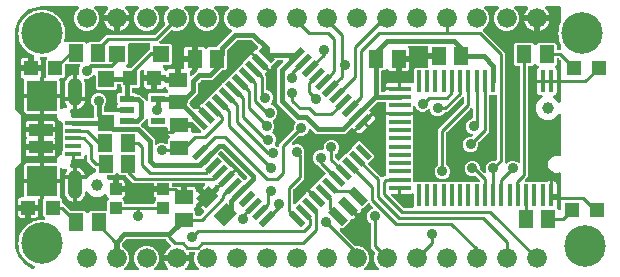
<source format=gbr>
G04 EAGLE Gerber RS-274X export*
G75*
%MOMM*%
%FSLAX34Y34*%
%LPD*%
%INTop Copper*%
%IPPOS*%
%AMOC8*
5,1,8,0,0,1.08239X$1,22.5*%
G01*
%ADD10R,1.200000X1.300000*%
%ADD11R,1.300000X1.500000*%
%ADD12R,1.500000X1.300000*%
%ADD13R,1.200000X1.500000*%
%ADD14R,1.200000X1.200000*%
%ADD15R,1.500000X0.500000*%
%ADD16R,0.500000X1.500000*%
%ADD17C,1.000000*%
%ADD18R,1.000000X1.000000*%
%ADD19C,3.516000*%
%ADD20R,0.700000X1.700000*%
%ADD21R,2.500000X2.500000*%
%ADD22C,1.208000*%
%ADD23R,1.350000X0.400000*%
%ADD24R,2.000000X1.000000*%
%ADD25R,1.200000X0.550000*%
%ADD26R,1.400000X1.400000*%
%ADD27R,0.450000X1.850000*%
%ADD28R,1.850000X0.450000*%
%ADD29C,1.676400*%
%ADD30C,0.889000*%
%ADD31C,0.254000*%
%ADD32C,0.406400*%
%ADD33C,0.304800*%
%ADD34C,0.906400*%

G36*
X239580Y58486D02*
X239580Y58486D01*
X239719Y58490D01*
X239739Y58496D01*
X239759Y58497D01*
X239891Y58540D01*
X240025Y58578D01*
X240042Y58589D01*
X240061Y58595D01*
X240179Y58670D01*
X240299Y58740D01*
X240320Y58759D01*
X240330Y58765D01*
X240344Y58780D01*
X240419Y58846D01*
X242688Y61115D01*
X242695Y61118D01*
X242808Y61155D01*
X242842Y61176D01*
X242880Y61191D01*
X242976Y61261D01*
X243077Y61325D01*
X243104Y61354D01*
X243137Y61378D01*
X243213Y61470D01*
X243295Y61556D01*
X243314Y61592D01*
X243340Y61623D01*
X243391Y61731D01*
X243448Y61835D01*
X243458Y61874D01*
X243468Y61895D01*
X248446Y66873D01*
X248503Y66946D01*
X248567Y67012D01*
X248600Y67071D01*
X248641Y67124D01*
X248678Y67209D01*
X248723Y67289D01*
X248760Y67400D01*
X248767Y67416D01*
X248769Y67425D01*
X248775Y67442D01*
X248860Y67760D01*
X249194Y68340D01*
X250301Y69446D01*
X257401Y62347D01*
X257407Y62341D01*
X257413Y62335D01*
X257532Y62245D01*
X257652Y62152D01*
X257660Y62148D01*
X257667Y62143D01*
X257805Y62085D01*
X257944Y62025D01*
X257952Y62024D01*
X257960Y62021D01*
X258108Y61999D01*
X258258Y61976D01*
X258266Y61976D01*
X258275Y61975D01*
X258423Y61991D01*
X258574Y62005D01*
X258583Y62008D01*
X258591Y62009D01*
X258732Y62062D01*
X258874Y62113D01*
X258881Y62118D01*
X258889Y62121D01*
X259013Y62207D01*
X259137Y62292D01*
X259142Y62298D01*
X259150Y62303D01*
X259262Y62418D01*
X259301Y62477D01*
X259333Y62514D01*
X259348Y62530D01*
X259388Y62609D01*
X259437Y62684D01*
X259460Y62751D01*
X259492Y62813D01*
X259512Y62900D01*
X259541Y62985D01*
X259546Y63055D01*
X259562Y63124D01*
X259559Y63213D01*
X259566Y63302D01*
X259554Y63371D01*
X259552Y63442D01*
X259527Y63527D01*
X259512Y63615D01*
X259483Y63679D01*
X259464Y63747D01*
X259419Y63824D01*
X259382Y63905D01*
X259338Y63960D01*
X259302Y64021D01*
X259196Y64142D01*
X252096Y71242D01*
X253203Y72348D01*
X253782Y72683D01*
X254101Y72768D01*
X254186Y72803D01*
X254275Y72829D01*
X254333Y72863D01*
X254395Y72888D01*
X254469Y72943D01*
X254549Y72990D01*
X254637Y73068D01*
X254650Y73078D01*
X254656Y73084D01*
X254670Y73097D01*
X259659Y78086D01*
X259665Y78088D01*
X259779Y78125D01*
X259813Y78147D01*
X259850Y78162D01*
X259947Y78231D01*
X260047Y78295D01*
X260075Y78325D01*
X260108Y78348D01*
X260184Y78440D01*
X260265Y78527D01*
X260285Y78562D01*
X260311Y78593D01*
X260361Y78701D01*
X260419Y78805D01*
X260429Y78845D01*
X260439Y78866D01*
X265296Y83722D01*
X265369Y83817D01*
X265447Y83906D01*
X265466Y83942D01*
X265490Y83974D01*
X265538Y84083D01*
X265592Y84189D01*
X265601Y84228D01*
X265617Y84266D01*
X265635Y84383D01*
X265662Y84499D01*
X265660Y84540D01*
X265667Y84580D01*
X265655Y84698D01*
X265652Y84817D01*
X265641Y84856D01*
X265637Y84896D01*
X265597Y85008D01*
X265563Y85123D01*
X265543Y85157D01*
X265529Y85196D01*
X265462Y85294D01*
X265402Y85397D01*
X265362Y85442D01*
X265351Y85459D01*
X265335Y85472D01*
X265296Y85517D01*
X260624Y90189D01*
X259092Y91721D01*
X259084Y91727D01*
X259078Y91734D01*
X258959Y91824D01*
X258840Y91916D01*
X258832Y91920D01*
X258824Y91925D01*
X258680Y91996D01*
X257951Y92298D01*
X256128Y94121D01*
X255142Y96501D01*
X255142Y99079D01*
X256128Y101459D01*
X257951Y103282D01*
X260331Y104268D01*
X262763Y104268D01*
X262881Y104283D01*
X263000Y104290D01*
X263038Y104303D01*
X263079Y104308D01*
X263189Y104351D01*
X263302Y104388D01*
X263337Y104410D01*
X263374Y104425D01*
X263470Y104494D01*
X263571Y104558D01*
X263599Y104588D01*
X263632Y104611D01*
X263708Y104703D01*
X263789Y104790D01*
X263809Y104825D01*
X263834Y104856D01*
X263885Y104964D01*
X263943Y105068D01*
X263953Y105108D01*
X263970Y105144D01*
X263992Y105261D01*
X264022Y105376D01*
X264026Y105436D01*
X264030Y105456D01*
X264028Y105477D01*
X264032Y105537D01*
X264032Y107969D01*
X265018Y110349D01*
X266841Y112172D01*
X269221Y113158D01*
X271799Y113158D01*
X274179Y112172D01*
X276002Y110349D01*
X276988Y107969D01*
X276988Y105391D01*
X276002Y103011D01*
X274184Y101194D01*
X274124Y101115D01*
X274056Y101043D01*
X274027Y100990D01*
X273990Y100942D01*
X273950Y100851D01*
X273902Y100765D01*
X273887Y100706D01*
X273863Y100650D01*
X273848Y100552D01*
X273823Y100457D01*
X273817Y100362D01*
X273815Y100353D01*
X273816Y100350D01*
X273813Y100336D01*
X273815Y100324D01*
X273813Y100296D01*
X273813Y98181D01*
X273825Y98083D01*
X273828Y97984D01*
X273845Y97926D01*
X273853Y97866D01*
X273889Y97774D01*
X273917Y97678D01*
X273947Y97626D01*
X273970Y97570D01*
X274028Y97490D01*
X274078Y97405D01*
X274144Y97329D01*
X274156Y97313D01*
X274166Y97305D01*
X274184Y97284D01*
X275623Y95845D01*
X275717Y95772D01*
X275806Y95693D01*
X275842Y95675D01*
X275874Y95650D01*
X275984Y95603D01*
X276090Y95549D01*
X276129Y95540D01*
X276166Y95524D01*
X276284Y95505D01*
X276400Y95479D01*
X276440Y95480D01*
X276480Y95474D01*
X276599Y95485D01*
X276718Y95489D01*
X276757Y95500D01*
X276797Y95504D01*
X276909Y95544D01*
X277023Y95577D01*
X277058Y95598D01*
X277096Y95611D01*
X277195Y95678D01*
X277297Y95739D01*
X277342Y95778D01*
X277359Y95790D01*
X277373Y95805D01*
X277418Y95845D01*
X282286Y100713D01*
X282293Y100716D01*
X282406Y100752D01*
X282440Y100774D01*
X282478Y100789D01*
X282574Y100859D01*
X282675Y100923D01*
X282702Y100952D01*
X282735Y100976D01*
X282811Y101068D01*
X282893Y101154D01*
X282912Y101190D01*
X282938Y101221D01*
X282989Y101328D01*
X283046Y101433D01*
X283056Y101472D01*
X283066Y101493D01*
X287943Y106370D01*
X287950Y106373D01*
X288063Y106409D01*
X288097Y106431D01*
X288135Y106446D01*
X288231Y106516D01*
X288332Y106580D01*
X288359Y106609D01*
X288392Y106633D01*
X288468Y106724D01*
X288549Y106811D01*
X288569Y106847D01*
X288595Y106878D01*
X288645Y106985D01*
X288703Y107090D01*
X288713Y107129D01*
X288723Y107150D01*
X293519Y111946D01*
X295203Y111946D01*
X307000Y100149D01*
X307000Y98465D01*
X302213Y93677D01*
X302140Y93583D01*
X302061Y93494D01*
X302043Y93458D01*
X302018Y93426D01*
X301971Y93317D01*
X301917Y93211D01*
X301908Y93172D01*
X301892Y93134D01*
X301873Y93017D01*
X301847Y92901D01*
X301848Y92860D01*
X301842Y92820D01*
X301853Y92702D01*
X301857Y92583D01*
X301868Y92544D01*
X301872Y92504D01*
X301912Y92391D01*
X301945Y92277D01*
X301966Y92242D01*
X301979Y92204D01*
X302046Y92106D01*
X302107Y92003D01*
X302147Y91958D01*
X302158Y91941D01*
X302173Y91928D01*
X302213Y91882D01*
X310876Y83219D01*
X312560Y81536D01*
X312654Y81463D01*
X312743Y81384D01*
X312779Y81366D01*
X312811Y81341D01*
X312921Y81293D01*
X313026Y81239D01*
X313066Y81230D01*
X313103Y81214D01*
X313221Y81196D01*
X313337Y81170D01*
X313377Y81171D01*
X313417Y81165D01*
X313536Y81176D01*
X313655Y81179D01*
X313693Y81191D01*
X313734Y81194D01*
X313846Y81235D01*
X313960Y81268D01*
X313995Y81288D01*
X314033Y81302D01*
X314131Y81369D01*
X314234Y81429D01*
X314279Y81469D01*
X314296Y81481D01*
X314310Y81496D01*
X314355Y81536D01*
X315422Y82603D01*
X315758Y82603D01*
X315876Y82618D01*
X315995Y82625D01*
X316033Y82638D01*
X316074Y82643D01*
X316184Y82686D01*
X316297Y82723D01*
X316332Y82745D01*
X316369Y82760D01*
X316465Y82829D01*
X316566Y82893D01*
X316594Y82923D01*
X316627Y82946D01*
X316703Y83038D01*
X316784Y83125D01*
X316804Y83160D01*
X316829Y83191D01*
X316880Y83299D01*
X316938Y83403D01*
X316948Y83443D01*
X316965Y83479D01*
X316987Y83596D01*
X317017Y83711D01*
X317021Y83771D01*
X317025Y83791D01*
X317023Y83812D01*
X317027Y83872D01*
X317027Y131149D01*
X317016Y131241D01*
X317014Y131333D01*
X316996Y131398D01*
X316987Y131465D01*
X316953Y131551D01*
X316929Y131640D01*
X316877Y131745D01*
X316870Y131760D01*
X316865Y131767D01*
X316857Y131784D01*
X316692Y132069D01*
X316519Y132716D01*
X316519Y134031D01*
X328310Y134031D01*
X340101Y134031D01*
X340101Y132716D01*
X339928Y132069D01*
X339763Y131784D01*
X339727Y131699D01*
X339682Y131618D01*
X339666Y131553D01*
X339640Y131491D01*
X339626Y131399D01*
X339603Y131310D01*
X339596Y131193D01*
X339593Y131176D01*
X339594Y131168D01*
X339593Y131149D01*
X339593Y78522D01*
X339610Y78384D01*
X339623Y78245D01*
X339630Y78226D01*
X339633Y78206D01*
X339684Y78077D01*
X339731Y77946D01*
X339742Y77929D01*
X339750Y77910D01*
X339832Y77798D01*
X339910Y77683D01*
X339925Y77669D01*
X339936Y77653D01*
X340044Y77564D01*
X340148Y77472D01*
X340166Y77463D01*
X340181Y77450D01*
X340307Y77391D01*
X340431Y77328D01*
X340451Y77323D01*
X340469Y77315D01*
X340605Y77289D01*
X340742Y77258D01*
X340762Y77259D01*
X340781Y77255D01*
X340920Y77264D01*
X341059Y77268D01*
X341079Y77273D01*
X341099Y77275D01*
X341231Y77318D01*
X341283Y77333D01*
X394992Y77333D01*
X395130Y77350D01*
X395269Y77363D01*
X395288Y77370D01*
X395308Y77373D01*
X395437Y77424D01*
X395568Y77471D01*
X395585Y77482D01*
X395603Y77490D01*
X395716Y77571D01*
X395831Y77649D01*
X395844Y77665D01*
X395861Y77676D01*
X395950Y77784D01*
X396042Y77888D01*
X396051Y77906D01*
X396064Y77921D01*
X396123Y78047D01*
X396186Y78171D01*
X396191Y78191D01*
X396199Y78209D01*
X396225Y78345D01*
X396256Y78481D01*
X396255Y78502D01*
X396259Y78521D01*
X396250Y78660D01*
X396246Y78799D01*
X396240Y78819D01*
X396239Y78839D01*
X396196Y78971D01*
X396158Y79105D01*
X396147Y79122D01*
X396141Y79141D01*
X396067Y79259D01*
X395996Y79379D01*
X395978Y79400D01*
X395971Y79410D01*
X395956Y79424D01*
X395890Y79499D01*
X393043Y82346D01*
X393019Y82365D01*
X393000Y82387D01*
X392894Y82462D01*
X392792Y82541D01*
X392764Y82553D01*
X392740Y82570D01*
X392619Y82616D01*
X392500Y82668D01*
X392471Y82672D01*
X392443Y82683D01*
X392314Y82697D01*
X392186Y82718D01*
X392156Y82715D01*
X392127Y82718D01*
X391998Y82700D01*
X391869Y82688D01*
X391841Y82678D01*
X391812Y82674D01*
X391660Y82622D01*
X391178Y82422D01*
X388601Y82422D01*
X386221Y83408D01*
X384398Y85231D01*
X383412Y87611D01*
X383412Y90189D01*
X384398Y92569D01*
X386221Y94392D01*
X388601Y95378D01*
X391179Y95378D01*
X393559Y94392D01*
X395382Y92569D01*
X396368Y90189D01*
X396368Y88889D01*
X396380Y88791D01*
X396383Y88692D01*
X396400Y88633D01*
X396408Y88573D01*
X396444Y88481D01*
X396472Y88386D01*
X396502Y88334D01*
X396525Y88278D01*
X396583Y88198D01*
X396633Y88112D01*
X396699Y88037D01*
X396711Y88020D01*
X396721Y88012D01*
X396739Y87991D01*
X399560Y85170D01*
X399616Y85128D01*
X399664Y85078D01*
X399741Y85031D01*
X399812Y84976D01*
X399876Y84948D01*
X399935Y84911D01*
X400021Y84885D01*
X400103Y84849D01*
X400172Y84838D01*
X400239Y84818D01*
X400329Y84813D01*
X400418Y84799D01*
X400487Y84806D01*
X400557Y84803D01*
X400645Y84821D01*
X400734Y84829D01*
X400800Y84853D01*
X400868Y84867D01*
X400949Y84906D01*
X401033Y84937D01*
X401091Y84976D01*
X401154Y85007D01*
X401222Y85065D01*
X401297Y85115D01*
X401343Y85168D01*
X401396Y85213D01*
X401448Y85286D01*
X401507Y85354D01*
X401539Y85416D01*
X401579Y85473D01*
X401611Y85557D01*
X401652Y85637D01*
X401667Y85705D01*
X401692Y85770D01*
X401702Y85860D01*
X401721Y85947D01*
X401719Y86017D01*
X401727Y86086D01*
X401714Y86175D01*
X401712Y86265D01*
X401692Y86332D01*
X401683Y86401D01*
X401630Y86554D01*
X401192Y87612D01*
X401192Y90189D01*
X402178Y92569D01*
X404001Y94392D01*
X406381Y95378D01*
X408951Y95378D01*
X409050Y95390D01*
X409149Y95393D01*
X409207Y95410D01*
X409267Y95418D01*
X409359Y95454D01*
X409454Y95482D01*
X409506Y95512D01*
X409562Y95535D01*
X409643Y95593D01*
X409728Y95643D01*
X409803Y95709D01*
X409820Y95721D01*
X409828Y95731D01*
X409849Y95750D01*
X410346Y96246D01*
X410406Y96325D01*
X410474Y96397D01*
X410503Y96450D01*
X410540Y96498D01*
X410580Y96588D01*
X410628Y96675D01*
X410643Y96734D01*
X410667Y96789D01*
X410682Y96887D01*
X410707Y96983D01*
X410713Y97083D01*
X410717Y97104D01*
X410715Y97116D01*
X410717Y97144D01*
X410717Y149998D01*
X410702Y150116D01*
X410695Y150235D01*
X410682Y150273D01*
X410677Y150314D01*
X410634Y150424D01*
X410597Y150537D01*
X410575Y150572D01*
X410560Y150609D01*
X410491Y150705D01*
X410427Y150806D01*
X410397Y150834D01*
X410374Y150867D01*
X410282Y150943D01*
X410195Y151024D01*
X410160Y151044D01*
X410129Y151069D01*
X410021Y151120D01*
X409917Y151178D01*
X409877Y151188D01*
X409841Y151205D01*
X409724Y151227D01*
X409609Y151257D01*
X409549Y151261D01*
X409529Y151265D01*
X409508Y151263D01*
X409448Y151267D01*
X405132Y151267D01*
X405014Y151252D01*
X404895Y151245D01*
X404857Y151232D01*
X404816Y151227D01*
X404706Y151184D01*
X404593Y151147D01*
X404558Y151125D01*
X404521Y151110D01*
X404425Y151041D01*
X404324Y150977D01*
X404296Y150947D01*
X404263Y150924D01*
X404187Y150832D01*
X404106Y150745D01*
X404086Y150710D01*
X404061Y150679D01*
X404010Y150571D01*
X403952Y150467D01*
X403942Y150427D01*
X403925Y150391D01*
X403903Y150274D01*
X403873Y150159D01*
X403869Y150099D01*
X403865Y150079D01*
X403867Y150058D01*
X403863Y149998D01*
X403863Y119792D01*
X395469Y111399D01*
X395409Y111320D01*
X395341Y111248D01*
X395312Y111195D01*
X395275Y111147D01*
X395235Y111056D01*
X395187Y110970D01*
X395172Y110911D01*
X395148Y110856D01*
X395133Y110758D01*
X395108Y110662D01*
X395102Y110562D01*
X395098Y110541D01*
X395100Y110529D01*
X395098Y110501D01*
X395098Y107931D01*
X394112Y105551D01*
X392289Y103728D01*
X389909Y102742D01*
X387331Y102742D01*
X384951Y103728D01*
X383128Y105551D01*
X382142Y107931D01*
X382142Y110509D01*
X383128Y112889D01*
X384951Y114712D01*
X387331Y115698D01*
X389006Y115698D01*
X389075Y115706D01*
X389145Y115705D01*
X389232Y115726D01*
X389321Y115738D01*
X389386Y115763D01*
X389454Y115780D01*
X389534Y115822D01*
X389617Y115855D01*
X389674Y115896D01*
X389735Y115928D01*
X389802Y115989D01*
X389875Y116041D01*
X389919Y116095D01*
X389971Y116142D01*
X390020Y116217D01*
X390077Y116286D01*
X390107Y116350D01*
X390145Y116408D01*
X390175Y116493D01*
X390213Y116574D01*
X390226Y116643D01*
X390249Y116709D01*
X390256Y116798D01*
X390273Y116886D01*
X390268Y116956D01*
X390274Y117026D01*
X390258Y117114D01*
X390253Y117204D01*
X390231Y117270D01*
X390219Y117339D01*
X390183Y117421D01*
X390155Y117506D01*
X390118Y117565D01*
X390089Y117629D01*
X390033Y117699D01*
X389985Y117775D01*
X389934Y117823D01*
X389890Y117877D01*
X389818Y117932D01*
X389753Y117993D01*
X389692Y118027D01*
X389636Y118069D01*
X389492Y118140D01*
X387491Y118968D01*
X385668Y120791D01*
X384682Y123171D01*
X384682Y125749D01*
X385668Y128129D01*
X387491Y129952D01*
X389474Y130773D01*
X389499Y130788D01*
X389527Y130797D01*
X389637Y130866D01*
X389750Y130931D01*
X389771Y130951D01*
X389796Y130967D01*
X389885Y131061D01*
X389978Y131152D01*
X389994Y131177D01*
X390014Y131198D01*
X390077Y131312D01*
X390145Y131423D01*
X390153Y131451D01*
X390168Y131477D01*
X390200Y131603D01*
X390238Y131727D01*
X390240Y131756D01*
X390247Y131785D01*
X390257Y131946D01*
X390257Y138682D01*
X390240Y138820D01*
X390227Y138959D01*
X390220Y138978D01*
X390217Y138998D01*
X390166Y139127D01*
X390119Y139258D01*
X390108Y139275D01*
X390100Y139293D01*
X390019Y139406D01*
X389941Y139521D01*
X389925Y139534D01*
X389914Y139551D01*
X389806Y139639D01*
X389702Y139732D01*
X389684Y139741D01*
X389669Y139754D01*
X389543Y139813D01*
X389419Y139876D01*
X389399Y139881D01*
X389381Y139889D01*
X389245Y139915D01*
X389109Y139946D01*
X389088Y139945D01*
X389069Y139949D01*
X388930Y139940D01*
X388791Y139936D01*
X388771Y139930D01*
X388751Y139929D01*
X388619Y139886D01*
X388485Y139848D01*
X388468Y139837D01*
X388449Y139831D01*
X388331Y139757D01*
X388211Y139686D01*
X388190Y139668D01*
X388180Y139661D01*
X388166Y139646D01*
X388091Y139580D01*
X368164Y119654D01*
X368104Y119575D01*
X368036Y119503D01*
X368007Y119450D01*
X367970Y119402D01*
X367930Y119311D01*
X367882Y119225D01*
X367867Y119166D01*
X367843Y119111D01*
X367828Y119013D01*
X367803Y118917D01*
X367797Y118817D01*
X367793Y118796D01*
X367795Y118784D01*
X367793Y118756D01*
X367793Y92744D01*
X367805Y92646D01*
X367808Y92547D01*
X367825Y92488D01*
X367833Y92428D01*
X367869Y92336D01*
X367897Y92241D01*
X367927Y92189D01*
X367950Y92133D01*
X368008Y92053D01*
X368058Y91967D01*
X368124Y91892D01*
X368136Y91875D01*
X368146Y91868D01*
X368164Y91846D01*
X369982Y90029D01*
X370968Y87649D01*
X370968Y85071D01*
X369982Y82691D01*
X368159Y80868D01*
X365779Y79882D01*
X363201Y79882D01*
X360821Y80868D01*
X358998Y82691D01*
X358012Y85071D01*
X358012Y87649D01*
X358998Y90029D01*
X360816Y91846D01*
X360876Y91925D01*
X360944Y91997D01*
X360973Y92050D01*
X361010Y92098D01*
X361050Y92189D01*
X361098Y92275D01*
X361113Y92334D01*
X361137Y92390D01*
X361152Y92488D01*
X361177Y92583D01*
X361183Y92683D01*
X361187Y92704D01*
X361185Y92716D01*
X361187Y92744D01*
X361187Y122018D01*
X382886Y143716D01*
X382946Y143795D01*
X383014Y143867D01*
X383043Y143920D01*
X383080Y143968D01*
X383120Y144059D01*
X383168Y144145D01*
X383183Y144204D01*
X383207Y144259D01*
X383222Y144357D01*
X383247Y144453D01*
X383253Y144553D01*
X383257Y144574D01*
X383255Y144586D01*
X383257Y144614D01*
X383257Y148192D01*
X383240Y148330D01*
X383227Y148469D01*
X383220Y148488D01*
X383217Y148508D01*
X383166Y148637D01*
X383119Y148768D01*
X383108Y148785D01*
X383100Y148803D01*
X383019Y148916D01*
X382941Y149031D01*
X382925Y149044D01*
X382914Y149061D01*
X382806Y149150D01*
X382702Y149242D01*
X382684Y149251D01*
X382669Y149264D01*
X382543Y149323D01*
X382419Y149386D01*
X382399Y149391D01*
X382381Y149399D01*
X382245Y149425D01*
X382109Y149456D01*
X382088Y149455D01*
X382069Y149459D01*
X381930Y149450D01*
X381791Y149446D01*
X381771Y149440D01*
X381751Y149439D01*
X381619Y149396D01*
X381485Y149358D01*
X381468Y149347D01*
X381449Y149341D01*
X381331Y149267D01*
X381211Y149196D01*
X381190Y149178D01*
X381180Y149171D01*
X381166Y149156D01*
X381090Y149090D01*
X380556Y148555D01*
X368398Y136397D01*
X367064Y136397D01*
X366966Y136385D01*
X366867Y136382D01*
X366808Y136365D01*
X366748Y136357D01*
X366656Y136321D01*
X366561Y136293D01*
X366509Y136263D01*
X366453Y136240D01*
X366373Y136182D01*
X366287Y136132D01*
X366212Y136066D01*
X366195Y136054D01*
X366188Y136044D01*
X366166Y136026D01*
X364349Y134208D01*
X361969Y133222D01*
X359391Y133222D01*
X357011Y134208D01*
X355188Y136031D01*
X354297Y138184D01*
X354272Y138227D01*
X354255Y138274D01*
X354194Y138365D01*
X354139Y138460D01*
X354104Y138496D01*
X354077Y138537D01*
X353994Y138610D01*
X353918Y138688D01*
X353875Y138714D01*
X353838Y138747D01*
X353740Y138797D01*
X353647Y138855D01*
X353599Y138869D01*
X353555Y138892D01*
X353448Y138916D01*
X353343Y138948D01*
X353293Y138951D01*
X353245Y138962D01*
X353135Y138958D01*
X353025Y138963D01*
X352977Y138953D01*
X352927Y138952D01*
X352821Y138921D01*
X352714Y138899D01*
X352669Y138877D01*
X352621Y138864D01*
X352527Y138808D01*
X352428Y138759D01*
X352390Y138727D01*
X352347Y138702D01*
X352226Y138596D01*
X351649Y138018D01*
X349269Y137032D01*
X346691Y137032D01*
X344311Y138018D01*
X342488Y139841D01*
X342035Y140936D01*
X342000Y140997D01*
X341974Y141062D01*
X341922Y141134D01*
X341877Y141213D01*
X341829Y141263D01*
X341788Y141319D01*
X341718Y141377D01*
X341656Y141441D01*
X341596Y141477D01*
X341543Y141522D01*
X341461Y141560D01*
X341385Y141607D01*
X341318Y141628D01*
X341255Y141658D01*
X341167Y141674D01*
X341081Y141701D01*
X341011Y141704D01*
X340942Y141717D01*
X340853Y141712D01*
X340763Y141716D01*
X340695Y141702D01*
X340625Y141698D01*
X340540Y141670D01*
X340452Y141652D01*
X340389Y141621D01*
X340323Y141600D01*
X340247Y141551D01*
X340166Y141512D01*
X340113Y141467D01*
X340054Y141429D01*
X339992Y141364D01*
X339924Y141306D01*
X339884Y141249D01*
X339836Y141198D01*
X339793Y141119D01*
X339741Y141046D01*
X339716Y140980D01*
X339682Y140919D01*
X339660Y140832D01*
X339628Y140748D01*
X339620Y140679D01*
X339603Y140611D01*
X339593Y140451D01*
X339593Y139451D01*
X339604Y139359D01*
X339606Y139267D01*
X339624Y139202D01*
X339633Y139135D01*
X339667Y139049D01*
X339691Y138960D01*
X339743Y138855D01*
X339750Y138840D01*
X339755Y138833D01*
X339763Y138816D01*
X339928Y138531D01*
X340101Y137884D01*
X340101Y136569D01*
X328310Y136569D01*
X316519Y136569D01*
X316519Y137884D01*
X316692Y138531D01*
X316857Y138816D01*
X316893Y138901D01*
X316938Y138982D01*
X316954Y139047D01*
X316980Y139109D01*
X316994Y139201D01*
X317017Y139290D01*
X317024Y139407D01*
X317027Y139424D01*
X317026Y139432D01*
X317027Y139451D01*
X317027Y143966D01*
X317012Y144084D01*
X317005Y144203D01*
X316992Y144241D01*
X316987Y144282D01*
X316944Y144392D01*
X316907Y144505D01*
X316885Y144540D01*
X316870Y144577D01*
X316801Y144673D01*
X316737Y144774D01*
X316707Y144802D01*
X316684Y144835D01*
X316592Y144911D01*
X316505Y144992D01*
X316470Y145012D01*
X316439Y145037D01*
X316331Y145088D01*
X316227Y145146D01*
X316187Y145156D01*
X316151Y145173D01*
X316034Y145195D01*
X315919Y145225D01*
X315859Y145229D01*
X315839Y145233D01*
X315818Y145231D01*
X315758Y145235D01*
X309794Y145235D01*
X309696Y145223D01*
X309597Y145220D01*
X309539Y145203D01*
X309479Y145195D01*
X309387Y145159D01*
X309292Y145131D01*
X309239Y145101D01*
X309183Y145078D01*
X309103Y145020D01*
X309018Y144970D01*
X308942Y144904D01*
X308926Y144892D01*
X308918Y144882D01*
X308897Y144864D01*
X303111Y139078D01*
X303038Y138984D01*
X302959Y138895D01*
X302941Y138859D01*
X302916Y138827D01*
X302869Y138717D01*
X302815Y138611D01*
X302806Y138572D01*
X302790Y138535D01*
X302771Y138417D01*
X302745Y138301D01*
X302746Y138261D01*
X302740Y138221D01*
X302751Y138102D01*
X302755Y137983D01*
X302766Y137944D01*
X302770Y137904D01*
X302810Y137792D01*
X302843Y137678D01*
X302864Y137643D01*
X302877Y137605D01*
X302944Y137506D01*
X303005Y137404D01*
X303045Y137358D01*
X303056Y137342D01*
X303071Y137328D01*
X303111Y137283D01*
X304099Y136295D01*
X296999Y129196D01*
X296999Y129195D01*
X289899Y122096D01*
X289144Y122851D01*
X289050Y122924D01*
X288961Y123002D01*
X288925Y123021D01*
X288893Y123046D01*
X288783Y123093D01*
X288677Y123147D01*
X288638Y123156D01*
X288601Y123172D01*
X288483Y123191D01*
X288367Y123217D01*
X288327Y123215D01*
X288287Y123222D01*
X288168Y123211D01*
X288049Y123207D01*
X288010Y123196D01*
X287970Y123192D01*
X287858Y123152D01*
X287744Y123119D01*
X287709Y123098D01*
X287671Y123084D01*
X287572Y123017D01*
X287470Y122957D01*
X287425Y122917D01*
X287408Y122906D01*
X287394Y122890D01*
X287349Y122851D01*
X282354Y117855D01*
X257396Y117855D01*
X253447Y121804D01*
X253408Y121835D01*
X253374Y121872D01*
X253283Y121932D01*
X253196Y121999D01*
X253150Y122019D01*
X253109Y122046D01*
X253005Y122082D01*
X252904Y122126D01*
X252855Y122134D01*
X252808Y122150D01*
X252698Y122158D01*
X252590Y122176D01*
X252540Y122171D01*
X252491Y122175D01*
X252383Y122156D01*
X252273Y122146D01*
X252226Y122129D01*
X252178Y122120D01*
X252077Y122075D01*
X251974Y122038D01*
X251933Y122010D01*
X251888Y121990D01*
X251802Y121921D01*
X251711Y121860D01*
X251678Y121822D01*
X251639Y121791D01*
X251573Y121703D01*
X251500Y121621D01*
X251478Y121577D01*
X251448Y121537D01*
X251377Y121393D01*
X250602Y119521D01*
X248779Y117698D01*
X246399Y116712D01*
X243829Y116712D01*
X243731Y116700D01*
X243632Y116697D01*
X243573Y116680D01*
X243513Y116672D01*
X243421Y116636D01*
X243326Y116608D01*
X243274Y116578D01*
X243218Y116555D01*
X243138Y116497D01*
X243052Y116447D01*
X242977Y116381D01*
X242960Y116369D01*
X242952Y116359D01*
X242931Y116341D01*
X237570Y110980D01*
X237528Y110925D01*
X237478Y110876D01*
X237431Y110800D01*
X237376Y110728D01*
X237348Y110664D01*
X237311Y110605D01*
X237285Y110519D01*
X237249Y110437D01*
X237238Y110368D01*
X237218Y110301D01*
X237213Y110211D01*
X237199Y110122D01*
X237206Y110053D01*
X237203Y109983D01*
X237221Y109896D01*
X237229Y109806D01*
X237253Y109740D01*
X237267Y109672D01*
X237306Y109591D01*
X237337Y109507D01*
X237376Y109449D01*
X237407Y109386D01*
X237465Y109318D01*
X237515Y109243D01*
X237568Y109197D01*
X237613Y109144D01*
X237686Y109092D01*
X237754Y109033D01*
X237816Y109001D01*
X237873Y108961D01*
X237957Y108929D01*
X238037Y108888D01*
X238105Y108873D01*
X238170Y108848D01*
X238260Y108838D01*
X238347Y108819D01*
X238417Y108821D01*
X238486Y108813D01*
X238575Y108826D01*
X238665Y108828D01*
X238732Y108848D01*
X238801Y108858D01*
X238954Y108910D01*
X240012Y109348D01*
X242589Y109348D01*
X244969Y108362D01*
X246792Y106539D01*
X247778Y104159D01*
X247778Y101581D01*
X247239Y100282D01*
X247237Y100273D01*
X247232Y100265D01*
X247195Y100119D01*
X247155Y99975D01*
X247155Y99966D01*
X247153Y99957D01*
X247143Y99796D01*
X247143Y79912D01*
X238624Y71394D01*
X238564Y71315D01*
X238496Y71243D01*
X238467Y71190D01*
X238430Y71142D01*
X238390Y71051D01*
X238342Y70965D01*
X238327Y70906D01*
X238303Y70851D01*
X238288Y70753D01*
X238263Y70657D01*
X238257Y70557D01*
X238253Y70536D01*
X238255Y70524D01*
X238253Y70496D01*
X238253Y59744D01*
X238270Y59606D01*
X238283Y59468D01*
X238290Y59448D01*
X238293Y59428D01*
X238344Y59299D01*
X238391Y59168D01*
X238402Y59151D01*
X238410Y59133D01*
X238491Y59020D01*
X238569Y58905D01*
X238585Y58892D01*
X238596Y58875D01*
X238704Y58787D01*
X238808Y58695D01*
X238826Y58685D01*
X238841Y58673D01*
X238967Y58613D01*
X239091Y58550D01*
X239111Y58546D01*
X239129Y58537D01*
X239265Y58511D01*
X239401Y58480D01*
X239422Y58481D01*
X239441Y58477D01*
X239580Y58486D01*
G37*
G36*
X18442Y4018D02*
X18442Y4018D01*
X18575Y4026D01*
X18600Y4035D01*
X18627Y4037D01*
X18751Y4084D01*
X18877Y4125D01*
X18900Y4139D01*
X18925Y4148D01*
X19034Y4224D01*
X19146Y4295D01*
X19164Y4314D01*
X19186Y4330D01*
X19273Y4430D01*
X19364Y4527D01*
X19376Y4550D01*
X19394Y4570D01*
X19453Y4689D01*
X19517Y4805D01*
X19524Y4831D01*
X19536Y4855D01*
X19563Y4985D01*
X19596Y5113D01*
X19596Y5140D01*
X19602Y5166D01*
X19596Y5299D01*
X19597Y5431D01*
X19590Y5457D01*
X19589Y5484D01*
X19551Y5611D01*
X19518Y5739D01*
X19505Y5763D01*
X19497Y5788D01*
X19429Y5902D01*
X19365Y6018D01*
X19347Y6038D01*
X19333Y6060D01*
X19238Y6154D01*
X19147Y6250D01*
X19125Y6265D01*
X19106Y6283D01*
X18972Y6372D01*
X16215Y7964D01*
X16213Y7965D01*
X16210Y7967D01*
X16066Y8038D01*
X14290Y8773D01*
X13693Y9370D01*
X13626Y9422D01*
X13565Y9483D01*
X13451Y9558D01*
X13442Y9565D01*
X13438Y9567D01*
X13431Y9572D01*
X11929Y10439D01*
X10139Y12903D01*
X10126Y12917D01*
X10116Y12933D01*
X10009Y13054D01*
X8773Y14290D01*
X8357Y15296D01*
X8322Y15356D01*
X8297Y15420D01*
X8211Y15556D01*
X7008Y17211D01*
X6447Y19849D01*
X6436Y19883D01*
X6431Y19919D01*
X6379Y20071D01*
X5787Y21499D01*
X5787Y22822D01*
X5781Y22874D01*
X5783Y22926D01*
X5760Y23086D01*
X5268Y25400D01*
X5760Y27714D01*
X5764Y27767D01*
X5777Y27817D01*
X5787Y27978D01*
X5787Y29301D01*
X6379Y30729D01*
X6388Y30763D01*
X6404Y30795D01*
X6447Y30951D01*
X7008Y33589D01*
X8211Y35244D01*
X8244Y35305D01*
X8286Y35360D01*
X8357Y35504D01*
X8773Y36510D01*
X10009Y37746D01*
X10021Y37761D01*
X10036Y37773D01*
X10139Y37897D01*
X11929Y40361D01*
X13431Y41228D01*
X13499Y41280D01*
X13573Y41324D01*
X13675Y41414D01*
X13684Y41421D01*
X13687Y41424D01*
X13693Y41430D01*
X14290Y42027D01*
X16066Y42762D01*
X16068Y42764D01*
X16071Y42764D01*
X16215Y42836D01*
X19179Y44547D01*
X20598Y44696D01*
X20698Y44720D01*
X20799Y44734D01*
X20887Y44764D01*
X20908Y44769D01*
X20920Y44775D01*
X20951Y44786D01*
X21317Y44937D01*
X21383Y44975D01*
X21454Y45004D01*
X21466Y45013D01*
X23543Y45013D01*
X23560Y45015D01*
X23676Y45020D01*
X27336Y45404D01*
X27407Y45421D01*
X27480Y45428D01*
X27562Y45457D01*
X27646Y45477D01*
X27710Y45511D01*
X27779Y45535D01*
X27851Y45584D01*
X27928Y45624D01*
X27982Y45673D01*
X28042Y45714D01*
X28100Y45779D01*
X28164Y45837D01*
X28205Y45898D01*
X28253Y45953D01*
X28292Y46030D01*
X28340Y46102D01*
X28364Y46171D01*
X28397Y46236D01*
X28416Y46320D01*
X28445Y46402D01*
X28451Y46475D01*
X28467Y46546D01*
X28464Y46633D01*
X28472Y46719D01*
X28460Y46791D01*
X28457Y46864D01*
X28433Y46947D01*
X28419Y47033D01*
X28389Y47099D01*
X28369Y47169D01*
X28325Y47244D01*
X28290Y47323D01*
X28245Y47381D01*
X28207Y47443D01*
X28101Y47564D01*
X26737Y48928D01*
X26737Y62658D01*
X26772Y62703D01*
X26812Y62794D01*
X26860Y62881D01*
X26875Y62940D01*
X26899Y62995D01*
X26914Y63093D01*
X26939Y63189D01*
X26945Y63289D01*
X26949Y63309D01*
X26947Y63321D01*
X26949Y63350D01*
X26949Y71490D01*
X26934Y71608D01*
X26927Y71727D01*
X26914Y71765D01*
X26909Y71806D01*
X26866Y71916D01*
X26829Y72029D01*
X26807Y72064D01*
X26792Y72101D01*
X26723Y72197D01*
X26659Y72298D01*
X26629Y72326D01*
X26606Y72359D01*
X26514Y72435D01*
X26427Y72516D01*
X26392Y72536D01*
X26361Y72561D01*
X26253Y72612D01*
X26149Y72670D01*
X26109Y72680D01*
X26073Y72697D01*
X25956Y72719D01*
X25841Y72749D01*
X25781Y72753D01*
X25761Y72757D01*
X25740Y72755D01*
X25680Y72759D01*
X25220Y72759D01*
X25102Y72744D01*
X24983Y72737D01*
X24945Y72724D01*
X24904Y72719D01*
X24794Y72676D01*
X24681Y72639D01*
X24646Y72617D01*
X24609Y72602D01*
X24512Y72533D01*
X24412Y72469D01*
X24384Y72439D01*
X24351Y72416D01*
X24275Y72324D01*
X24194Y72237D01*
X24174Y72202D01*
X24149Y72171D01*
X24098Y72063D01*
X24040Y71959D01*
X24030Y71919D01*
X24013Y71883D01*
X23991Y71766D01*
X23961Y71651D01*
X23957Y71591D01*
X23953Y71571D01*
X23955Y71550D01*
X23951Y71490D01*
X23951Y63259D01*
X23580Y63259D01*
X23462Y63244D01*
X23343Y63237D01*
X23305Y63224D01*
X23264Y63219D01*
X23154Y63176D01*
X23041Y63139D01*
X23006Y63117D01*
X22969Y63102D01*
X22873Y63033D01*
X22772Y62969D01*
X22744Y62939D01*
X22711Y62916D01*
X22635Y62824D01*
X22554Y62737D01*
X22534Y62702D01*
X22509Y62671D01*
X22458Y62563D01*
X22400Y62459D01*
X22390Y62419D01*
X22373Y62383D01*
X22351Y62266D01*
X22321Y62151D01*
X22317Y62091D01*
X22313Y62071D01*
X22315Y62050D01*
X22311Y61990D01*
X22311Y58309D01*
X15040Y58309D01*
X14922Y58294D01*
X14803Y58287D01*
X14765Y58274D01*
X14725Y58269D01*
X14614Y58225D01*
X14501Y58189D01*
X14466Y58167D01*
X14429Y58152D01*
X14333Y58082D01*
X14232Y58019D01*
X14204Y57989D01*
X14172Y57965D01*
X14096Y57874D01*
X14014Y57787D01*
X13995Y57752D01*
X13969Y57720D01*
X13918Y57613D01*
X13861Y57509D01*
X13850Y57469D01*
X13833Y57433D01*
X13811Y57316D01*
X13781Y57201D01*
X13777Y57140D01*
X13773Y57120D01*
X13775Y57100D01*
X13771Y57040D01*
X13771Y55769D01*
X13769Y55769D01*
X13769Y57040D01*
X13754Y57158D01*
X13747Y57277D01*
X13734Y57315D01*
X13729Y57355D01*
X13685Y57466D01*
X13649Y57579D01*
X13627Y57614D01*
X13612Y57651D01*
X13542Y57747D01*
X13479Y57848D01*
X13449Y57876D01*
X13425Y57908D01*
X13334Y57984D01*
X13247Y58066D01*
X13212Y58085D01*
X13180Y58111D01*
X13073Y58162D01*
X12969Y58219D01*
X12929Y58230D01*
X12893Y58247D01*
X12776Y58269D01*
X12661Y58299D01*
X12600Y58303D01*
X12580Y58307D01*
X12560Y58305D01*
X12500Y58309D01*
X5229Y58309D01*
X5229Y62104D01*
X5402Y62751D01*
X5737Y63330D01*
X6210Y63803D01*
X6789Y64138D01*
X7436Y64311D01*
X9140Y64311D01*
X9258Y64326D01*
X9377Y64333D01*
X9415Y64346D01*
X9456Y64351D01*
X9566Y64394D01*
X9679Y64431D01*
X9714Y64453D01*
X9751Y64468D01*
X9847Y64537D01*
X9948Y64601D01*
X9976Y64631D01*
X10009Y64654D01*
X10085Y64746D01*
X10166Y64833D01*
X10186Y64868D01*
X10211Y64899D01*
X10262Y65007D01*
X10320Y65111D01*
X10330Y65151D01*
X10347Y65187D01*
X10369Y65304D01*
X10399Y65419D01*
X10403Y65479D01*
X10407Y65499D01*
X10405Y65520D01*
X10409Y65580D01*
X10409Y76801D01*
X16103Y76801D01*
X16165Y76808D01*
X16226Y76807D01*
X16322Y76828D01*
X16419Y76841D01*
X16476Y76863D01*
X16536Y76877D01*
X16624Y76922D01*
X16715Y76958D01*
X16765Y76994D01*
X16819Y77022D01*
X16893Y77087D01*
X16972Y77144D01*
X17011Y77192D01*
X17057Y77233D01*
X17112Y77314D01*
X17175Y77389D01*
X17201Y77445D01*
X17236Y77496D01*
X17269Y77589D01*
X17310Y77677D01*
X17322Y77738D01*
X17343Y77796D01*
X17367Y77955D01*
X17388Y78185D01*
X17387Y78220D01*
X17393Y78254D01*
X17388Y78415D01*
X17367Y78645D01*
X17354Y78705D01*
X17350Y78767D01*
X17320Y78860D01*
X17299Y78956D01*
X17271Y79011D01*
X17252Y79069D01*
X17200Y79152D01*
X17156Y79240D01*
X17115Y79286D01*
X17082Y79338D01*
X17011Y79405D01*
X16946Y79479D01*
X16896Y79514D01*
X16851Y79556D01*
X16765Y79603D01*
X16684Y79659D01*
X16626Y79680D01*
X16572Y79710D01*
X16477Y79734D01*
X16385Y79768D01*
X16324Y79774D01*
X16264Y79789D01*
X16103Y79799D01*
X10409Y79799D01*
X10409Y91134D01*
X10582Y91781D01*
X10917Y92360D01*
X11390Y92833D01*
X11969Y93168D01*
X12616Y93341D01*
X23951Y93341D01*
X23951Y85110D01*
X23966Y84992D01*
X23973Y84873D01*
X23985Y84835D01*
X23991Y84794D01*
X24034Y84684D01*
X24071Y84571D01*
X24093Y84536D01*
X24108Y84499D01*
X24177Y84403D01*
X24241Y84302D01*
X24271Y84274D01*
X24294Y84241D01*
X24386Y84165D01*
X24473Y84084D01*
X24508Y84064D01*
X24539Y84039D01*
X24647Y83988D01*
X24751Y83930D01*
X24791Y83920D01*
X24827Y83903D01*
X24944Y83881D01*
X25059Y83851D01*
X25119Y83847D01*
X25139Y83843D01*
X25160Y83845D01*
X25220Y83841D01*
X25680Y83841D01*
X25798Y83856D01*
X25917Y83863D01*
X25955Y83876D01*
X25996Y83881D01*
X26106Y83924D01*
X26219Y83961D01*
X26254Y83983D01*
X26291Y83998D01*
X26387Y84067D01*
X26488Y84131D01*
X26516Y84161D01*
X26549Y84184D01*
X26625Y84276D01*
X26706Y84363D01*
X26726Y84398D01*
X26751Y84429D01*
X26802Y84537D01*
X26860Y84641D01*
X26870Y84681D01*
X26887Y84717D01*
X26909Y84834D01*
X26939Y84949D01*
X26943Y85009D01*
X26947Y85029D01*
X26945Y85050D01*
X26949Y85110D01*
X26949Y93341D01*
X37140Y93341D01*
X37258Y93356D01*
X37377Y93363D01*
X37415Y93376D01*
X37456Y93381D01*
X37566Y93424D01*
X37679Y93461D01*
X37714Y93483D01*
X37751Y93498D01*
X37847Y93567D01*
X37948Y93631D01*
X37976Y93661D01*
X38009Y93684D01*
X38085Y93776D01*
X38166Y93863D01*
X38186Y93898D01*
X38211Y93929D01*
X38262Y94037D01*
X38320Y94141D01*
X38330Y94181D01*
X38347Y94217D01*
X38369Y94334D01*
X38399Y94449D01*
X38403Y94509D01*
X38407Y94529D01*
X38405Y94550D01*
X38409Y94610D01*
X38409Y96002D01*
X39329Y98222D01*
X41028Y99921D01*
X42126Y100376D01*
X42151Y100390D01*
X42179Y100399D01*
X42212Y100420D01*
X42237Y100430D01*
X42295Y100472D01*
X42402Y100533D01*
X42423Y100554D01*
X42448Y100570D01*
X42489Y100613D01*
X42494Y100617D01*
X42504Y100629D01*
X42537Y100664D01*
X42630Y100755D01*
X42646Y100780D01*
X42666Y100801D01*
X42729Y100915D01*
X42797Y101026D01*
X42805Y101054D01*
X42820Y101080D01*
X42852Y101205D01*
X42890Y101330D01*
X42892Y101359D01*
X42899Y101388D01*
X42909Y101548D01*
X42909Y103634D01*
X43082Y104281D01*
X43247Y104566D01*
X43283Y104651D01*
X43328Y104732D01*
X43344Y104797D01*
X43370Y104859D01*
X43384Y104951D01*
X43407Y105040D01*
X43414Y105157D01*
X43417Y105174D01*
X43416Y105182D01*
X43417Y105201D01*
X43417Y126841D01*
X43414Y126871D01*
X43416Y126900D01*
X43394Y127028D01*
X43377Y127157D01*
X43367Y127184D01*
X43362Y127213D01*
X43308Y127332D01*
X43260Y127452D01*
X43243Y127476D01*
X43231Y127503D01*
X43150Y127605D01*
X43074Y127710D01*
X43051Y127729D01*
X43032Y127752D01*
X42929Y127830D01*
X42829Y127913D01*
X42802Y127925D01*
X42778Y127943D01*
X42634Y128014D01*
X41028Y128679D01*
X39329Y130378D01*
X38409Y132598D01*
X38409Y133990D01*
X38394Y134108D01*
X38387Y134227D01*
X38374Y134265D01*
X38369Y134306D01*
X38326Y134416D01*
X38289Y134529D01*
X38267Y134564D01*
X38252Y134601D01*
X38183Y134697D01*
X38119Y134798D01*
X38089Y134826D01*
X38066Y134859D01*
X37974Y134935D01*
X37887Y135016D01*
X37852Y135036D01*
X37821Y135061D01*
X37713Y135112D01*
X37609Y135170D01*
X37569Y135180D01*
X37533Y135197D01*
X37416Y135219D01*
X37301Y135249D01*
X37241Y135253D01*
X37221Y135257D01*
X37200Y135255D01*
X37140Y135259D01*
X26949Y135259D01*
X26949Y143490D01*
X26934Y143608D01*
X26927Y143727D01*
X26914Y143765D01*
X26909Y143806D01*
X26866Y143916D01*
X26829Y144029D01*
X26807Y144064D01*
X26792Y144101D01*
X26723Y144197D01*
X26659Y144298D01*
X26629Y144326D01*
X26606Y144359D01*
X26514Y144435D01*
X26427Y144516D01*
X26392Y144536D01*
X26361Y144561D01*
X26253Y144612D01*
X26149Y144670D01*
X26109Y144680D01*
X26073Y144697D01*
X25956Y144719D01*
X25841Y144749D01*
X25781Y144753D01*
X25761Y144757D01*
X25740Y144755D01*
X25680Y144759D01*
X25220Y144759D01*
X25102Y144744D01*
X24983Y144737D01*
X24945Y144724D01*
X24904Y144719D01*
X24794Y144676D01*
X24681Y144639D01*
X24646Y144617D01*
X24609Y144602D01*
X24512Y144533D01*
X24412Y144469D01*
X24384Y144439D01*
X24351Y144416D01*
X24275Y144324D01*
X24194Y144237D01*
X24174Y144202D01*
X24149Y144171D01*
X24098Y144063D01*
X24040Y143959D01*
X24030Y143919D01*
X24013Y143883D01*
X23991Y143766D01*
X23961Y143651D01*
X23957Y143591D01*
X23953Y143571D01*
X23955Y143550D01*
X23951Y143490D01*
X23951Y135259D01*
X12616Y135259D01*
X11969Y135432D01*
X11390Y135767D01*
X10917Y136240D01*
X10582Y136819D01*
X10409Y137466D01*
X10409Y148801D01*
X16103Y148801D01*
X16165Y148808D01*
X16226Y148807D01*
X16322Y148828D01*
X16419Y148841D01*
X16476Y148863D01*
X16537Y148877D01*
X16624Y148922D01*
X16715Y148958D01*
X16765Y148994D01*
X16819Y149022D01*
X16893Y149087D01*
X16972Y149144D01*
X17011Y149192D01*
X17058Y149233D01*
X17112Y149314D01*
X17175Y149389D01*
X17201Y149445D01*
X17236Y149496D01*
X17269Y149589D01*
X17310Y149677D01*
X17322Y149738D01*
X17343Y149796D01*
X17367Y149955D01*
X17388Y150185D01*
X17387Y150220D01*
X17393Y150254D01*
X17388Y150415D01*
X17367Y150645D01*
X17354Y150705D01*
X17350Y150767D01*
X17320Y150860D01*
X17299Y150956D01*
X17271Y151011D01*
X17252Y151069D01*
X17200Y151152D01*
X17156Y151239D01*
X17115Y151286D01*
X17082Y151338D01*
X17011Y151405D01*
X16947Y151479D01*
X16896Y151514D01*
X16851Y151556D01*
X16765Y151603D01*
X16684Y151659D01*
X16626Y151680D01*
X16572Y151710D01*
X16477Y151734D01*
X16385Y151768D01*
X16324Y151774D01*
X16264Y151789D01*
X16103Y151799D01*
X10409Y151799D01*
X10409Y163134D01*
X10506Y163497D01*
X10522Y163615D01*
X10546Y163731D01*
X10544Y163772D01*
X10549Y163812D01*
X10536Y163930D01*
X10530Y164049D01*
X10518Y164087D01*
X10513Y164128D01*
X10470Y164239D01*
X10435Y164352D01*
X10414Y164387D01*
X10399Y164424D01*
X10330Y164522D01*
X10268Y164623D01*
X10238Y164651D01*
X10215Y164684D01*
X10124Y164761D01*
X10038Y164843D01*
X10003Y164863D01*
X9972Y164889D01*
X9865Y164941D01*
X9761Y165000D01*
X9704Y165019D01*
X9686Y165028D01*
X9666Y165032D01*
X9609Y165051D01*
X8969Y165222D01*
X8390Y165557D01*
X7917Y166030D01*
X7582Y166609D01*
X7409Y167256D01*
X7409Y171051D01*
X14680Y171051D01*
X14798Y171066D01*
X14917Y171073D01*
X14955Y171086D01*
X14995Y171091D01*
X15106Y171134D01*
X15219Y171171D01*
X15254Y171193D01*
X15291Y171208D01*
X15387Y171278D01*
X15488Y171341D01*
X15516Y171371D01*
X15548Y171395D01*
X15624Y171486D01*
X15706Y171573D01*
X15725Y171608D01*
X15751Y171639D01*
X15802Y171747D01*
X15859Y171851D01*
X15870Y171891D01*
X15887Y171927D01*
X15909Y172044D01*
X15939Y172159D01*
X15943Y172220D01*
X15947Y172240D01*
X15945Y172260D01*
X15949Y172320D01*
X15949Y173591D01*
X15951Y173591D01*
X15951Y172320D01*
X15966Y172202D01*
X15973Y172083D01*
X15986Y172045D01*
X15991Y172005D01*
X16035Y171894D01*
X16071Y171781D01*
X16093Y171746D01*
X16108Y171709D01*
X16178Y171613D01*
X16241Y171512D01*
X16271Y171484D01*
X16295Y171451D01*
X16386Y171376D01*
X16473Y171294D01*
X16508Y171274D01*
X16540Y171249D01*
X16647Y171198D01*
X16751Y171140D01*
X16791Y171130D01*
X16827Y171113D01*
X16944Y171091D01*
X17059Y171061D01*
X17120Y171057D01*
X17140Y171053D01*
X17160Y171055D01*
X17220Y171051D01*
X24491Y171051D01*
X24491Y167256D01*
X24318Y166609D01*
X24121Y166268D01*
X24085Y166183D01*
X24040Y166102D01*
X24024Y166037D01*
X23998Y165975D01*
X23984Y165884D01*
X23961Y165794D01*
X23953Y165678D01*
X23951Y165661D01*
X23952Y165652D01*
X23951Y165634D01*
X23951Y157110D01*
X23966Y156992D01*
X23973Y156873D01*
X23985Y156835D01*
X23991Y156794D01*
X24034Y156684D01*
X24071Y156571D01*
X24093Y156536D01*
X24108Y156499D01*
X24177Y156403D01*
X24241Y156302D01*
X24271Y156274D01*
X24294Y156241D01*
X24386Y156165D01*
X24473Y156084D01*
X24508Y156064D01*
X24539Y156039D01*
X24647Y155988D01*
X24751Y155930D01*
X24791Y155920D01*
X24827Y155903D01*
X24944Y155881D01*
X25059Y155851D01*
X25119Y155847D01*
X25139Y155843D01*
X25160Y155845D01*
X25220Y155841D01*
X25680Y155841D01*
X25798Y155856D01*
X25917Y155863D01*
X25955Y155876D01*
X25996Y155881D01*
X26106Y155924D01*
X26219Y155961D01*
X26254Y155983D01*
X26291Y155998D01*
X26387Y156067D01*
X26488Y156131D01*
X26516Y156161D01*
X26549Y156184D01*
X26625Y156276D01*
X26706Y156363D01*
X26726Y156398D01*
X26751Y156429D01*
X26802Y156537D01*
X26860Y156641D01*
X26870Y156681D01*
X26887Y156717D01*
X26909Y156834D01*
X26939Y156949D01*
X26943Y157009D01*
X26947Y157029D01*
X26945Y157050D01*
X26949Y157110D01*
X26949Y165341D01*
X27648Y165341D01*
X27766Y165356D01*
X27885Y165363D01*
X27923Y165376D01*
X27964Y165381D01*
X28074Y165424D01*
X28187Y165461D01*
X28222Y165483D01*
X28259Y165498D01*
X28355Y165567D01*
X28456Y165631D01*
X28484Y165661D01*
X28517Y165684D01*
X28593Y165776D01*
X28674Y165863D01*
X28694Y165898D01*
X28719Y165929D01*
X28770Y166037D01*
X28828Y166141D01*
X28838Y166181D01*
X28855Y166217D01*
X28877Y166334D01*
X28907Y166449D01*
X28911Y166509D01*
X28915Y166529D01*
X28913Y166550D01*
X28917Y166610D01*
X28917Y180432D01*
X29906Y181421D01*
X29991Y181530D01*
X30080Y181637D01*
X30088Y181656D01*
X30101Y181672D01*
X30156Y181799D01*
X30215Y181925D01*
X30219Y181945D01*
X30227Y181964D01*
X30249Y182102D01*
X30275Y182238D01*
X30274Y182258D01*
X30277Y182278D01*
X30264Y182417D01*
X30255Y182555D01*
X30249Y182574D01*
X30247Y182594D01*
X30200Y182726D01*
X30157Y182857D01*
X30146Y182875D01*
X30140Y182894D01*
X30061Y183009D01*
X29987Y183126D01*
X29972Y183140D01*
X29961Y183157D01*
X29857Y183249D01*
X29755Y183344D01*
X29738Y183354D01*
X29723Y183367D01*
X29598Y183431D01*
X29477Y183498D01*
X29457Y183503D01*
X29439Y183512D01*
X29303Y183542D01*
X29169Y183577D01*
X29141Y183579D01*
X29129Y183582D01*
X29109Y183581D01*
X29008Y183587D01*
X28965Y183587D01*
X28853Y183573D01*
X28811Y183572D01*
X28804Y183570D01*
X28729Y183565D01*
X28670Y183550D01*
X28650Y183547D01*
X28631Y183540D01*
X28573Y183525D01*
X27504Y183178D01*
X24868Y183455D01*
X24822Y183454D01*
X24776Y183461D01*
X24663Y183451D01*
X24550Y183448D01*
X24505Y183436D01*
X24459Y183431D01*
X24353Y183393D01*
X24244Y183363D01*
X24203Y183340D01*
X24160Y183324D01*
X24066Y183261D01*
X23968Y183204D01*
X23935Y183171D01*
X23897Y183145D01*
X23822Y183061D01*
X23741Y182982D01*
X23717Y182942D01*
X23686Y182907D01*
X23635Y182806D01*
X23576Y182710D01*
X23563Y182665D01*
X23542Y182624D01*
X23517Y182513D01*
X23484Y182405D01*
X23482Y182359D01*
X23472Y182313D01*
X23475Y182200D01*
X23471Y182087D01*
X23480Y182042D01*
X23482Y181995D01*
X23513Y181887D01*
X23536Y181776D01*
X23557Y181735D01*
X23570Y181690D01*
X23627Y181593D01*
X23678Y181491D01*
X23708Y181456D01*
X23732Y181416D01*
X23838Y181295D01*
X23983Y181150D01*
X24318Y180571D01*
X24491Y179924D01*
X24491Y176129D01*
X18489Y176129D01*
X18489Y182365D01*
X18500Y182373D01*
X18620Y182456D01*
X18629Y182467D01*
X18640Y182474D01*
X18733Y182586D01*
X18828Y182697D01*
X18834Y182709D01*
X18843Y182719D01*
X18905Y182851D01*
X18970Y182982D01*
X18972Y182995D01*
X18978Y183007D01*
X19005Y183149D01*
X19036Y183293D01*
X19035Y183306D01*
X19038Y183319D01*
X19029Y183464D01*
X19023Y183610D01*
X19019Y183624D01*
X19018Y183637D01*
X18974Y183775D01*
X18931Y183915D01*
X18924Y183927D01*
X18920Y183939D01*
X18842Y184062D01*
X18767Y184187D01*
X18757Y184197D01*
X18750Y184208D01*
X18644Y184308D01*
X18540Y184410D01*
X18525Y184420D01*
X18518Y184426D01*
X18504Y184434D01*
X18406Y184499D01*
X16215Y185764D01*
X16212Y185765D01*
X16210Y185767D01*
X16066Y185838D01*
X14290Y186573D01*
X13693Y187170D01*
X13626Y187222D01*
X13565Y187283D01*
X13451Y187358D01*
X13442Y187365D01*
X13438Y187367D01*
X13431Y187372D01*
X11929Y188239D01*
X10139Y190703D01*
X10126Y190717D01*
X10116Y190733D01*
X10009Y190854D01*
X8773Y192090D01*
X8357Y193096D01*
X8322Y193156D01*
X8297Y193220D01*
X8211Y193356D01*
X7008Y195011D01*
X6447Y197649D01*
X6436Y197683D01*
X6431Y197719D01*
X6379Y197871D01*
X5787Y199299D01*
X5787Y200622D01*
X5781Y200674D01*
X5783Y200726D01*
X5760Y200886D01*
X5268Y203200D01*
X5760Y205514D01*
X5764Y205567D01*
X5777Y205617D01*
X5787Y205778D01*
X5787Y207101D01*
X6379Y208529D01*
X6388Y208563D01*
X6404Y208595D01*
X6447Y208751D01*
X7008Y211389D01*
X8211Y213044D01*
X8244Y213105D01*
X8286Y213160D01*
X8357Y213304D01*
X8773Y214310D01*
X10009Y215546D01*
X10021Y215561D01*
X10036Y215573D01*
X10139Y215697D01*
X11929Y218161D01*
X13431Y219028D01*
X13499Y219080D01*
X13573Y219124D01*
X13675Y219214D01*
X13684Y219221D01*
X13687Y219224D01*
X13693Y219230D01*
X14290Y219827D01*
X16066Y220562D01*
X16068Y220564D01*
X16071Y220564D01*
X16215Y220636D01*
X18972Y222228D01*
X18993Y222244D01*
X19017Y222255D01*
X19119Y222340D01*
X19166Y222375D01*
X19203Y222368D01*
X19229Y222369D01*
X19256Y222365D01*
X19416Y222372D01*
X20598Y222496D01*
X20698Y222520D01*
X20799Y222534D01*
X20887Y222564D01*
X20908Y222569D01*
X20920Y222575D01*
X20951Y222586D01*
X21499Y222813D01*
X23543Y222813D01*
X23560Y222815D01*
X23676Y222820D01*
X27504Y223222D01*
X28573Y222875D01*
X28690Y222853D01*
X28805Y222823D01*
X28865Y222819D01*
X28885Y222815D01*
X28906Y222817D01*
X28965Y222813D01*
X29301Y222813D01*
X31209Y222023D01*
X31230Y222017D01*
X31303Y221988D01*
X35466Y220635D01*
X36078Y220085D01*
X36189Y220007D01*
X36297Y219926D01*
X36327Y219911D01*
X36339Y219903D01*
X36359Y219896D01*
X36441Y219855D01*
X36510Y219827D01*
X37805Y218532D01*
X37819Y218521D01*
X37853Y218486D01*
X41687Y215034D01*
X41900Y214556D01*
X41979Y214426D01*
X42250Y213771D01*
X42255Y213763D01*
X42263Y213741D01*
X45092Y207386D01*
X45092Y199014D01*
X44381Y197417D01*
X44356Y197334D01*
X44322Y197255D01*
X44310Y197182D01*
X44289Y197112D01*
X44286Y197026D01*
X44272Y196941D01*
X44279Y196867D01*
X44276Y196794D01*
X44294Y196710D01*
X44302Y196624D01*
X44327Y196555D01*
X44342Y196483D01*
X44380Y196406D01*
X44409Y196325D01*
X44451Y196264D01*
X44483Y196198D01*
X44540Y196133D01*
X44588Y196062D01*
X44643Y196013D01*
X44691Y195958D01*
X44762Y195908D01*
X44826Y195851D01*
X44892Y195818D01*
X44952Y195776D01*
X45033Y195746D01*
X45110Y195706D01*
X45181Y195690D01*
X45250Y195665D01*
X45336Y195656D01*
X45420Y195637D01*
X45493Y195639D01*
X45566Y195631D01*
X45651Y195644D01*
X45738Y195646D01*
X45808Y195667D01*
X45881Y195678D01*
X45960Y195711D01*
X46043Y195735D01*
X46106Y195772D01*
X46174Y195800D01*
X46243Y195853D01*
X46317Y195896D01*
X46418Y195985D01*
X46428Y195992D01*
X46431Y195996D01*
X46438Y196003D01*
X46658Y196223D01*
X61342Y196223D01*
X62603Y194962D01*
X62697Y194889D01*
X62786Y194810D01*
X62822Y194792D01*
X62854Y194767D01*
X62963Y194720D01*
X63069Y194666D01*
X63108Y194657D01*
X63146Y194641D01*
X63263Y194622D01*
X63379Y194596D01*
X63420Y194597D01*
X63460Y194591D01*
X63578Y194602D01*
X63697Y194606D01*
X63736Y194617D01*
X63776Y194621D01*
X63888Y194661D01*
X64003Y194694D01*
X64038Y194715D01*
X64076Y194728D01*
X64174Y194795D01*
X64277Y194856D01*
X64322Y194896D01*
X64339Y194907D01*
X64352Y194922D01*
X64398Y194962D01*
X65658Y196223D01*
X74186Y196223D01*
X74284Y196235D01*
X74383Y196238D01*
X74442Y196255D01*
X74502Y196263D01*
X74594Y196299D01*
X74689Y196327D01*
X74741Y196357D01*
X74797Y196380D01*
X74878Y196438D01*
X74963Y196488D01*
X75038Y196554D01*
X75055Y196566D01*
X75063Y196576D01*
X75084Y196594D01*
X77606Y199116D01*
X79912Y201423D01*
X120026Y201423D01*
X120124Y201435D01*
X120223Y201438D01*
X120282Y201455D01*
X120342Y201463D01*
X120434Y201499D01*
X120529Y201527D01*
X120581Y201557D01*
X120637Y201580D01*
X120717Y201638D01*
X120803Y201688D01*
X120878Y201754D01*
X120895Y201766D01*
X120903Y201776D01*
X120924Y201794D01*
X129761Y210632D01*
X129779Y210655D01*
X129802Y210674D01*
X129876Y210780D01*
X129956Y210883D01*
X129968Y210910D01*
X129985Y210934D01*
X130031Y211056D01*
X130082Y211175D01*
X130087Y211204D01*
X130098Y211232D01*
X130112Y211361D01*
X130132Y211489D01*
X130130Y211519D01*
X130133Y211548D01*
X130115Y211676D01*
X130103Y211806D01*
X130093Y211834D01*
X130088Y211863D01*
X130036Y212015D01*
X129285Y213828D01*
X129285Y217972D01*
X130871Y221799D01*
X132964Y223893D01*
X133049Y224002D01*
X133138Y224109D01*
X133146Y224128D01*
X133159Y224144D01*
X133214Y224272D01*
X133273Y224397D01*
X133277Y224417D01*
X133285Y224436D01*
X133307Y224574D01*
X133333Y224710D01*
X133332Y224730D01*
X133335Y224750D01*
X133322Y224889D01*
X133313Y225027D01*
X133307Y225046D01*
X133305Y225066D01*
X133258Y225198D01*
X133215Y225329D01*
X133204Y225347D01*
X133198Y225366D01*
X133120Y225481D01*
X133045Y225598D01*
X133030Y225612D01*
X133019Y225629D01*
X132915Y225721D01*
X132814Y225816D01*
X132796Y225826D01*
X132781Y225839D01*
X132656Y225903D01*
X132535Y225970D01*
X132515Y225975D01*
X132497Y225984D01*
X132362Y226014D01*
X132227Y226049D01*
X132199Y226051D01*
X132187Y226054D01*
X132167Y226053D01*
X132066Y226059D01*
X121934Y226059D01*
X121796Y226042D01*
X121657Y226029D01*
X121638Y226022D01*
X121618Y226019D01*
X121489Y225968D01*
X121358Y225921D01*
X121341Y225910D01*
X121322Y225902D01*
X121210Y225821D01*
X121095Y225743D01*
X121081Y225727D01*
X121065Y225716D01*
X120976Y225608D01*
X120884Y225504D01*
X120875Y225486D01*
X120862Y225471D01*
X120803Y225344D01*
X120740Y225221D01*
X120735Y225201D01*
X120727Y225183D01*
X120701Y225047D01*
X120670Y224911D01*
X120671Y224890D01*
X120667Y224871D01*
X120676Y224732D01*
X120680Y224593D01*
X120685Y224573D01*
X120687Y224553D01*
X120729Y224421D01*
X120768Y224287D01*
X120778Y224270D01*
X120785Y224251D01*
X120859Y224133D01*
X120930Y224013D01*
X120948Y223992D01*
X120955Y223982D01*
X120970Y223968D01*
X121036Y223893D01*
X123129Y221799D01*
X124715Y217972D01*
X124715Y213828D01*
X123129Y210001D01*
X120199Y207071D01*
X116372Y205485D01*
X112228Y205485D01*
X108401Y207071D01*
X105471Y210001D01*
X103885Y213828D01*
X103885Y217972D01*
X105471Y221799D01*
X107564Y223893D01*
X107649Y224002D01*
X107738Y224109D01*
X107746Y224128D01*
X107759Y224144D01*
X107814Y224272D01*
X107873Y224397D01*
X107877Y224417D01*
X107885Y224436D01*
X107907Y224574D01*
X107933Y224710D01*
X107932Y224730D01*
X107935Y224750D01*
X107922Y224889D01*
X107913Y225027D01*
X107907Y225046D01*
X107905Y225066D01*
X107858Y225198D01*
X107815Y225329D01*
X107804Y225347D01*
X107798Y225366D01*
X107720Y225481D01*
X107645Y225598D01*
X107630Y225612D01*
X107619Y225629D01*
X107515Y225721D01*
X107414Y225816D01*
X107396Y225826D01*
X107381Y225839D01*
X107256Y225903D01*
X107135Y225970D01*
X107115Y225975D01*
X107097Y225984D01*
X106962Y226014D01*
X106827Y226049D01*
X106799Y226051D01*
X106787Y226054D01*
X106767Y226053D01*
X106666Y226059D01*
X97252Y226059D01*
X97114Y226042D01*
X96976Y226029D01*
X96957Y226022D01*
X96936Y226019D01*
X96807Y225968D01*
X96676Y225921D01*
X96660Y225910D01*
X96641Y225902D01*
X96529Y225821D01*
X96413Y225743D01*
X96400Y225727D01*
X96383Y225716D01*
X96295Y225608D01*
X96203Y225504D01*
X96194Y225486D01*
X96181Y225471D01*
X96121Y225344D01*
X96058Y225221D01*
X96054Y225201D01*
X96045Y225183D01*
X96019Y225046D01*
X95989Y224911D01*
X95989Y224890D01*
X95985Y224871D01*
X95994Y224732D01*
X95998Y224593D01*
X96004Y224573D01*
X96005Y224553D01*
X96048Y224421D01*
X96087Y224287D01*
X96097Y224270D01*
X96103Y224251D01*
X96177Y224133D01*
X96248Y224013D01*
X96267Y223992D01*
X96273Y223982D01*
X96288Y223968D01*
X96355Y223893D01*
X97231Y223016D01*
X98242Y221625D01*
X99023Y220093D01*
X99554Y218458D01*
X99563Y218399D01*
X90130Y218399D01*
X90012Y218384D01*
X89893Y218377D01*
X89855Y218364D01*
X89815Y218359D01*
X89704Y218316D01*
X89591Y218279D01*
X89557Y218257D01*
X89519Y218242D01*
X89423Y218173D01*
X89322Y218109D01*
X89294Y218079D01*
X89262Y218056D01*
X89186Y217964D01*
X89104Y217877D01*
X89085Y217842D01*
X89059Y217811D01*
X89008Y217703D01*
X88951Y217599D01*
X88941Y217559D01*
X88923Y217523D01*
X88903Y217416D01*
X88899Y217446D01*
X88855Y217556D01*
X88819Y217669D01*
X88797Y217704D01*
X88782Y217741D01*
X88712Y217837D01*
X88649Y217938D01*
X88619Y217966D01*
X88595Y217999D01*
X88504Y218075D01*
X88417Y218156D01*
X88382Y218176D01*
X88350Y218201D01*
X88243Y218252D01*
X88138Y218310D01*
X88099Y218320D01*
X88063Y218337D01*
X87946Y218359D01*
X87830Y218389D01*
X87770Y218393D01*
X87750Y218397D01*
X87730Y218395D01*
X87670Y218399D01*
X78237Y218399D01*
X78246Y218458D01*
X78777Y220093D01*
X79558Y221625D01*
X80569Y223016D01*
X81445Y223893D01*
X81530Y224001D01*
X81619Y224109D01*
X81628Y224128D01*
X81640Y224144D01*
X81696Y224272D01*
X81755Y224397D01*
X81759Y224417D01*
X81767Y224436D01*
X81789Y224574D01*
X81815Y224710D01*
X81813Y224730D01*
X81817Y224750D01*
X81804Y224889D01*
X81795Y225027D01*
X81789Y225046D01*
X81787Y225066D01*
X81740Y225198D01*
X81697Y225329D01*
X81686Y225347D01*
X81679Y225366D01*
X81601Y225481D01*
X81527Y225598D01*
X81512Y225612D01*
X81501Y225629D01*
X81397Y225721D01*
X81295Y225816D01*
X81277Y225826D01*
X81262Y225839D01*
X81138Y225902D01*
X81017Y225970D01*
X80997Y225975D01*
X80979Y225984D01*
X80843Y226014D01*
X80709Y226049D01*
X80681Y226051D01*
X80669Y226054D01*
X80648Y226053D01*
X80548Y226059D01*
X71134Y226059D01*
X70996Y226042D01*
X70857Y226029D01*
X70838Y226022D01*
X70818Y226019D01*
X70689Y225968D01*
X70558Y225921D01*
X70541Y225910D01*
X70522Y225902D01*
X70410Y225821D01*
X70295Y225743D01*
X70281Y225727D01*
X70265Y225716D01*
X70176Y225608D01*
X70084Y225504D01*
X70075Y225486D01*
X70062Y225471D01*
X70003Y225344D01*
X69940Y225221D01*
X69935Y225201D01*
X69927Y225183D01*
X69901Y225047D01*
X69870Y224911D01*
X69871Y224890D01*
X69867Y224871D01*
X69876Y224732D01*
X69880Y224593D01*
X69885Y224573D01*
X69887Y224553D01*
X69929Y224421D01*
X69968Y224287D01*
X69978Y224270D01*
X69985Y224251D01*
X70059Y224133D01*
X70130Y224013D01*
X70148Y223992D01*
X70155Y223982D01*
X70170Y223968D01*
X70236Y223893D01*
X72329Y221799D01*
X73915Y217972D01*
X73915Y213828D01*
X72329Y210001D01*
X69399Y207071D01*
X65572Y205485D01*
X61428Y205485D01*
X57601Y207071D01*
X54671Y210001D01*
X53085Y213828D01*
X53085Y217972D01*
X54671Y221799D01*
X56764Y223893D01*
X56849Y224002D01*
X56938Y224109D01*
X56946Y224128D01*
X56959Y224144D01*
X57014Y224272D01*
X57073Y224397D01*
X57077Y224417D01*
X57085Y224436D01*
X57107Y224574D01*
X57133Y224710D01*
X57132Y224730D01*
X57135Y224750D01*
X57122Y224889D01*
X57113Y225027D01*
X57107Y225046D01*
X57105Y225066D01*
X57058Y225198D01*
X57015Y225329D01*
X57004Y225347D01*
X56998Y225366D01*
X56920Y225481D01*
X56845Y225598D01*
X56830Y225612D01*
X56819Y225629D01*
X56715Y225721D01*
X56614Y225816D01*
X56596Y225826D01*
X56581Y225839D01*
X56456Y225903D01*
X56335Y225970D01*
X56315Y225975D01*
X56297Y225984D01*
X56162Y226014D01*
X56027Y226049D01*
X55999Y226051D01*
X55987Y226054D01*
X55967Y226053D01*
X55866Y226059D01*
X25400Y226059D01*
X25378Y226057D01*
X25300Y226055D01*
X21923Y225790D01*
X21855Y225776D01*
X21786Y225771D01*
X21630Y225731D01*
X18892Y224841D01*
X18867Y224830D01*
X18841Y224824D01*
X18724Y224763D01*
X18604Y224706D01*
X18583Y224689D01*
X18560Y224677D01*
X18462Y224589D01*
X18445Y224588D01*
X18418Y224593D01*
X18286Y224585D01*
X18153Y224583D01*
X18128Y224575D01*
X18101Y224574D01*
X17945Y224534D01*
X15206Y223644D01*
X15099Y223594D01*
X14988Y223550D01*
X14937Y223517D01*
X14918Y223509D01*
X14903Y223496D01*
X14852Y223464D01*
X9388Y219493D01*
X9301Y219412D01*
X9209Y219336D01*
X9171Y219290D01*
X9156Y219276D01*
X9145Y219258D01*
X9107Y219212D01*
X5136Y213748D01*
X5079Y213644D01*
X5015Y213544D01*
X4993Y213487D01*
X4983Y213469D01*
X4978Y213449D01*
X4956Y213394D01*
X2869Y206970D01*
X2856Y206902D01*
X2833Y206836D01*
X2810Y206677D01*
X2545Y203300D01*
X2546Y203278D01*
X2541Y203200D01*
X2541Y140008D01*
X2553Y139910D01*
X2556Y139811D01*
X2573Y139753D01*
X2581Y139693D01*
X2617Y139601D01*
X2645Y139505D01*
X2675Y139453D01*
X2698Y139397D01*
X2756Y139317D01*
X2806Y139232D01*
X2872Y139156D01*
X2884Y139140D01*
X2894Y139132D01*
X2912Y139111D01*
X7621Y134402D01*
X7621Y94198D01*
X2912Y89489D01*
X2852Y89411D01*
X2784Y89339D01*
X2755Y89286D01*
X2718Y89238D01*
X2678Y89147D01*
X2630Y89060D01*
X2615Y89002D01*
X2591Y88946D01*
X2576Y88848D01*
X2551Y88753D01*
X2545Y88652D01*
X2541Y88632D01*
X2543Y88620D01*
X2541Y88592D01*
X2541Y25400D01*
X2543Y25378D01*
X2545Y25300D01*
X2810Y21923D01*
X2824Y21855D01*
X2829Y21786D01*
X2869Y21630D01*
X4956Y15206D01*
X5006Y15099D01*
X5050Y14988D01*
X5083Y14937D01*
X5091Y14918D01*
X5104Y14903D01*
X5136Y14852D01*
X9107Y9388D01*
X9127Y9366D01*
X9138Y9348D01*
X9184Y9305D01*
X9188Y9301D01*
X9264Y9209D01*
X9310Y9171D01*
X9324Y9156D01*
X9342Y9145D01*
X9388Y9107D01*
X14596Y5322D01*
X14852Y5136D01*
X14887Y5117D01*
X14918Y5092D01*
X14990Y5058D01*
X15056Y5015D01*
X15113Y4993D01*
X15131Y4983D01*
X15150Y4978D01*
X15205Y4956D01*
X15206Y4956D01*
X17945Y4066D01*
X17971Y4061D01*
X17996Y4051D01*
X18127Y4031D01*
X18257Y4006D01*
X18284Y4008D01*
X18310Y4004D01*
X18442Y4018D01*
G37*
G36*
X418650Y93010D02*
X418650Y93010D01*
X418789Y93014D01*
X418809Y93020D01*
X418829Y93021D01*
X418961Y93064D01*
X419095Y93102D01*
X419112Y93113D01*
X419131Y93119D01*
X419249Y93193D01*
X419369Y93264D01*
X419390Y93282D01*
X419400Y93289D01*
X419414Y93304D01*
X419489Y93370D01*
X420511Y94392D01*
X422891Y95378D01*
X425469Y95378D01*
X427849Y94392D01*
X428260Y93980D01*
X428370Y93895D01*
X428477Y93806D01*
X428496Y93798D01*
X428512Y93785D01*
X428640Y93730D01*
X428765Y93671D01*
X428785Y93667D01*
X428804Y93659D01*
X428942Y93637D01*
X429078Y93611D01*
X429098Y93612D01*
X429118Y93609D01*
X429257Y93622D01*
X429395Y93631D01*
X429414Y93637D01*
X429434Y93639D01*
X429565Y93686D01*
X429697Y93729D01*
X429715Y93740D01*
X429734Y93747D01*
X429848Y93825D01*
X429966Y93899D01*
X429980Y93914D01*
X429997Y93925D01*
X430089Y94029D01*
X430184Y94131D01*
X430194Y94149D01*
X430207Y94164D01*
X430270Y94288D01*
X430338Y94409D01*
X430343Y94429D01*
X430352Y94447D01*
X430382Y94583D01*
X430417Y94717D01*
X430419Y94745D01*
X430422Y94757D01*
X430421Y94778D01*
X430427Y94878D01*
X430427Y174618D01*
X430412Y174736D01*
X430405Y174855D01*
X430392Y174893D01*
X430387Y174934D01*
X430344Y175044D01*
X430307Y175157D01*
X430285Y175192D01*
X430270Y175229D01*
X430201Y175325D01*
X430137Y175426D01*
X430107Y175454D01*
X430084Y175487D01*
X429992Y175563D01*
X429905Y175644D01*
X429870Y175664D01*
X429839Y175689D01*
X429731Y175740D01*
X429627Y175798D01*
X429587Y175808D01*
X429551Y175825D01*
X429434Y175847D01*
X429319Y175877D01*
X429259Y175881D01*
X429239Y175885D01*
X429218Y175883D01*
X429158Y175887D01*
X426388Y175887D01*
X425197Y177078D01*
X425197Y193762D01*
X426388Y194953D01*
X441072Y194953D01*
X442332Y193692D01*
X442427Y193619D01*
X442516Y193540D01*
X442552Y193522D01*
X442584Y193497D01*
X442693Y193450D01*
X442799Y193396D01*
X442838Y193387D01*
X442876Y193371D01*
X442993Y193352D01*
X443109Y193326D01*
X443150Y193327D01*
X443190Y193321D01*
X443308Y193332D01*
X443427Y193336D01*
X443466Y193347D01*
X443506Y193351D01*
X443619Y193391D01*
X443733Y193424D01*
X443767Y193445D01*
X443806Y193458D01*
X443904Y193525D01*
X444007Y193586D01*
X444052Y193626D01*
X444069Y193637D01*
X444082Y193652D01*
X444127Y193692D01*
X445388Y194953D01*
X460072Y194953D01*
X461263Y193762D01*
X461263Y189992D01*
X461278Y189874D01*
X461285Y189755D01*
X461298Y189717D01*
X461303Y189676D01*
X461347Y189565D01*
X461383Y189453D01*
X461405Y189418D01*
X461420Y189381D01*
X461489Y189285D01*
X461553Y189184D01*
X461583Y189156D01*
X461606Y189123D01*
X461698Y189047D01*
X461785Y188966D01*
X461820Y188946D01*
X461851Y188921D01*
X461959Y188870D01*
X462063Y188812D01*
X462103Y188802D01*
X462139Y188785D01*
X462256Y188763D01*
X462371Y188733D01*
X462431Y188729D01*
X462451Y188725D01*
X462472Y188727D01*
X462532Y188723D01*
X463550Y188723D01*
X463668Y188738D01*
X463787Y188745D01*
X463825Y188758D01*
X463866Y188763D01*
X463976Y188806D01*
X464089Y188843D01*
X464124Y188865D01*
X464161Y188880D01*
X464257Y188949D01*
X464358Y189013D01*
X464386Y189043D01*
X464419Y189066D01*
X464495Y189158D01*
X464576Y189245D01*
X464596Y189280D01*
X464621Y189311D01*
X464672Y189419D01*
X464730Y189523D01*
X464740Y189563D01*
X464757Y189599D01*
X464779Y189716D01*
X464809Y189831D01*
X464813Y189891D01*
X464817Y189911D01*
X464815Y189932D01*
X464819Y189992D01*
X464819Y193758D01*
X464799Y193922D01*
X464780Y194072D01*
X464780Y194073D01*
X464779Y194073D01*
X464723Y194216D01*
X464663Y194368D01*
X464663Y194369D01*
X464662Y194369D01*
X464662Y194370D01*
X464577Y194504D01*
X464208Y195011D01*
X463647Y197649D01*
X463636Y197683D01*
X463631Y197719D01*
X463579Y197871D01*
X462987Y199299D01*
X462987Y200622D01*
X462981Y200674D01*
X462983Y200726D01*
X462960Y200886D01*
X462468Y203200D01*
X462960Y205514D01*
X462964Y205567D01*
X462977Y205617D01*
X462987Y205778D01*
X462987Y207101D01*
X463579Y208529D01*
X463588Y208563D01*
X463604Y208595D01*
X463647Y208751D01*
X464208Y211389D01*
X464577Y211896D01*
X464647Y212024D01*
X464730Y212173D01*
X464730Y212174D01*
X464730Y212175D01*
X464769Y212327D01*
X464809Y212481D01*
X464809Y212482D01*
X464809Y212483D01*
X464809Y212484D01*
X464819Y212642D01*
X464819Y224790D01*
X464804Y224908D01*
X464797Y225027D01*
X464784Y225065D01*
X464779Y225106D01*
X464736Y225216D01*
X464699Y225329D01*
X464677Y225364D01*
X464662Y225401D01*
X464593Y225497D01*
X464529Y225598D01*
X464499Y225626D01*
X464476Y225659D01*
X464384Y225735D01*
X464297Y225816D01*
X464262Y225836D01*
X464231Y225861D01*
X464123Y225912D01*
X464019Y225970D01*
X463979Y225980D01*
X463943Y225997D01*
X463826Y226019D01*
X463711Y226049D01*
X463651Y226053D01*
X463631Y226057D01*
X463610Y226055D01*
X463550Y226059D01*
X452852Y226059D01*
X452714Y226042D01*
X452576Y226029D01*
X452557Y226022D01*
X452536Y226019D01*
X452407Y225968D01*
X452276Y225921D01*
X452260Y225910D01*
X452241Y225902D01*
X452129Y225821D01*
X452013Y225743D01*
X452000Y225727D01*
X451983Y225716D01*
X451895Y225608D01*
X451803Y225504D01*
X451794Y225486D01*
X451781Y225471D01*
X451721Y225344D01*
X451658Y225221D01*
X451654Y225201D01*
X451645Y225183D01*
X451619Y225046D01*
X451589Y224911D01*
X451589Y224890D01*
X451585Y224871D01*
X451594Y224732D01*
X451598Y224593D01*
X451604Y224573D01*
X451605Y224553D01*
X451648Y224421D01*
X451687Y224287D01*
X451697Y224270D01*
X451703Y224251D01*
X451777Y224133D01*
X451848Y224013D01*
X451867Y223992D01*
X451873Y223982D01*
X451888Y223968D01*
X451955Y223893D01*
X452831Y223016D01*
X453842Y221625D01*
X454623Y220093D01*
X455154Y218458D01*
X455163Y218399D01*
X445730Y218399D01*
X445612Y218384D01*
X445493Y218377D01*
X445455Y218364D01*
X445415Y218359D01*
X445304Y218316D01*
X445191Y218279D01*
X445157Y218257D01*
X445119Y218242D01*
X445023Y218173D01*
X444922Y218109D01*
X444894Y218079D01*
X444862Y218056D01*
X444786Y217964D01*
X444704Y217877D01*
X444685Y217842D01*
X444659Y217811D01*
X444608Y217703D01*
X444551Y217599D01*
X444541Y217559D01*
X444523Y217523D01*
X444503Y217416D01*
X444499Y217446D01*
X444455Y217556D01*
X444419Y217669D01*
X444397Y217704D01*
X444382Y217741D01*
X444312Y217837D01*
X444249Y217938D01*
X444219Y217966D01*
X444195Y217999D01*
X444104Y218075D01*
X444017Y218156D01*
X443982Y218176D01*
X443950Y218201D01*
X443843Y218252D01*
X443738Y218310D01*
X443699Y218320D01*
X443663Y218337D01*
X443546Y218359D01*
X443430Y218389D01*
X443370Y218393D01*
X443350Y218397D01*
X443330Y218395D01*
X443270Y218399D01*
X433837Y218399D01*
X433846Y218458D01*
X434377Y220093D01*
X435158Y221625D01*
X436169Y223016D01*
X437045Y223893D01*
X437130Y224001D01*
X437219Y224109D01*
X437228Y224128D01*
X437240Y224144D01*
X437296Y224272D01*
X437355Y224397D01*
X437359Y224417D01*
X437367Y224436D01*
X437389Y224574D01*
X437415Y224710D01*
X437413Y224730D01*
X437417Y224750D01*
X437404Y224889D01*
X437395Y225027D01*
X437389Y225046D01*
X437387Y225066D01*
X437340Y225198D01*
X437297Y225329D01*
X437286Y225347D01*
X437279Y225366D01*
X437201Y225481D01*
X437127Y225598D01*
X437112Y225612D01*
X437101Y225629D01*
X436997Y225721D01*
X436895Y225816D01*
X436877Y225826D01*
X436862Y225839D01*
X436738Y225902D01*
X436617Y225970D01*
X436597Y225975D01*
X436579Y225984D01*
X436443Y226014D01*
X436309Y226049D01*
X436281Y226051D01*
X436269Y226054D01*
X436248Y226053D01*
X436148Y226059D01*
X426734Y226059D01*
X426596Y226042D01*
X426457Y226029D01*
X426438Y226022D01*
X426418Y226019D01*
X426289Y225968D01*
X426158Y225921D01*
X426141Y225910D01*
X426122Y225902D01*
X426010Y225821D01*
X425895Y225743D01*
X425881Y225727D01*
X425865Y225716D01*
X425776Y225608D01*
X425684Y225504D01*
X425675Y225486D01*
X425662Y225471D01*
X425603Y225344D01*
X425540Y225221D01*
X425535Y225201D01*
X425527Y225183D01*
X425501Y225047D01*
X425470Y224911D01*
X425471Y224890D01*
X425467Y224871D01*
X425476Y224732D01*
X425480Y224593D01*
X425485Y224573D01*
X425487Y224553D01*
X425529Y224421D01*
X425568Y224287D01*
X425578Y224270D01*
X425585Y224251D01*
X425659Y224133D01*
X425730Y224013D01*
X425748Y223992D01*
X425755Y223982D01*
X425770Y223968D01*
X425836Y223893D01*
X427929Y221799D01*
X429515Y217972D01*
X429515Y213828D01*
X427929Y210001D01*
X424999Y207071D01*
X421172Y205485D01*
X417028Y205485D01*
X413201Y207071D01*
X410271Y210001D01*
X408685Y213828D01*
X408685Y217972D01*
X410271Y221799D01*
X412364Y223893D01*
X412449Y224002D01*
X412538Y224109D01*
X412546Y224128D01*
X412559Y224144D01*
X412614Y224272D01*
X412673Y224397D01*
X412677Y224417D01*
X412685Y224436D01*
X412707Y224574D01*
X412733Y224710D01*
X412732Y224730D01*
X412735Y224750D01*
X412722Y224889D01*
X412713Y225027D01*
X412707Y225046D01*
X412705Y225066D01*
X412658Y225198D01*
X412615Y225329D01*
X412604Y225347D01*
X412598Y225366D01*
X412520Y225481D01*
X412445Y225598D01*
X412430Y225612D01*
X412419Y225629D01*
X412315Y225721D01*
X412214Y225816D01*
X412196Y225826D01*
X412181Y225839D01*
X412056Y225903D01*
X411935Y225970D01*
X411915Y225975D01*
X411897Y225984D01*
X411762Y226014D01*
X411627Y226049D01*
X411599Y226051D01*
X411587Y226054D01*
X411567Y226053D01*
X411466Y226059D01*
X401334Y226059D01*
X401196Y226042D01*
X401057Y226029D01*
X401038Y226022D01*
X401018Y226019D01*
X400889Y225968D01*
X400758Y225921D01*
X400741Y225910D01*
X400722Y225902D01*
X400610Y225821D01*
X400495Y225743D01*
X400481Y225727D01*
X400465Y225716D01*
X400376Y225608D01*
X400284Y225504D01*
X400275Y225486D01*
X400262Y225471D01*
X400203Y225344D01*
X400140Y225221D01*
X400135Y225201D01*
X400127Y225183D01*
X400101Y225047D01*
X400070Y224911D01*
X400071Y224890D01*
X400067Y224871D01*
X400076Y224732D01*
X400080Y224593D01*
X400085Y224573D01*
X400087Y224553D01*
X400129Y224421D01*
X400168Y224287D01*
X400178Y224270D01*
X400185Y224251D01*
X400259Y224133D01*
X400330Y224013D01*
X400348Y223992D01*
X400355Y223982D01*
X400370Y223968D01*
X400436Y223893D01*
X402529Y221799D01*
X404115Y217972D01*
X404115Y213828D01*
X402529Y210001D01*
X399599Y207071D01*
X399545Y207048D01*
X399501Y207023D01*
X399455Y207007D01*
X399364Y206945D01*
X399268Y206891D01*
X399233Y206856D01*
X399192Y206828D01*
X399119Y206746D01*
X399040Y206669D01*
X399014Y206627D01*
X398981Y206590D01*
X398931Y206492D01*
X398874Y206398D01*
X398859Y206351D01*
X398836Y206306D01*
X398812Y206199D01*
X398780Y206094D01*
X398778Y206045D01*
X398767Y205996D01*
X398770Y205886D01*
X398765Y205777D01*
X398775Y205728D01*
X398776Y205678D01*
X398807Y205573D01*
X398829Y205465D01*
X398851Y205420D01*
X398865Y205373D01*
X398921Y205278D01*
X398969Y205179D01*
X399001Y205142D01*
X399026Y205099D01*
X399133Y204978D01*
X417323Y186788D01*
X417323Y94268D01*
X417340Y94130D01*
X417353Y93991D01*
X417360Y93972D01*
X417363Y93952D01*
X417414Y93823D01*
X417461Y93692D01*
X417472Y93675D01*
X417480Y93657D01*
X417561Y93544D01*
X417639Y93429D01*
X417655Y93416D01*
X417666Y93399D01*
X417774Y93310D01*
X417878Y93219D01*
X417896Y93209D01*
X417911Y93196D01*
X418037Y93137D01*
X418161Y93074D01*
X418181Y93070D01*
X418199Y93061D01*
X418336Y93035D01*
X418471Y93004D01*
X418492Y93005D01*
X418511Y93001D01*
X418650Y93010D01*
G37*
G36*
X463648Y53584D02*
X463648Y53584D01*
X463787Y53593D01*
X463806Y53599D01*
X463826Y53601D01*
X463957Y53648D01*
X464089Y53691D01*
X464107Y53702D01*
X464126Y53708D01*
X464241Y53787D01*
X464358Y53861D01*
X464372Y53876D01*
X464389Y53887D01*
X464481Y53991D01*
X464576Y54093D01*
X464586Y54110D01*
X464599Y54126D01*
X464662Y54249D01*
X464730Y54371D01*
X464735Y54391D01*
X464744Y54409D01*
X464774Y54544D01*
X464809Y54679D01*
X464811Y54707D01*
X464814Y54719D01*
X464813Y54740D01*
X464819Y54840D01*
X464819Y84337D01*
X464813Y84386D01*
X464815Y84436D01*
X464793Y84543D01*
X464779Y84652D01*
X464761Y84699D01*
X464751Y84747D01*
X464703Y84846D01*
X464662Y84948D01*
X464633Y84988D01*
X464611Y85033D01*
X464540Y85116D01*
X464476Y85205D01*
X464437Y85237D01*
X464405Y85275D01*
X464315Y85338D01*
X464231Y85408D01*
X464186Y85429D01*
X464145Y85458D01*
X464042Y85497D01*
X463943Y85544D01*
X463894Y85553D01*
X463848Y85571D01*
X463738Y85583D01*
X463631Y85603D01*
X463581Y85600D01*
X463532Y85606D01*
X463423Y85590D01*
X463313Y85584D01*
X463266Y85568D01*
X463217Y85561D01*
X463064Y85509D01*
X462461Y85259D01*
X459659Y85259D01*
X457072Y86331D01*
X455091Y88312D01*
X454019Y90899D01*
X454019Y93701D01*
X455091Y96288D01*
X457072Y98269D01*
X459659Y99341D01*
X462461Y99341D01*
X463064Y99091D01*
X463112Y99078D01*
X463157Y99056D01*
X463265Y99036D01*
X463371Y99007D01*
X463421Y99006D01*
X463470Y98997D01*
X463579Y99003D01*
X463689Y99002D01*
X463737Y99013D01*
X463787Y99016D01*
X463891Y99050D01*
X463998Y99076D01*
X464042Y99099D01*
X464089Y99114D01*
X464182Y99173D01*
X464279Y99225D01*
X464316Y99258D01*
X464358Y99285D01*
X464415Y99345D01*
X464419Y99347D01*
X464428Y99358D01*
X464433Y99365D01*
X464515Y99438D01*
X464542Y99480D01*
X464576Y99516D01*
X464612Y99581D01*
X464621Y99592D01*
X464635Y99621D01*
X464689Y99704D01*
X464706Y99751D01*
X464730Y99795D01*
X464745Y99855D01*
X464757Y99880D01*
X464766Y99927D01*
X464793Y100005D01*
X464797Y100055D01*
X464809Y100103D01*
X464814Y100177D01*
X464817Y100192D01*
X464816Y100208D01*
X464819Y100263D01*
X464819Y134010D01*
X464801Y134155D01*
X464786Y134300D01*
X464781Y134312D01*
X464779Y134326D01*
X464726Y134460D01*
X464675Y134598D01*
X464667Y134609D01*
X464662Y134621D01*
X464577Y134739D01*
X464494Y134859D01*
X464484Y134868D01*
X464476Y134879D01*
X464363Y134972D01*
X464253Y135067D01*
X464241Y135073D01*
X464231Y135082D01*
X464099Y135143D01*
X463968Y135209D01*
X463955Y135211D01*
X463943Y135217D01*
X463801Y135244D01*
X463657Y135275D01*
X463644Y135274D01*
X463631Y135277D01*
X463486Y135268D01*
X463340Y135262D01*
X463327Y135258D01*
X463313Y135257D01*
X463175Y135212D01*
X463035Y135170D01*
X463023Y135163D01*
X463011Y135159D01*
X462887Y135081D01*
X462763Y135006D01*
X462753Y134996D01*
X462742Y134989D01*
X462642Y134883D01*
X462540Y134779D01*
X462530Y134763D01*
X462524Y134757D01*
X462516Y134742D01*
X462451Y134645D01*
X461183Y132449D01*
X456542Y129769D01*
X451182Y129769D01*
X446541Y132449D01*
X443861Y137090D01*
X443861Y142450D01*
X446541Y147091D01*
X448792Y148391D01*
X448908Y148479D01*
X449026Y148564D01*
X449035Y148575D01*
X449046Y148583D01*
X449136Y148697D01*
X449229Y148809D01*
X449235Y148822D01*
X449243Y148832D01*
X449303Y148966D01*
X449365Y149097D01*
X449367Y149110D01*
X449373Y149123D01*
X449397Y149267D01*
X449424Y149410D01*
X449423Y149423D01*
X449426Y149436D01*
X449414Y149582D01*
X449405Y149727D01*
X449400Y149740D01*
X449399Y149753D01*
X449351Y149891D01*
X449307Y150029D01*
X449299Y150041D01*
X449295Y150054D01*
X449214Y150175D01*
X449136Y150298D01*
X449127Y150307D01*
X449119Y150319D01*
X449011Y150416D01*
X448905Y150516D01*
X448893Y150523D01*
X448883Y150532D01*
X448754Y150599D01*
X448626Y150670D01*
X448613Y150673D01*
X448601Y150679D01*
X448459Y150713D01*
X448318Y150749D01*
X448300Y150750D01*
X448292Y150752D01*
X448274Y150752D01*
X448158Y150759D01*
X446976Y150759D01*
X446329Y150932D01*
X445750Y151267D01*
X445277Y151740D01*
X444942Y152319D01*
X444769Y152966D01*
X444769Y161281D01*
X449560Y161281D01*
X456560Y161281D01*
X461351Y161281D01*
X461351Y152966D01*
X461178Y152319D01*
X460843Y151740D01*
X460370Y151267D01*
X459791Y150932D01*
X459157Y150763D01*
X459028Y150710D01*
X458898Y150662D01*
X458881Y150650D01*
X458863Y150642D01*
X458751Y150560D01*
X458637Y150480D01*
X458624Y150465D01*
X458607Y150453D01*
X458520Y150345D01*
X458429Y150240D01*
X458420Y150222D01*
X458407Y150206D01*
X458349Y150080D01*
X458287Y149955D01*
X458283Y149935D01*
X458275Y149917D01*
X458250Y149780D01*
X458221Y149644D01*
X458222Y149624D01*
X458218Y149604D01*
X458228Y149465D01*
X458234Y149326D01*
X458240Y149307D01*
X458241Y149287D01*
X458285Y149155D01*
X458326Y149022D01*
X458336Y149004D01*
X458342Y148985D01*
X458418Y148869D01*
X458490Y148749D01*
X458505Y148735D01*
X458515Y148718D01*
X458617Y148624D01*
X458717Y148527D01*
X458740Y148511D01*
X458749Y148503D01*
X458767Y148493D01*
X458851Y148437D01*
X461183Y147091D01*
X462451Y144895D01*
X462539Y144779D01*
X462624Y144661D01*
X462635Y144653D01*
X462643Y144642D01*
X462757Y144551D01*
X462869Y144458D01*
X462882Y144453D01*
X462892Y144444D01*
X463026Y144385D01*
X463157Y144323D01*
X463170Y144320D01*
X463183Y144315D01*
X463327Y144290D01*
X463470Y144263D01*
X463483Y144264D01*
X463496Y144262D01*
X463642Y144274D01*
X463787Y144283D01*
X463800Y144287D01*
X463813Y144288D01*
X463951Y144336D01*
X464089Y144381D01*
X464101Y144388D01*
X464114Y144393D01*
X464235Y144473D01*
X464358Y144551D01*
X464367Y144561D01*
X464379Y144568D01*
X464476Y144677D01*
X464576Y144783D01*
X464583Y144795D01*
X464592Y144805D01*
X464659Y144933D01*
X464730Y145061D01*
X464733Y145074D01*
X464739Y145086D01*
X464773Y145228D01*
X464809Y145369D01*
X464810Y145388D01*
X464812Y145396D01*
X464812Y145413D01*
X464819Y145530D01*
X464819Y179884D01*
X464807Y179982D01*
X464804Y180081D01*
X464787Y180140D01*
X464779Y180200D01*
X464743Y180292D01*
X464715Y180387D01*
X464685Y180439D01*
X464662Y180495D01*
X464604Y180576D01*
X464554Y180661D01*
X464488Y180736D01*
X464476Y180753D01*
X464466Y180761D01*
X464447Y180782D01*
X463484Y181746D01*
X463406Y181806D01*
X463333Y181874D01*
X463280Y181903D01*
X463232Y181940D01*
X463142Y181980D01*
X463055Y182028D01*
X462996Y182043D01*
X462941Y182067D01*
X462843Y182082D01*
X462747Y182107D01*
X462647Y182113D01*
X462626Y182117D01*
X462614Y182115D01*
X462586Y182117D01*
X462532Y182117D01*
X462414Y182102D01*
X462295Y182095D01*
X462257Y182082D01*
X462216Y182077D01*
X462106Y182034D01*
X461993Y181997D01*
X461958Y181975D01*
X461921Y181960D01*
X461825Y181891D01*
X461724Y181827D01*
X461696Y181797D01*
X461663Y181774D01*
X461587Y181682D01*
X461506Y181595D01*
X461486Y181560D01*
X461461Y181529D01*
X461410Y181421D01*
X461352Y181317D01*
X461342Y181277D01*
X461325Y181241D01*
X461303Y181124D01*
X461273Y181009D01*
X461269Y180949D01*
X461265Y180929D01*
X461267Y180908D01*
X461263Y180848D01*
X461263Y177078D01*
X460048Y175864D01*
X459971Y175764D01*
X459889Y175669D01*
X459874Y175639D01*
X459853Y175612D01*
X459803Y175497D01*
X459748Y175384D01*
X459740Y175351D01*
X459727Y175321D01*
X459707Y175196D01*
X459681Y175073D01*
X459683Y175040D01*
X459677Y175006D01*
X459689Y174881D01*
X459694Y174756D01*
X459704Y174723D01*
X459707Y174690D01*
X459750Y174572D01*
X459786Y174451D01*
X459803Y174422D01*
X459815Y174391D01*
X459885Y174287D01*
X459950Y174179D01*
X459974Y174155D01*
X459993Y174127D01*
X460088Y174044D01*
X460177Y173956D01*
X460218Y173929D01*
X460232Y173917D01*
X460251Y173907D01*
X460311Y173867D01*
X460370Y173833D01*
X460843Y173360D01*
X461178Y172781D01*
X461351Y172134D01*
X461351Y163819D01*
X456560Y163819D01*
X449560Y163819D01*
X444769Y163819D01*
X444769Y172134D01*
X444942Y172781D01*
X445277Y173360D01*
X445699Y173782D01*
X445772Y173876D01*
X445850Y173965D01*
X445869Y174001D01*
X445894Y174033D01*
X445941Y174142D01*
X445995Y174248D01*
X446004Y174288D01*
X446020Y174325D01*
X446039Y174443D01*
X446065Y174559D01*
X446063Y174599D01*
X446070Y174639D01*
X446059Y174757D01*
X446055Y174876D01*
X446044Y174915D01*
X446040Y174956D01*
X446000Y175067D01*
X445967Y175182D01*
X445946Y175217D01*
X445932Y175255D01*
X445865Y175353D01*
X445805Y175456D01*
X445765Y175501D01*
X445754Y175518D01*
X445738Y175531D01*
X445699Y175577D01*
X444127Y177148D01*
X444033Y177221D01*
X443944Y177300D01*
X443908Y177318D01*
X443876Y177343D01*
X443767Y177390D01*
X443661Y177444D01*
X443621Y177453D01*
X443584Y177469D01*
X443467Y177488D01*
X443351Y177514D01*
X443310Y177513D01*
X443270Y177519D01*
X443152Y177508D01*
X443033Y177504D01*
X442994Y177493D01*
X442954Y177489D01*
X442842Y177449D01*
X442727Y177416D01*
X442692Y177395D01*
X442654Y177382D01*
X442556Y177315D01*
X442453Y177254D01*
X442408Y177214D01*
X442391Y177203D01*
X442378Y177188D01*
X442332Y177148D01*
X441072Y175887D01*
X438302Y175887D01*
X438184Y175872D01*
X438065Y175865D01*
X438027Y175852D01*
X437986Y175847D01*
X437876Y175804D01*
X437763Y175767D01*
X437728Y175745D01*
X437691Y175730D01*
X437595Y175661D01*
X437494Y175597D01*
X437466Y175567D01*
X437433Y175544D01*
X437357Y175452D01*
X437276Y175365D01*
X437256Y175330D01*
X437231Y175299D01*
X437180Y175191D01*
X437122Y175087D01*
X437112Y175047D01*
X437095Y175011D01*
X437073Y174894D01*
X437043Y174779D01*
X437039Y174719D01*
X437035Y174699D01*
X437037Y174678D01*
X437033Y174618D01*
X437033Y81842D01*
X434690Y79499D01*
X434605Y79390D01*
X434516Y79283D01*
X434508Y79264D01*
X434495Y79248D01*
X434440Y79120D01*
X434381Y78995D01*
X434377Y78975D01*
X434369Y78956D01*
X434347Y78818D01*
X434321Y78682D01*
X434322Y78662D01*
X434319Y78642D01*
X434332Y78503D01*
X434341Y78365D01*
X434347Y78346D01*
X434349Y78326D01*
X434396Y78194D01*
X434439Y78063D01*
X434450Y78045D01*
X434457Y78026D01*
X434535Y77911D01*
X434609Y77794D01*
X434624Y77780D01*
X434635Y77763D01*
X434739Y77671D01*
X434841Y77576D01*
X434858Y77566D01*
X434874Y77553D01*
X434998Y77489D01*
X435119Y77422D01*
X435139Y77417D01*
X435157Y77408D01*
X435293Y77378D01*
X435427Y77343D01*
X435455Y77341D01*
X435467Y77338D01*
X435488Y77339D01*
X435588Y77333D01*
X452409Y77333D01*
X452501Y77344D01*
X452593Y77346D01*
X452658Y77364D01*
X452725Y77373D01*
X452811Y77407D01*
X452900Y77431D01*
X453005Y77483D01*
X453020Y77490D01*
X453027Y77495D01*
X453044Y77503D01*
X453329Y77668D01*
X453976Y77841D01*
X455291Y77841D01*
X455291Y66050D01*
X455306Y65932D01*
X455313Y65813D01*
X455325Y65775D01*
X455330Y65735D01*
X455374Y65624D01*
X455411Y65511D01*
X455433Y65477D01*
X455447Y65439D01*
X455517Y65343D01*
X455581Y65242D01*
X455582Y65242D01*
X455611Y65214D01*
X455634Y65182D01*
X455635Y65181D01*
X455727Y65105D01*
X455813Y65024D01*
X455849Y65004D01*
X455880Y64978D01*
X455987Y64928D01*
X456092Y64870D01*
X456131Y64860D01*
X456167Y64843D01*
X456284Y64821D01*
X456400Y64791D01*
X456460Y64787D01*
X456480Y64783D01*
X456500Y64784D01*
X456560Y64781D01*
X461351Y64781D01*
X461351Y56466D01*
X461282Y56210D01*
X461268Y56105D01*
X461245Y56002D01*
X461246Y55948D01*
X461239Y55895D01*
X461251Y55790D01*
X461254Y55684D01*
X461269Y55632D01*
X461276Y55579D01*
X461313Y55481D01*
X461343Y55379D01*
X461370Y55332D01*
X461389Y55282D01*
X461451Y55196D01*
X461504Y55105D01*
X461561Y55041D01*
X461574Y55023D01*
X461585Y55013D01*
X461611Y54984D01*
X462653Y53942D01*
X462762Y53857D01*
X462869Y53768D01*
X462888Y53760D01*
X462904Y53747D01*
X463032Y53692D01*
X463157Y53633D01*
X463177Y53629D01*
X463196Y53621D01*
X463333Y53599D01*
X463470Y53573D01*
X463490Y53574D01*
X463510Y53571D01*
X463648Y53584D01*
G37*
G36*
X114288Y146099D02*
X114288Y146099D01*
X114426Y146107D01*
X114445Y146114D01*
X114465Y146116D01*
X114597Y146163D01*
X114728Y146205D01*
X114746Y146216D01*
X114765Y146223D01*
X114880Y146301D01*
X114997Y146376D01*
X115011Y146390D01*
X115028Y146402D01*
X115120Y146506D01*
X115215Y146607D01*
X115225Y146625D01*
X115238Y146640D01*
X115302Y146764D01*
X115369Y146886D01*
X115374Y146905D01*
X115383Y146923D01*
X115413Y147059D01*
X115448Y147194D01*
X115450Y147222D01*
X115453Y147234D01*
X115452Y147254D01*
X115458Y147354D01*
X115458Y151522D01*
X116649Y152713D01*
X130360Y152713D01*
X130396Y152681D01*
X130432Y152663D01*
X130464Y152638D01*
X130574Y152590D01*
X130680Y152536D01*
X130719Y152528D01*
X130756Y152511D01*
X130874Y152493D01*
X130990Y152467D01*
X131030Y152468D01*
X131070Y152462D01*
X131189Y152473D01*
X131308Y152476D01*
X131347Y152488D01*
X131387Y152491D01*
X131499Y152532D01*
X131613Y152565D01*
X131648Y152585D01*
X131686Y152599D01*
X131785Y152666D01*
X131887Y152726D01*
X131932Y152766D01*
X131949Y152778D01*
X131963Y152793D01*
X132008Y152833D01*
X132272Y153096D01*
X132349Y153196D01*
X132431Y153291D01*
X132446Y153321D01*
X132467Y153348D01*
X132517Y153463D01*
X132573Y153576D01*
X132580Y153609D01*
X132593Y153640D01*
X132613Y153764D01*
X132639Y153887D01*
X132638Y153920D01*
X132643Y153954D01*
X132631Y154079D01*
X132626Y154204D01*
X132616Y154237D01*
X132613Y154270D01*
X132571Y154389D01*
X132534Y154509D01*
X132517Y154538D01*
X132506Y154570D01*
X132435Y154674D01*
X132370Y154781D01*
X132346Y154805D01*
X132327Y154833D01*
X132233Y154916D01*
X132143Y155004D01*
X132102Y155031D01*
X132088Y155043D01*
X132069Y155053D01*
X132009Y155093D01*
X131760Y155237D01*
X131287Y155710D01*
X130952Y156289D01*
X130809Y156824D01*
X130759Y156947D01*
X130714Y157071D01*
X130699Y157093D01*
X130689Y157118D01*
X130610Y157224D01*
X130536Y157334D01*
X130516Y157352D01*
X130500Y157373D01*
X130396Y157457D01*
X130297Y157544D01*
X130273Y157557D01*
X130252Y157574D01*
X130132Y157629D01*
X130014Y157689D01*
X129988Y157695D01*
X129963Y157706D01*
X129833Y157730D01*
X129704Y157759D01*
X129677Y157758D01*
X129650Y157763D01*
X129518Y157753D01*
X129386Y157749D01*
X129360Y157741D01*
X129333Y157740D01*
X129207Y157697D01*
X129080Y157661D01*
X129057Y157647D01*
X129032Y157638D01*
X128921Y157566D01*
X128807Y157499D01*
X128778Y157474D01*
X128765Y157465D01*
X128750Y157449D01*
X128686Y157393D01*
X128260Y156967D01*
X127681Y156632D01*
X127034Y156459D01*
X123239Y156459D01*
X123239Y162961D01*
X129241Y162961D01*
X129241Y162500D01*
X129256Y162382D01*
X129263Y162263D01*
X129276Y162225D01*
X129281Y162185D01*
X129325Y162073D01*
X129361Y161961D01*
X129383Y161926D01*
X129398Y161889D01*
X129467Y161793D01*
X129531Y161692D01*
X129561Y161664D01*
X129584Y161631D01*
X129676Y161556D01*
X129763Y161474D01*
X129798Y161454D01*
X129829Y161429D01*
X129937Y161378D01*
X130041Y161320D01*
X130081Y161310D01*
X130117Y161293D01*
X130234Y161271D01*
X130349Y161241D01*
X130409Y161237D01*
X130429Y161233D01*
X130450Y161235D01*
X130510Y161231D01*
X139550Y161231D01*
X139668Y161246D01*
X139787Y161253D01*
X139825Y161266D01*
X139865Y161271D01*
X139976Y161314D01*
X140089Y161351D01*
X140124Y161373D01*
X140161Y161388D01*
X140257Y161458D01*
X140358Y161521D01*
X140386Y161551D01*
X140418Y161575D01*
X140494Y161666D01*
X140576Y161753D01*
X140595Y161788D01*
X140621Y161819D01*
X140672Y161927D01*
X140729Y162031D01*
X140740Y162071D01*
X140757Y162107D01*
X140779Y162224D01*
X140809Y162339D01*
X140813Y162400D01*
X140817Y162420D01*
X140815Y162440D01*
X140819Y162500D01*
X140819Y163771D01*
X142090Y163771D01*
X142208Y163786D01*
X142327Y163793D01*
X142365Y163806D01*
X142405Y163811D01*
X142516Y163855D01*
X142629Y163891D01*
X142664Y163913D01*
X142701Y163928D01*
X142797Y163998D01*
X142898Y164061D01*
X142926Y164091D01*
X142958Y164115D01*
X143034Y164206D01*
X143116Y164293D01*
X143135Y164328D01*
X143161Y164360D01*
X143212Y164467D01*
X143269Y164571D01*
X143280Y164611D01*
X143297Y164647D01*
X143319Y164764D01*
X143349Y164879D01*
X143353Y164940D01*
X143357Y164960D01*
X143355Y164980D01*
X143359Y165040D01*
X143359Y172811D01*
X144440Y172811D01*
X144558Y172826D01*
X144677Y172833D01*
X144715Y172846D01*
X144756Y172851D01*
X144866Y172894D01*
X144979Y172931D01*
X145014Y172953D01*
X145051Y172968D01*
X145147Y173037D01*
X145248Y173101D01*
X145276Y173131D01*
X145309Y173154D01*
X145385Y173246D01*
X145466Y173333D01*
X145486Y173368D01*
X145511Y173399D01*
X145562Y173507D01*
X145620Y173611D01*
X145630Y173651D01*
X145647Y173687D01*
X145669Y173804D01*
X145699Y173919D01*
X145703Y173979D01*
X145707Y173999D01*
X145705Y174020D01*
X145709Y174080D01*
X145709Y179341D01*
X152211Y179341D01*
X152211Y171839D01*
X152130Y171839D01*
X152012Y171824D01*
X151893Y171817D01*
X151855Y171804D01*
X151814Y171799D01*
X151704Y171756D01*
X151591Y171719D01*
X151556Y171697D01*
X151519Y171682D01*
X151422Y171612D01*
X151322Y171549D01*
X151294Y171519D01*
X151261Y171496D01*
X151186Y171404D01*
X151104Y171317D01*
X151084Y171282D01*
X151059Y171251D01*
X151008Y171143D01*
X150950Y171039D01*
X150940Y170999D01*
X150923Y170963D01*
X150901Y170846D01*
X150871Y170731D01*
X150867Y170670D01*
X150863Y170651D01*
X150865Y170630D01*
X150861Y170570D01*
X150861Y168563D01*
X150878Y168426D01*
X150891Y168287D01*
X150898Y168268D01*
X150901Y168248D01*
X150952Y168119D01*
X150999Y167988D01*
X151010Y167971D01*
X151018Y167952D01*
X151099Y167840D01*
X151177Y167725D01*
X151193Y167711D01*
X151204Y167695D01*
X151312Y167606D01*
X151416Y167514D01*
X151434Y167505D01*
X151449Y167492D01*
X151575Y167433D01*
X151699Y167370D01*
X151719Y167365D01*
X151737Y167356D01*
X151873Y167330D01*
X152009Y167300D01*
X152030Y167300D01*
X152049Y167297D01*
X152188Y167305D01*
X152327Y167310D01*
X152347Y167315D01*
X152367Y167316D01*
X152499Y167359D01*
X152633Y167398D01*
X152650Y167408D01*
X152669Y167414D01*
X152787Y167489D01*
X152907Y167559D01*
X152928Y167578D01*
X152938Y167585D01*
X152952Y167600D01*
X153027Y167666D01*
X156917Y171556D01*
X156978Y171634D01*
X157046Y171706D01*
X157075Y171759D01*
X157112Y171807D01*
X157152Y171898D01*
X157199Y171985D01*
X157215Y172043D01*
X157239Y172099D01*
X157254Y172197D01*
X157279Y172293D01*
X157285Y172393D01*
X157289Y172413D01*
X157287Y172425D01*
X157289Y172453D01*
X157289Y180610D01*
X157274Y180728D01*
X157267Y180847D01*
X157254Y180885D01*
X157249Y180925D01*
X157205Y181036D01*
X157169Y181149D01*
X157147Y181184D01*
X157132Y181221D01*
X157062Y181317D01*
X156999Y181418D01*
X156969Y181446D01*
X156945Y181478D01*
X156854Y181554D01*
X156767Y181636D01*
X156732Y181655D01*
X156700Y181681D01*
X156593Y181732D01*
X156489Y181789D01*
X156449Y181800D01*
X156413Y181817D01*
X156296Y181839D01*
X156181Y181869D01*
X156120Y181873D01*
X156100Y181877D01*
X156080Y181875D01*
X156020Y181879D01*
X154749Y181879D01*
X154749Y181881D01*
X156020Y181881D01*
X156138Y181896D01*
X156257Y181903D01*
X156295Y181916D01*
X156335Y181921D01*
X156446Y181965D01*
X156559Y182001D01*
X156594Y182023D01*
X156631Y182038D01*
X156727Y182108D01*
X156828Y182171D01*
X156856Y182201D01*
X156888Y182225D01*
X156964Y182316D01*
X157046Y182403D01*
X157065Y182438D01*
X157091Y182470D01*
X157142Y182577D01*
X157199Y182681D01*
X157210Y182721D01*
X157227Y182757D01*
X157249Y182874D01*
X157279Y182989D01*
X157283Y183050D01*
X157287Y183070D01*
X157285Y183090D01*
X157289Y183150D01*
X157289Y191921D01*
X161584Y191921D01*
X162231Y191748D01*
X162810Y191413D01*
X163283Y190940D01*
X163427Y190691D01*
X163503Y190591D01*
X163573Y190487D01*
X163599Y190465D01*
X163619Y190438D01*
X163718Y190360D01*
X163812Y190276D01*
X163842Y190261D01*
X163868Y190240D01*
X163983Y190189D01*
X164095Y190132D01*
X164128Y190124D01*
X164159Y190111D01*
X164283Y190090D01*
X164405Y190062D01*
X164439Y190063D01*
X164472Y190058D01*
X164598Y190068D01*
X164723Y190072D01*
X164756Y190081D01*
X164789Y190084D01*
X164908Y190125D01*
X165029Y190160D01*
X165058Y190177D01*
X165090Y190188D01*
X165194Y190258D01*
X165303Y190322D01*
X165339Y190354D01*
X165355Y190364D01*
X165369Y190380D01*
X165424Y190428D01*
X166408Y191413D01*
X172466Y191413D01*
X172584Y191428D01*
X172703Y191435D01*
X172741Y191448D01*
X172782Y191453D01*
X172892Y191496D01*
X173005Y191533D01*
X173040Y191555D01*
X173077Y191570D01*
X173173Y191639D01*
X173274Y191703D01*
X173302Y191733D01*
X173335Y191756D01*
X173411Y191848D01*
X173492Y191935D01*
X173499Y191947D01*
X176488Y194936D01*
X186101Y204550D01*
X186132Y204589D01*
X186168Y204622D01*
X186229Y204714D01*
X186296Y204801D01*
X186316Y204847D01*
X186343Y204888D01*
X186379Y204992D01*
X186423Y205093D01*
X186430Y205142D01*
X186446Y205189D01*
X186455Y205298D01*
X186472Y205407D01*
X186468Y205456D01*
X186472Y205506D01*
X186453Y205614D01*
X186443Y205723D01*
X186426Y205770D01*
X186417Y205819D01*
X186372Y205919D01*
X186335Y206023D01*
X186307Y206064D01*
X186287Y206109D01*
X186218Y206195D01*
X186156Y206286D01*
X186119Y206319D01*
X186088Y206358D01*
X186000Y206424D01*
X185918Y206496D01*
X185874Y206519D01*
X185834Y206549D01*
X185689Y206620D01*
X184601Y207071D01*
X181671Y210001D01*
X180085Y213828D01*
X180085Y217972D01*
X181671Y221799D01*
X183764Y223893D01*
X183849Y224002D01*
X183938Y224109D01*
X183946Y224128D01*
X183959Y224144D01*
X184014Y224272D01*
X184073Y224397D01*
X184077Y224417D01*
X184085Y224436D01*
X184107Y224574D01*
X184133Y224710D01*
X184132Y224730D01*
X184135Y224750D01*
X184122Y224889D01*
X184113Y225027D01*
X184107Y225046D01*
X184105Y225066D01*
X184058Y225198D01*
X184015Y225329D01*
X184004Y225347D01*
X183998Y225366D01*
X183920Y225481D01*
X183845Y225598D01*
X183830Y225612D01*
X183819Y225629D01*
X183715Y225721D01*
X183614Y225816D01*
X183596Y225826D01*
X183581Y225839D01*
X183456Y225903D01*
X183335Y225970D01*
X183315Y225975D01*
X183297Y225984D01*
X183162Y226014D01*
X183027Y226049D01*
X182999Y226051D01*
X182987Y226054D01*
X182967Y226053D01*
X182866Y226059D01*
X172734Y226059D01*
X172596Y226042D01*
X172457Y226029D01*
X172438Y226022D01*
X172418Y226019D01*
X172289Y225968D01*
X172158Y225921D01*
X172141Y225910D01*
X172122Y225902D01*
X172010Y225821D01*
X171895Y225743D01*
X171881Y225727D01*
X171865Y225716D01*
X171776Y225608D01*
X171684Y225504D01*
X171675Y225486D01*
X171662Y225471D01*
X171603Y225344D01*
X171540Y225221D01*
X171535Y225201D01*
X171527Y225183D01*
X171501Y225047D01*
X171470Y224911D01*
X171471Y224890D01*
X171467Y224871D01*
X171476Y224732D01*
X171480Y224593D01*
X171485Y224573D01*
X171487Y224553D01*
X171529Y224421D01*
X171568Y224287D01*
X171578Y224270D01*
X171585Y224251D01*
X171659Y224133D01*
X171730Y224013D01*
X171748Y223992D01*
X171755Y223982D01*
X171770Y223968D01*
X171836Y223893D01*
X173929Y221799D01*
X175515Y217972D01*
X175515Y213828D01*
X173929Y210001D01*
X170999Y207071D01*
X167172Y205485D01*
X163028Y205485D01*
X159201Y207071D01*
X156271Y210001D01*
X154685Y213828D01*
X154685Y217972D01*
X156271Y221799D01*
X158364Y223893D01*
X158449Y224002D01*
X158538Y224109D01*
X158546Y224128D01*
X158559Y224144D01*
X158614Y224272D01*
X158673Y224397D01*
X158677Y224417D01*
X158685Y224436D01*
X158707Y224574D01*
X158733Y224710D01*
X158732Y224730D01*
X158735Y224750D01*
X158722Y224889D01*
X158713Y225027D01*
X158707Y225046D01*
X158705Y225066D01*
X158658Y225198D01*
X158615Y225329D01*
X158604Y225347D01*
X158598Y225366D01*
X158520Y225481D01*
X158445Y225598D01*
X158430Y225612D01*
X158419Y225629D01*
X158315Y225721D01*
X158214Y225816D01*
X158196Y225826D01*
X158181Y225839D01*
X158056Y225903D01*
X157935Y225970D01*
X157915Y225975D01*
X157897Y225984D01*
X157762Y226014D01*
X157627Y226049D01*
X157599Y226051D01*
X157587Y226054D01*
X157567Y226053D01*
X157466Y226059D01*
X147334Y226059D01*
X147196Y226042D01*
X147057Y226029D01*
X147038Y226022D01*
X147018Y226019D01*
X146889Y225968D01*
X146758Y225921D01*
X146741Y225910D01*
X146722Y225902D01*
X146610Y225821D01*
X146495Y225743D01*
X146481Y225727D01*
X146465Y225716D01*
X146376Y225608D01*
X146284Y225504D01*
X146275Y225486D01*
X146262Y225471D01*
X146203Y225344D01*
X146140Y225221D01*
X146135Y225201D01*
X146127Y225183D01*
X146101Y225047D01*
X146070Y224911D01*
X146071Y224890D01*
X146067Y224871D01*
X146076Y224732D01*
X146080Y224593D01*
X146085Y224573D01*
X146087Y224553D01*
X146129Y224421D01*
X146168Y224287D01*
X146178Y224270D01*
X146185Y224251D01*
X146259Y224133D01*
X146330Y224013D01*
X146348Y223992D01*
X146355Y223982D01*
X146370Y223968D01*
X146436Y223893D01*
X148529Y221799D01*
X150115Y217972D01*
X150115Y213828D01*
X148529Y210001D01*
X145599Y207071D01*
X141772Y205485D01*
X137628Y205485D01*
X135815Y206236D01*
X135787Y206244D01*
X135760Y206258D01*
X135634Y206286D01*
X135508Y206320D01*
X135479Y206321D01*
X135450Y206327D01*
X135320Y206323D01*
X135190Y206325D01*
X135162Y206318D01*
X135132Y206318D01*
X135008Y206281D01*
X134881Y206251D01*
X134855Y206237D01*
X134827Y206229D01*
X134715Y206163D01*
X134600Y206102D01*
X134578Y206083D01*
X134553Y206068D01*
X134432Y205961D01*
X125090Y196619D01*
X125005Y196510D01*
X124916Y196403D01*
X124908Y196384D01*
X124895Y196368D01*
X124840Y196240D01*
X124781Y196115D01*
X124777Y196095D01*
X124769Y196076D01*
X124747Y195938D01*
X124721Y195802D01*
X124722Y195782D01*
X124719Y195762D01*
X124732Y195623D01*
X124741Y195485D01*
X124747Y195466D01*
X124749Y195446D01*
X124796Y195314D01*
X124839Y195183D01*
X124850Y195165D01*
X124857Y195146D01*
X124935Y195031D01*
X125009Y194914D01*
X125024Y194900D01*
X125035Y194883D01*
X125139Y194791D01*
X125241Y194696D01*
X125258Y194686D01*
X125274Y194673D01*
X125397Y194609D01*
X125519Y194542D01*
X125539Y194537D01*
X125557Y194528D01*
X125693Y194498D01*
X125827Y194463D01*
X125855Y194461D01*
X125867Y194458D01*
X125888Y194459D01*
X125988Y194453D01*
X134292Y194453D01*
X135483Y193262D01*
X135483Y177578D01*
X134292Y176387D01*
X128919Y176387D01*
X128775Y176369D01*
X128630Y176354D01*
X128617Y176349D01*
X128604Y176347D01*
X128469Y176294D01*
X128332Y176243D01*
X128320Y176235D01*
X128308Y176230D01*
X128190Y176145D01*
X128070Y176062D01*
X128062Y176051D01*
X128051Y176044D01*
X127958Y175931D01*
X127862Y175821D01*
X127856Y175809D01*
X127848Y175799D01*
X127786Y175667D01*
X127721Y175536D01*
X127718Y175523D01*
X127712Y175511D01*
X127685Y175368D01*
X127655Y175225D01*
X127655Y175212D01*
X127653Y175199D01*
X127662Y175052D01*
X127668Y174907D01*
X127672Y174894D01*
X127672Y174881D01*
X127717Y174742D01*
X127759Y174603D01*
X127766Y174591D01*
X127770Y174579D01*
X127849Y174455D01*
X127924Y174331D01*
X127933Y174321D01*
X127941Y174310D01*
X128048Y174209D01*
X128151Y174108D01*
X128166Y174098D01*
X128172Y174092D01*
X128187Y174084D01*
X128254Y174040D01*
X128733Y173560D01*
X129068Y172981D01*
X129211Y172446D01*
X129261Y172324D01*
X129306Y172199D01*
X129321Y172177D01*
X129331Y172152D01*
X129410Y172046D01*
X129484Y171936D01*
X129504Y171918D01*
X129520Y171897D01*
X129623Y171813D01*
X129723Y171726D01*
X129747Y171713D01*
X129768Y171696D01*
X129888Y171641D01*
X130006Y171581D01*
X130032Y171575D01*
X130057Y171564D01*
X130187Y171540D01*
X130316Y171511D01*
X130343Y171512D01*
X130370Y171507D01*
X130501Y171517D01*
X130634Y171521D01*
X130660Y171529D01*
X130687Y171530D01*
X130812Y171573D01*
X130939Y171609D01*
X130963Y171623D01*
X130988Y171632D01*
X131099Y171704D01*
X131213Y171771D01*
X131242Y171796D01*
X131255Y171805D01*
X131270Y171821D01*
X131334Y171877D01*
X131760Y172303D01*
X132339Y172638D01*
X132986Y172811D01*
X138281Y172811D01*
X138281Y166309D01*
X130779Y166309D01*
X130779Y166770D01*
X130764Y166888D01*
X130757Y167007D01*
X130744Y167045D01*
X130739Y167085D01*
X130696Y167196D01*
X130659Y167309D01*
X130637Y167343D01*
X130622Y167381D01*
X130552Y167478D01*
X130489Y167578D01*
X130459Y167606D01*
X130436Y167638D01*
X130344Y167714D01*
X130257Y167796D01*
X130222Y167815D01*
X130191Y167841D01*
X130083Y167892D01*
X129979Y167949D01*
X129939Y167960D01*
X129903Y167977D01*
X129786Y167999D01*
X129671Y168029D01*
X129611Y168033D01*
X129591Y168037D01*
X129570Y168035D01*
X129510Y168039D01*
X121970Y168039D01*
X121852Y168024D01*
X121733Y168017D01*
X121695Y168004D01*
X121655Y167999D01*
X121544Y167955D01*
X121431Y167919D01*
X121396Y167897D01*
X121359Y167882D01*
X121263Y167812D01*
X121162Y167749D01*
X121134Y167719D01*
X121102Y167695D01*
X121026Y167604D01*
X120944Y167517D01*
X120925Y167482D01*
X120899Y167450D01*
X120848Y167343D01*
X120791Y167239D01*
X120780Y167199D01*
X120763Y167163D01*
X120741Y167046D01*
X120711Y166931D01*
X120707Y166870D01*
X120703Y166850D01*
X120705Y166830D01*
X120701Y166770D01*
X120701Y165499D01*
X120699Y165499D01*
X120699Y166770D01*
X120684Y166888D01*
X120677Y167007D01*
X120664Y167045D01*
X120659Y167085D01*
X120615Y167196D01*
X120579Y167309D01*
X120557Y167344D01*
X120542Y167381D01*
X120472Y167477D01*
X120409Y167578D01*
X120379Y167606D01*
X120355Y167638D01*
X120264Y167714D01*
X120177Y167796D01*
X120142Y167815D01*
X120110Y167841D01*
X120003Y167892D01*
X119899Y167949D01*
X119859Y167960D01*
X119823Y167977D01*
X119706Y167999D01*
X119591Y168029D01*
X119530Y168033D01*
X119510Y168037D01*
X119490Y168035D01*
X119430Y168039D01*
X112159Y168039D01*
X112159Y171375D01*
X112142Y171513D01*
X112141Y171520D01*
X112137Y171588D01*
X112134Y171597D01*
X112129Y171651D01*
X112122Y171670D01*
X112119Y171691D01*
X112068Y171820D01*
X112021Y171951D01*
X112010Y171968D01*
X112002Y171986D01*
X111921Y172099D01*
X111843Y172214D01*
X111827Y172227D01*
X111816Y172244D01*
X111708Y172332D01*
X111604Y172424D01*
X111586Y172434D01*
X111571Y172446D01*
X111445Y172506D01*
X111321Y172569D01*
X111301Y172573D01*
X111283Y172582D01*
X111146Y172608D01*
X111011Y172639D01*
X110990Y172638D01*
X110971Y172642D01*
X110832Y172633D01*
X110693Y172629D01*
X110673Y172623D01*
X110653Y172622D01*
X110521Y172579D01*
X110387Y172541D01*
X110370Y172530D01*
X110351Y172524D01*
X110255Y172464D01*
X110255Y172463D01*
X110254Y172463D01*
X110233Y172450D01*
X110113Y172379D01*
X110092Y172360D01*
X110082Y172354D01*
X110068Y172339D01*
X109993Y172273D01*
X108784Y171064D01*
X108724Y170986D01*
X108656Y170914D01*
X108627Y170861D01*
X108590Y170813D01*
X108550Y170722D01*
X108502Y170636D01*
X108487Y170577D01*
X108463Y170521D01*
X108448Y170423D01*
X108423Y170328D01*
X108417Y170228D01*
X108413Y170207D01*
X108415Y170195D01*
X108413Y170167D01*
X108413Y158158D01*
X107222Y156967D01*
X102823Y156967D01*
X102705Y156952D01*
X102586Y156945D01*
X102548Y156932D01*
X102507Y156927D01*
X102397Y156884D01*
X102284Y156847D01*
X102249Y156825D01*
X102212Y156810D01*
X102116Y156741D01*
X102015Y156677D01*
X101987Y156647D01*
X101954Y156624D01*
X101878Y156532D01*
X101797Y156445D01*
X101777Y156410D01*
X101752Y156379D01*
X101701Y156271D01*
X101643Y156167D01*
X101633Y156127D01*
X101616Y156091D01*
X101594Y155974D01*
X101564Y155859D01*
X101560Y155799D01*
X101556Y155779D01*
X101558Y155758D01*
X101554Y155698D01*
X101554Y153982D01*
X101569Y153864D01*
X101576Y153745D01*
X101589Y153707D01*
X101594Y153666D01*
X101637Y153556D01*
X101674Y153443D01*
X101696Y153408D01*
X101711Y153371D01*
X101781Y153274D01*
X101844Y153174D01*
X101874Y153146D01*
X101897Y153113D01*
X101989Y153037D01*
X102076Y152956D01*
X102111Y152936D01*
X102142Y152911D01*
X102250Y152860D01*
X102354Y152802D01*
X102394Y152792D01*
X102430Y152775D01*
X102547Y152753D01*
X102662Y152723D01*
X102722Y152719D01*
X102742Y152715D01*
X102763Y152717D01*
X102823Y152713D01*
X104331Y152713D01*
X105287Y151756D01*
X105365Y151696D01*
X105438Y151628D01*
X105491Y151599D01*
X105538Y151562D01*
X105629Y151522D01*
X105716Y151474D01*
X105775Y151459D01*
X105830Y151435D01*
X105928Y151420D01*
X106024Y151395D01*
X106124Y151389D01*
X106144Y151385D01*
X106157Y151387D01*
X106185Y151385D01*
X108364Y151385D01*
X111116Y148632D01*
X113292Y146457D01*
X113401Y146372D01*
X113508Y146283D01*
X113527Y146274D01*
X113543Y146262D01*
X113671Y146206D01*
X113796Y146147D01*
X113816Y146144D01*
X113835Y146136D01*
X113973Y146114D01*
X114109Y146088D01*
X114129Y146089D01*
X114149Y146086D01*
X114288Y146099D01*
G37*
G36*
X225327Y106937D02*
X225327Y106937D01*
X225437Y106935D01*
X225485Y106947D01*
X225535Y106950D01*
X225639Y106984D01*
X225746Y107009D01*
X225790Y107032D01*
X225837Y107048D01*
X225930Y107107D01*
X226027Y107158D01*
X226064Y107191D01*
X226106Y107218D01*
X226181Y107298D01*
X226263Y107372D01*
X226290Y107413D01*
X226324Y107450D01*
X226377Y107546D01*
X226437Y107638D01*
X226454Y107685D01*
X226478Y107728D01*
X226505Y107834D01*
X226541Y107938D01*
X226545Y107988D01*
X226557Y108036D01*
X226567Y108197D01*
X226567Y109318D01*
X238261Y121011D01*
X238321Y121090D01*
X238389Y121162D01*
X238418Y121215D01*
X238455Y121263D01*
X238495Y121354D01*
X238543Y121440D01*
X238558Y121499D01*
X238582Y121554D01*
X238597Y121652D01*
X238622Y121748D01*
X238628Y121848D01*
X238632Y121869D01*
X238630Y121881D01*
X238632Y121909D01*
X238632Y124479D01*
X239618Y126859D01*
X239933Y127174D01*
X240006Y127268D01*
X240085Y127357D01*
X240103Y127393D01*
X240128Y127425D01*
X240175Y127535D01*
X240229Y127640D01*
X240238Y127680D01*
X240254Y127717D01*
X240273Y127835D01*
X240299Y127951D01*
X240298Y127991D01*
X240304Y128031D01*
X240293Y128150D01*
X240289Y128269D01*
X240278Y128307D01*
X240274Y128348D01*
X240234Y128460D01*
X240201Y128574D01*
X240180Y128609D01*
X240167Y128647D01*
X240100Y128746D01*
X240039Y128848D01*
X239999Y128893D01*
X239988Y128910D01*
X239973Y128924D01*
X239933Y128969D01*
X238134Y130768D01*
X224535Y144366D01*
X224535Y173822D01*
X227288Y176575D01*
X229348Y178635D01*
X229433Y178745D01*
X229522Y178852D01*
X229531Y178870D01*
X229543Y178886D01*
X229598Y179014D01*
X229657Y179140D01*
X229661Y179159D01*
X229669Y179178D01*
X229691Y179316D01*
X229717Y179452D01*
X229716Y179472D01*
X229719Y179492D01*
X229706Y179631D01*
X229697Y179769D01*
X229691Y179789D01*
X229689Y179809D01*
X229642Y179940D01*
X229599Y180072D01*
X229589Y180089D01*
X229582Y180108D01*
X229504Y180223D01*
X229429Y180341D01*
X229415Y180354D01*
X229403Y180371D01*
X229299Y180463D01*
X229198Y180559D01*
X229180Y180568D01*
X229165Y180582D01*
X229041Y180645D01*
X228919Y180712D01*
X228900Y180717D01*
X228882Y180726D01*
X228746Y180757D01*
X228611Y180791D01*
X228583Y180793D01*
X228571Y180796D01*
X228551Y180795D01*
X228451Y180802D01*
X225814Y180802D01*
X225716Y180789D01*
X225617Y180786D01*
X225559Y180769D01*
X225499Y180762D01*
X225407Y180725D01*
X225312Y180698D01*
X225259Y180667D01*
X225203Y180645D01*
X225123Y180587D01*
X225038Y180536D01*
X224962Y180470D01*
X224946Y180458D01*
X224938Y180449D01*
X224917Y180430D01*
X220068Y175581D01*
X220011Y175508D01*
X219947Y175441D01*
X219914Y175383D01*
X219873Y175329D01*
X219836Y175245D01*
X219791Y175164D01*
X219753Y175053D01*
X219746Y175038D01*
X219745Y175029D01*
X219739Y175012D01*
X219654Y174693D01*
X219319Y174114D01*
X218213Y173007D01*
X211113Y180107D01*
X204013Y187207D01*
X205120Y188314D01*
X205699Y188648D01*
X206017Y188734D01*
X206103Y188768D01*
X206192Y188794D01*
X206250Y188828D01*
X206312Y188854D01*
X206386Y188909D01*
X206466Y188956D01*
X206554Y189033D01*
X206567Y189043D01*
X206573Y189050D01*
X206586Y189062D01*
X208190Y190666D01*
X208264Y190760D01*
X208342Y190849D01*
X208361Y190885D01*
X208385Y190917D01*
X208433Y191027D01*
X208487Y191133D01*
X208496Y191172D01*
X208512Y191209D01*
X208530Y191327D01*
X208556Y191443D01*
X208555Y191483D01*
X208562Y191523D01*
X208550Y191642D01*
X208547Y191761D01*
X208536Y191800D01*
X208532Y191840D01*
X208491Y191952D01*
X208458Y192066D01*
X208438Y192101D01*
X208424Y192139D01*
X208357Y192238D01*
X208297Y192340D01*
X208257Y192385D01*
X208246Y192402D01*
X208230Y192416D01*
X208190Y192461D01*
X203158Y197494D01*
X203080Y197554D01*
X203008Y197622D01*
X202955Y197651D01*
X202907Y197688D01*
X202816Y197728D01*
X202729Y197776D01*
X202671Y197791D01*
X202615Y197815D01*
X202517Y197830D01*
X202421Y197855D01*
X202321Y197861D01*
X202301Y197865D01*
X202289Y197863D01*
X202261Y197865D01*
X191439Y197865D01*
X191341Y197853D01*
X191242Y197850D01*
X191184Y197833D01*
X191124Y197825D01*
X191032Y197789D01*
X190937Y197761D01*
X190885Y197731D01*
X190828Y197708D01*
X190748Y197650D01*
X190663Y197600D01*
X190587Y197534D01*
X190571Y197522D01*
X190563Y197512D01*
X190542Y197494D01*
X182654Y189606D01*
X182594Y189528D01*
X182526Y189456D01*
X182497Y189403D01*
X182460Y189355D01*
X182420Y189264D01*
X182372Y189177D01*
X182357Y189119D01*
X182333Y189063D01*
X182318Y188965D01*
X182293Y188869D01*
X182287Y188769D01*
X182283Y188749D01*
X182285Y188737D01*
X182283Y188709D01*
X182283Y173538D01*
X181092Y172347D01*
X178621Y172347D01*
X178523Y172335D01*
X178424Y172332D01*
X178366Y172315D01*
X178306Y172307D01*
X178214Y172271D01*
X178119Y172243D01*
X178067Y172213D01*
X178010Y172190D01*
X177930Y172132D01*
X177845Y172082D01*
X177769Y172016D01*
X177753Y172004D01*
X177745Y171994D01*
X177724Y171976D01*
X169324Y163575D01*
X160959Y163575D01*
X160861Y163563D01*
X160762Y163560D01*
X160704Y163543D01*
X160644Y163535D01*
X160552Y163499D01*
X160457Y163471D01*
X160405Y163441D01*
X160348Y163418D01*
X160268Y163360D01*
X160183Y163310D01*
X160107Y163244D01*
X160091Y163232D01*
X160083Y163222D01*
X160062Y163204D01*
X158106Y161248D01*
X158046Y161170D01*
X157978Y161098D01*
X157949Y161045D01*
X157912Y160997D01*
X157872Y160906D01*
X157824Y160819D01*
X157809Y160761D01*
X157785Y160705D01*
X157770Y160607D01*
X157745Y160511D01*
X157739Y160411D01*
X157735Y160391D01*
X157737Y160379D01*
X157735Y160351D01*
X157735Y152655D01*
X151078Y145998D01*
X151017Y145920D01*
X150949Y145848D01*
X150920Y145795D01*
X150883Y145747D01*
X150844Y145656D01*
X150796Y145569D01*
X150781Y145511D01*
X150757Y145455D01*
X150741Y145357D01*
X150716Y145261D01*
X150710Y145161D01*
X150707Y145141D01*
X150708Y145129D01*
X150706Y145101D01*
X150706Y144344D01*
X150674Y144303D01*
X150596Y144214D01*
X150577Y144178D01*
X150552Y144146D01*
X150505Y144037D01*
X150451Y143931D01*
X150442Y143892D01*
X150426Y143854D01*
X150407Y143737D01*
X150381Y143621D01*
X150383Y143580D01*
X150376Y143540D01*
X150387Y143422D01*
X150391Y143303D01*
X150402Y143264D01*
X150406Y143224D01*
X150446Y143112D01*
X150479Y142997D01*
X150500Y142963D01*
X150514Y142924D01*
X150580Y142826D01*
X150641Y142723D01*
X150681Y142678D01*
X150692Y142661D01*
X150707Y142648D01*
X150747Y142603D01*
X154180Y139169D01*
X154275Y139096D01*
X154364Y139018D01*
X154400Y138999D01*
X154432Y138975D01*
X154541Y138927D01*
X154647Y138873D01*
X154686Y138864D01*
X154724Y138848D01*
X154841Y138829D01*
X154957Y138803D01*
X154998Y138805D01*
X155038Y138798D01*
X155156Y138809D01*
X155275Y138813D01*
X155314Y138824D01*
X155354Y138828D01*
X155466Y138868D01*
X155581Y138902D01*
X155615Y138922D01*
X155654Y138936D01*
X155752Y139003D01*
X155855Y139063D01*
X155900Y139103D01*
X155917Y139114D01*
X155930Y139130D01*
X155975Y139169D01*
X156963Y140157D01*
X164063Y133057D01*
X164157Y132984D01*
X164246Y132906D01*
X164282Y132887D01*
X164314Y132862D01*
X164423Y132815D01*
X164529Y132761D01*
X164568Y132752D01*
X164606Y132736D01*
X164723Y132717D01*
X164839Y132691D01*
X164880Y132693D01*
X164920Y132686D01*
X165038Y132697D01*
X165157Y132701D01*
X165196Y132712D01*
X165236Y132716D01*
X165349Y132756D01*
X165463Y132789D01*
X165498Y132810D01*
X165536Y132824D01*
X165634Y132890D01*
X165737Y132951D01*
X165782Y132991D01*
X165799Y133002D01*
X165812Y133018D01*
X165858Y133057D01*
X165858Y133058D01*
X165931Y133152D01*
X166009Y133241D01*
X166028Y133277D01*
X166053Y133309D01*
X166100Y133418D01*
X166154Y133524D01*
X166163Y133564D01*
X166179Y133601D01*
X166198Y133718D01*
X166224Y133834D01*
X166223Y133875D01*
X166229Y133915D01*
X166218Y134033D01*
X166214Y134152D01*
X166203Y134191D01*
X166199Y134231D01*
X166159Y134344D01*
X166126Y134458D01*
X166105Y134493D01*
X166091Y134531D01*
X166025Y134629D01*
X165964Y134732D01*
X165924Y134777D01*
X165913Y134794D01*
X165898Y134807D01*
X165858Y134853D01*
X158758Y141952D01*
X159865Y143059D01*
X160444Y143393D01*
X160762Y143479D01*
X160848Y143514D01*
X160937Y143539D01*
X160995Y143573D01*
X161057Y143599D01*
X161131Y143654D01*
X161211Y143701D01*
X161299Y143778D01*
X161312Y143788D01*
X161318Y143795D01*
X161331Y143807D01*
X166321Y148797D01*
X166327Y148799D01*
X166440Y148836D01*
X166475Y148857D01*
X166512Y148872D01*
X166609Y148942D01*
X166709Y149006D01*
X166737Y149035D01*
X166770Y149059D01*
X166846Y149151D01*
X166927Y149238D01*
X166947Y149273D01*
X166972Y149304D01*
X167023Y149412D01*
X167081Y149516D01*
X167091Y149555D01*
X167101Y149576D01*
X171978Y154453D01*
X171984Y154456D01*
X172097Y154493D01*
X172132Y154514D01*
X172169Y154529D01*
X172265Y154599D01*
X172366Y154663D01*
X172394Y154692D01*
X172426Y154716D01*
X172502Y154808D01*
X172584Y154894D01*
X172603Y154930D01*
X172629Y154961D01*
X172680Y155069D01*
X172737Y155173D01*
X172748Y155212D01*
X172758Y155233D01*
X177635Y160110D01*
X177641Y160113D01*
X177754Y160149D01*
X177788Y160171D01*
X177826Y160186D01*
X177922Y160256D01*
X178023Y160320D01*
X178051Y160349D01*
X178083Y160373D01*
X178159Y160465D01*
X178241Y160551D01*
X178260Y160587D01*
X178286Y160618D01*
X178337Y160725D01*
X178394Y160830D01*
X178404Y160869D01*
X178414Y160890D01*
X183291Y165767D01*
X183298Y165770D01*
X183411Y165806D01*
X183445Y165828D01*
X183483Y165843D01*
X183579Y165913D01*
X183680Y165976D01*
X183707Y166006D01*
X183740Y166030D01*
X183816Y166121D01*
X183898Y166208D01*
X183917Y166244D01*
X183943Y166275D01*
X183994Y166382D01*
X184051Y166487D01*
X184061Y166526D01*
X184071Y166547D01*
X188948Y171424D01*
X188955Y171427D01*
X189068Y171463D01*
X189102Y171485D01*
X189140Y171500D01*
X189236Y171570D01*
X189337Y171633D01*
X189364Y171663D01*
X189397Y171687D01*
X189473Y171778D01*
X189555Y171865D01*
X189574Y171900D01*
X189600Y171932D01*
X189651Y172039D01*
X189708Y172143D01*
X189718Y172183D01*
X189728Y172204D01*
X194605Y177081D01*
X194612Y177083D01*
X194725Y177120D01*
X194759Y177142D01*
X194797Y177157D01*
X194893Y177226D01*
X194993Y177290D01*
X195021Y177320D01*
X195054Y177343D01*
X195130Y177435D01*
X195211Y177522D01*
X195231Y177557D01*
X195257Y177588D01*
X195307Y177696D01*
X195365Y177800D01*
X195375Y177840D01*
X195385Y177861D01*
X200363Y182838D01*
X200419Y182912D01*
X200483Y182978D01*
X200516Y183037D01*
X200558Y183090D01*
X200594Y183175D01*
X200640Y183255D01*
X200677Y183366D01*
X200684Y183382D01*
X200685Y183390D01*
X200691Y183408D01*
X200777Y183726D01*
X201111Y184305D01*
X202218Y185412D01*
X209317Y178312D01*
X209318Y178312D01*
X216417Y171212D01*
X215311Y170105D01*
X215073Y169968D01*
X214973Y169892D01*
X214869Y169822D01*
X214847Y169796D01*
X214820Y169776D01*
X214742Y169677D01*
X214659Y169583D01*
X214643Y169553D01*
X214622Y169527D01*
X214571Y169412D01*
X214514Y169300D01*
X214507Y169267D01*
X214493Y169236D01*
X214472Y169112D01*
X214444Y168990D01*
X214445Y168956D01*
X214440Y168923D01*
X214450Y168797D01*
X214454Y168672D01*
X214463Y168639D01*
X214466Y168606D01*
X214507Y168487D01*
X214542Y168366D01*
X214559Y168337D01*
X214571Y168305D01*
X214640Y168201D01*
X214704Y168092D01*
X214736Y168056D01*
X214746Y168040D01*
X214763Y168026D01*
X214810Y167972D01*
X215393Y167389D01*
X215393Y156134D01*
X215396Y156104D01*
X215394Y156075D01*
X215416Y155947D01*
X215433Y155818D01*
X215443Y155791D01*
X215448Y155762D01*
X215502Y155643D01*
X215550Y155522D01*
X215567Y155499D01*
X215579Y155472D01*
X215660Y155370D01*
X215736Y155265D01*
X215759Y155246D01*
X215778Y155223D01*
X215881Y155145D01*
X215981Y155062D01*
X216008Y155050D01*
X216032Y155032D01*
X216176Y154961D01*
X218299Y154082D01*
X220122Y152259D01*
X221108Y149879D01*
X221108Y147301D01*
X220122Y144921D01*
X219544Y144344D01*
X219514Y144304D01*
X219477Y144271D01*
X219417Y144179D01*
X219350Y144092D01*
X219330Y144047D01*
X219302Y144005D01*
X219267Y143901D01*
X219223Y143800D01*
X219215Y143751D01*
X219199Y143704D01*
X219191Y143595D01*
X219173Y143486D01*
X219178Y143437D01*
X219174Y143387D01*
X219193Y143279D01*
X219203Y143170D01*
X219220Y143123D01*
X219228Y143074D01*
X219274Y142974D01*
X219311Y142870D01*
X219339Y142829D01*
X219359Y142784D01*
X219428Y142698D01*
X219489Y142607D01*
X219527Y142574D01*
X219558Y142536D01*
X219645Y142469D01*
X219728Y142397D01*
X219772Y142374D01*
X219812Y142344D01*
X219956Y142273D01*
X222109Y141382D01*
X223932Y139559D01*
X224918Y137179D01*
X224918Y134601D01*
X223932Y132221D01*
X222109Y130398D01*
X221752Y130251D01*
X221709Y130226D01*
X221662Y130209D01*
X221571Y130147D01*
X221476Y130093D01*
X221440Y130058D01*
X221399Y130030D01*
X221326Y129948D01*
X221248Y129872D01*
X221222Y129829D01*
X221189Y129792D01*
X221139Y129694D01*
X221081Y129601D01*
X221067Y129553D01*
X221044Y129509D01*
X221020Y129402D01*
X220988Y129297D01*
X220985Y129247D01*
X220974Y129198D01*
X220978Y129089D01*
X220973Y128979D01*
X220983Y128930D01*
X220984Y128881D01*
X221015Y128775D01*
X221037Y128668D01*
X221059Y128623D01*
X221073Y128575D01*
X221128Y128481D01*
X221177Y128382D01*
X221209Y128344D01*
X221234Y128301D01*
X221341Y128180D01*
X221392Y128129D01*
X222378Y125749D01*
X222378Y123171D01*
X221392Y120791D01*
X220878Y120277D01*
X220805Y120183D01*
X220727Y120094D01*
X220708Y120058D01*
X220683Y120026D01*
X220636Y119917D01*
X220582Y119811D01*
X220573Y119772D01*
X220557Y119734D01*
X220538Y119617D01*
X220512Y119501D01*
X220514Y119460D01*
X220507Y119420D01*
X220518Y119302D01*
X220522Y119183D01*
X220533Y119144D01*
X220537Y119104D01*
X220577Y118992D01*
X220610Y118877D01*
X220631Y118842D01*
X220645Y118804D01*
X220712Y118706D01*
X220772Y118603D01*
X220812Y118558D01*
X220823Y118541D01*
X220839Y118528D01*
X220878Y118482D01*
X222662Y116699D01*
X223648Y114319D01*
X223648Y111741D01*
X222636Y109299D01*
X222605Y109185D01*
X222566Y109072D01*
X222563Y109031D01*
X222552Y108993D01*
X222550Y108874D01*
X222541Y108755D01*
X222548Y108715D01*
X222547Y108675D01*
X222575Y108559D01*
X222595Y108441D01*
X222612Y108405D01*
X222621Y108365D01*
X222677Y108260D01*
X222726Y108152D01*
X222751Y108120D01*
X222770Y108084D01*
X222850Y107996D01*
X222924Y107903D01*
X222957Y107879D01*
X222984Y107849D01*
X223084Y107783D01*
X223179Y107712D01*
X223233Y107685D01*
X223250Y107674D01*
X223269Y107667D01*
X223323Y107641D01*
X224812Y107024D01*
X224860Y107011D01*
X224905Y106990D01*
X225013Y106969D01*
X225119Y106940D01*
X225169Y106939D01*
X225218Y106930D01*
X225327Y106937D01*
G37*
G36*
X68444Y131380D02*
X68444Y131380D01*
X68563Y131387D01*
X68601Y131400D01*
X68642Y131405D01*
X68752Y131448D01*
X68865Y131485D01*
X68900Y131507D01*
X68937Y131522D01*
X69033Y131591D01*
X69134Y131655D01*
X69162Y131685D01*
X69195Y131708D01*
X69271Y131800D01*
X69352Y131887D01*
X69372Y131922D01*
X69397Y131953D01*
X69448Y132061D01*
X69506Y132165D01*
X69516Y132205D01*
X69533Y132241D01*
X69555Y132358D01*
X69585Y132473D01*
X69589Y132533D01*
X69593Y132553D01*
X69591Y132574D01*
X69595Y132634D01*
X69595Y140428D01*
X69583Y140526D01*
X69580Y140625D01*
X69563Y140684D01*
X69555Y140744D01*
X69519Y140836D01*
X69491Y140931D01*
X69461Y140983D01*
X69438Y141039D01*
X69380Y141119D01*
X69330Y141205D01*
X69264Y141280D01*
X69252Y141297D01*
X69242Y141304D01*
X69224Y141326D01*
X68168Y142381D01*
X67182Y144761D01*
X67182Y147339D01*
X68168Y149719D01*
X69991Y151542D01*
X72371Y152528D01*
X74949Y152528D01*
X77329Y151542D01*
X79152Y149719D01*
X80138Y147339D01*
X80138Y144761D01*
X79152Y142381D01*
X78096Y141326D01*
X78036Y141247D01*
X77968Y141175D01*
X77939Y141122D01*
X77902Y141074D01*
X77862Y140983D01*
X77814Y140897D01*
X77799Y140838D01*
X77775Y140782D01*
X77760Y140684D01*
X77735Y140589D01*
X77729Y140489D01*
X77725Y140468D01*
X77727Y140456D01*
X77725Y140428D01*
X77725Y137852D01*
X77740Y137734D01*
X77747Y137615D01*
X77760Y137577D01*
X77765Y137536D01*
X77808Y137426D01*
X77845Y137313D01*
X77867Y137278D01*
X77882Y137241D01*
X77951Y137145D01*
X78015Y137044D01*
X78045Y137016D01*
X78068Y136983D01*
X78160Y136907D01*
X78247Y136826D01*
X78282Y136806D01*
X78313Y136781D01*
X78421Y136730D01*
X78525Y136672D01*
X78565Y136662D01*
X78601Y136645D01*
X78718Y136623D01*
X78833Y136593D01*
X78893Y136589D01*
X78913Y136585D01*
X78934Y136587D01*
X78994Y136583D01*
X87679Y136583D01*
X87797Y136598D01*
X87916Y136605D01*
X87954Y136618D01*
X87995Y136623D01*
X88105Y136666D01*
X88218Y136703D01*
X88253Y136725D01*
X88290Y136740D01*
X88386Y136809D01*
X88487Y136873D01*
X88515Y136903D01*
X88548Y136926D01*
X88624Y137018D01*
X88659Y137056D01*
X97384Y137056D01*
X97502Y137071D01*
X97621Y137078D01*
X97659Y137090D01*
X97699Y137096D01*
X97810Y137139D01*
X97923Y137176D01*
X97957Y137198D01*
X97995Y137213D01*
X98091Y137282D01*
X98192Y137346D01*
X98220Y137376D01*
X98252Y137399D01*
X98328Y137491D01*
X98410Y137578D01*
X98429Y137613D01*
X98455Y137644D01*
X98506Y137752D01*
X98563Y137856D01*
X98573Y137896D01*
X98591Y137932D01*
X98613Y138049D01*
X98643Y138164D01*
X98647Y138224D01*
X98650Y138244D01*
X98649Y138264D01*
X98650Y138270D01*
X98650Y138277D01*
X98653Y138325D01*
X98653Y138535D01*
X98638Y138653D01*
X98631Y138772D01*
X98618Y138810D01*
X98613Y138851D01*
X98569Y138961D01*
X98533Y139074D01*
X98511Y139109D01*
X98496Y139146D01*
X98426Y139242D01*
X98363Y139343D01*
X98333Y139371D01*
X98309Y139404D01*
X98218Y139480D01*
X98131Y139561D01*
X98096Y139581D01*
X98064Y139606D01*
X97957Y139657D01*
X97852Y139715D01*
X97813Y139725D01*
X97777Y139742D01*
X97660Y139764D01*
X97544Y139794D01*
X97484Y139798D01*
X97464Y139802D01*
X97444Y139800D01*
X97384Y139804D01*
X88948Y139804D01*
X88948Y141514D01*
X89121Y142161D01*
X89497Y142811D01*
X89509Y142825D01*
X89528Y142861D01*
X89552Y142892D01*
X89600Y143002D01*
X89654Y143108D01*
X89663Y143147D01*
X89679Y143184D01*
X89697Y143302D01*
X89724Y143419D01*
X89722Y143458D01*
X89729Y143498D01*
X89718Y143617D01*
X89714Y143737D01*
X89703Y143775D01*
X89699Y143815D01*
X89659Y143927D01*
X89626Y144042D01*
X89605Y144076D01*
X89592Y144114D01*
X89525Y144213D01*
X89464Y144316D01*
X89456Y144325D01*
X89456Y151522D01*
X90647Y152713D01*
X92155Y152713D01*
X92273Y152728D01*
X92392Y152735D01*
X92430Y152748D01*
X92471Y152753D01*
X92581Y152796D01*
X92694Y152833D01*
X92729Y152855D01*
X92766Y152870D01*
X92862Y152939D01*
X92963Y153003D01*
X92991Y153033D01*
X93024Y153056D01*
X93100Y153148D01*
X93181Y153235D01*
X93201Y153270D01*
X93226Y153301D01*
X93277Y153409D01*
X93335Y153513D01*
X93345Y153553D01*
X93362Y153589D01*
X93384Y153706D01*
X93414Y153821D01*
X93418Y153881D01*
X93422Y153901D01*
X93420Y153922D01*
X93424Y153982D01*
X93424Y156555D01*
X93412Y156653D01*
X93409Y156753D01*
X93392Y156811D01*
X93384Y156871D01*
X93348Y156963D01*
X93320Y157058D01*
X93290Y157110D01*
X93267Y157167D01*
X93209Y157247D01*
X93159Y157332D01*
X93093Y157407D01*
X93081Y157424D01*
X93071Y157432D01*
X93052Y157453D01*
X92347Y158158D01*
X92347Y159216D01*
X92332Y159334D01*
X92325Y159453D01*
X92312Y159491D01*
X92307Y159532D01*
X92264Y159642D01*
X92227Y159755D01*
X92205Y159790D01*
X92190Y159827D01*
X92121Y159923D01*
X92057Y160024D01*
X92027Y160052D01*
X92004Y160085D01*
X91912Y160161D01*
X91825Y160242D01*
X91790Y160262D01*
X91759Y160287D01*
X91651Y160338D01*
X91547Y160396D01*
X91507Y160406D01*
X91471Y160423D01*
X91354Y160445D01*
X91239Y160475D01*
X91179Y160479D01*
X91159Y160483D01*
X91138Y160481D01*
X91078Y160485D01*
X90312Y160485D01*
X90194Y160470D01*
X90075Y160463D01*
X90037Y160450D01*
X89996Y160445D01*
X89886Y160402D01*
X89773Y160365D01*
X89738Y160343D01*
X89701Y160328D01*
X89605Y160259D01*
X89504Y160195D01*
X89476Y160165D01*
X89443Y160142D01*
X89367Y160050D01*
X89286Y159963D01*
X89266Y159928D01*
X89241Y159897D01*
X89190Y159789D01*
X89132Y159685D01*
X89122Y159645D01*
X89105Y159609D01*
X89083Y159492D01*
X89053Y159377D01*
X89049Y159317D01*
X89045Y159297D01*
X89047Y159276D01*
X89043Y159216D01*
X89043Y156708D01*
X87852Y155517D01*
X72168Y155517D01*
X70977Y156708D01*
X70977Y166579D01*
X70960Y166717D01*
X70947Y166855D01*
X70940Y166875D01*
X70937Y166895D01*
X70886Y167024D01*
X70839Y167155D01*
X70828Y167172D01*
X70820Y167190D01*
X70739Y167303D01*
X70661Y167418D01*
X70645Y167431D01*
X70634Y167448D01*
X70526Y167536D01*
X70422Y167628D01*
X70404Y167638D01*
X70389Y167650D01*
X70263Y167710D01*
X70139Y167773D01*
X70119Y167777D01*
X70101Y167786D01*
X69964Y167812D01*
X69829Y167843D01*
X69808Y167842D01*
X69789Y167846D01*
X69650Y167837D01*
X69511Y167833D01*
X69491Y167827D01*
X69471Y167826D01*
X69339Y167783D01*
X69205Y167745D01*
X69188Y167734D01*
X69169Y167728D01*
X69051Y167653D01*
X68931Y167583D01*
X68910Y167564D01*
X68900Y167558D01*
X68886Y167543D01*
X68811Y167477D01*
X67219Y165885D01*
X64806Y164885D01*
X62357Y164885D01*
X62308Y164879D01*
X62258Y164881D01*
X62151Y164859D01*
X62041Y164845D01*
X61995Y164827D01*
X61947Y164817D01*
X61848Y164769D01*
X61746Y164728D01*
X61706Y164699D01*
X61661Y164677D01*
X61577Y164606D01*
X61488Y164542D01*
X61457Y164503D01*
X61419Y164471D01*
X61356Y164381D01*
X61286Y164297D01*
X61264Y164252D01*
X61236Y164211D01*
X61197Y164108D01*
X61150Y164009D01*
X61141Y163960D01*
X61123Y163914D01*
X61111Y163804D01*
X61090Y163697D01*
X61093Y163647D01*
X61088Y163598D01*
X61103Y163489D01*
X61110Y163379D01*
X61125Y163332D01*
X61132Y163283D01*
X61184Y163130D01*
X61701Y161883D01*
X62031Y160225D01*
X62031Y149049D01*
X55199Y149049D01*
X55199Y167781D01*
X55829Y167656D01*
X55844Y167655D01*
X55858Y167650D01*
X56001Y167643D01*
X56146Y167633D01*
X56161Y167636D01*
X56176Y167635D01*
X56317Y167664D01*
X56459Y167690D01*
X56473Y167696D01*
X56487Y167699D01*
X56616Y167763D01*
X56748Y167823D01*
X56759Y167833D01*
X56773Y167839D01*
X56882Y167932D01*
X56995Y168024D01*
X57003Y168036D01*
X57015Y168045D01*
X57097Y168163D01*
X57184Y168280D01*
X57189Y168293D01*
X57198Y168306D01*
X57249Y168440D01*
X57303Y168574D01*
X57305Y168589D01*
X57310Y168603D01*
X57327Y168747D01*
X57346Y168890D01*
X57344Y168904D01*
X57346Y168919D01*
X57325Y169063D01*
X57309Y169205D01*
X57303Y169219D01*
X57301Y169234D01*
X57249Y169386D01*
X56935Y170144D01*
X56935Y172756D01*
X58031Y175402D01*
X58043Y175445D01*
X58064Y175489D01*
X58065Y175492D01*
X58066Y175495D01*
X58087Y175607D01*
X58115Y175709D01*
X58116Y175753D01*
X58125Y175801D01*
X58125Y175804D01*
X58126Y175808D01*
X58119Y175923D01*
X58120Y176027D01*
X58110Y176069D01*
X58107Y176118D01*
X58106Y176122D01*
X58106Y176125D01*
X58070Y176236D01*
X58046Y176336D01*
X58026Y176374D01*
X58011Y176421D01*
X58009Y176424D01*
X58008Y176427D01*
X57945Y176526D01*
X57897Y176617D01*
X57868Y176649D01*
X57842Y176691D01*
X57840Y176693D01*
X57838Y176696D01*
X57752Y176777D01*
X57683Y176852D01*
X57648Y176876D01*
X57612Y176910D01*
X57609Y176912D01*
X57606Y176914D01*
X57504Y176971D01*
X57418Y177027D01*
X57377Y177041D01*
X57334Y177065D01*
X57331Y177066D01*
X57328Y177068D01*
X57215Y177097D01*
X57117Y177130D01*
X57074Y177134D01*
X57026Y177146D01*
X57023Y177146D01*
X57020Y177147D01*
X56859Y177157D01*
X46252Y177157D01*
X46134Y177142D01*
X46015Y177135D01*
X45977Y177122D01*
X45936Y177117D01*
X45826Y177074D01*
X45713Y177037D01*
X45678Y177015D01*
X45641Y177000D01*
X45545Y176931D01*
X45444Y176867D01*
X45416Y176837D01*
X45383Y176814D01*
X45307Y176722D01*
X45226Y176635D01*
X45206Y176600D01*
X45181Y176569D01*
X45130Y176461D01*
X45072Y176357D01*
X45062Y176317D01*
X45045Y176281D01*
X45023Y176164D01*
X44993Y176049D01*
X44989Y175989D01*
X44985Y175969D01*
X44987Y175948D01*
X44983Y175888D01*
X44983Y166748D01*
X43792Y165557D01*
X41490Y165557D01*
X41359Y165541D01*
X41226Y165530D01*
X41201Y165521D01*
X41175Y165517D01*
X41052Y165469D01*
X40926Y165425D01*
X40904Y165410D01*
X40879Y165400D01*
X40772Y165323D01*
X40661Y165249D01*
X40643Y165229D01*
X40622Y165214D01*
X40537Y165111D01*
X40448Y165013D01*
X40436Y164989D01*
X40419Y164969D01*
X40362Y164849D01*
X40301Y164731D01*
X40295Y164705D01*
X40283Y164681D01*
X40258Y164551D01*
X40228Y164421D01*
X40229Y164395D01*
X40224Y164369D01*
X40232Y164236D01*
X40235Y164103D01*
X40242Y164078D01*
X40243Y164051D01*
X40267Y163977D01*
X40274Y163942D01*
X40491Y163134D01*
X40491Y151799D01*
X34797Y151799D01*
X34735Y151792D01*
X34674Y151793D01*
X34578Y151772D01*
X34481Y151759D01*
X34424Y151737D01*
X34364Y151723D01*
X34276Y151678D01*
X34185Y151642D01*
X34135Y151606D01*
X34081Y151578D01*
X34007Y151513D01*
X33928Y151456D01*
X33889Y151408D01*
X33843Y151367D01*
X33788Y151286D01*
X33725Y151211D01*
X33699Y151155D01*
X33664Y151104D01*
X33631Y151011D01*
X33590Y150923D01*
X33578Y150862D01*
X33557Y150804D01*
X33533Y150645D01*
X33512Y150415D01*
X33513Y150380D01*
X33507Y150346D01*
X33512Y150185D01*
X33533Y149955D01*
X33546Y149895D01*
X33550Y149833D01*
X33580Y149740D01*
X33601Y149644D01*
X33629Y149589D01*
X33648Y149531D01*
X33700Y149448D01*
X33744Y149360D01*
X33785Y149314D01*
X33818Y149262D01*
X33889Y149195D01*
X33954Y149121D01*
X34005Y149086D01*
X34049Y149044D01*
X34135Y148997D01*
X34216Y148941D01*
X34274Y148920D01*
X34328Y148890D01*
X34423Y148866D01*
X34515Y148832D01*
X34576Y148826D01*
X34636Y148811D01*
X34797Y148801D01*
X40491Y148801D01*
X40491Y140598D01*
X40497Y140549D01*
X40495Y140499D01*
X40517Y140392D01*
X40531Y140282D01*
X40549Y140236D01*
X40559Y140188D01*
X40607Y140089D01*
X40648Y139987D01*
X40677Y139947D01*
X40699Y139902D01*
X40770Y139818D01*
X40834Y139729D01*
X40873Y139698D01*
X40905Y139660D01*
X40995Y139597D01*
X41079Y139527D01*
X41124Y139505D01*
X41165Y139477D01*
X41268Y139438D01*
X41367Y139391D01*
X41416Y139382D01*
X41462Y139364D01*
X41572Y139352D01*
X41679Y139331D01*
X41729Y139334D01*
X41778Y139329D01*
X41887Y139344D01*
X41997Y139351D01*
X42044Y139366D01*
X42093Y139373D01*
X42246Y139425D01*
X43248Y139841D01*
X45740Y139841D01*
X45754Y139843D01*
X45769Y139841D01*
X45912Y139862D01*
X46055Y139881D01*
X46069Y139886D01*
X46083Y139888D01*
X46217Y139945D01*
X46351Y139998D01*
X46363Y140006D01*
X46376Y140012D01*
X46491Y140100D01*
X46608Y140184D01*
X46618Y140196D01*
X46629Y140205D01*
X46718Y140318D01*
X46811Y140429D01*
X46817Y140443D01*
X46826Y140454D01*
X46885Y140587D01*
X46946Y140717D01*
X46949Y140732D01*
X46955Y140745D01*
X46979Y140888D01*
X47006Y141029D01*
X47005Y141044D01*
X47008Y141059D01*
X46995Y141203D01*
X46987Y141347D01*
X46982Y141361D01*
X46981Y141376D01*
X46933Y141513D01*
X46888Y141649D01*
X46881Y141662D01*
X46876Y141676D01*
X46795Y141815D01*
X45846Y143236D01*
X45199Y144797D01*
X45049Y145551D01*
X51701Y145551D01*
X51701Y138899D01*
X50952Y139048D01*
X50937Y139049D01*
X50923Y139054D01*
X50779Y139060D01*
X50634Y139071D01*
X50620Y139068D01*
X50605Y139069D01*
X50464Y139040D01*
X50322Y139014D01*
X50308Y139007D01*
X50294Y139004D01*
X50164Y138941D01*
X50033Y138880D01*
X50021Y138871D01*
X50008Y138865D01*
X49898Y138771D01*
X49786Y138680D01*
X49777Y138668D01*
X49766Y138658D01*
X49683Y138540D01*
X49597Y138424D01*
X49591Y138410D01*
X49583Y138398D01*
X49532Y138264D01*
X49477Y138129D01*
X49475Y138115D01*
X49470Y138101D01*
X49454Y137957D01*
X49435Y137814D01*
X49437Y137800D01*
X49435Y137785D01*
X49455Y137641D01*
X49472Y137498D01*
X49477Y137485D01*
X49479Y137470D01*
X49531Y137318D01*
X50491Y135002D01*
X50491Y132634D01*
X50506Y132516D01*
X50513Y132397D01*
X50526Y132359D01*
X50531Y132318D01*
X50574Y132208D01*
X50611Y132095D01*
X50633Y132060D01*
X50648Y132023D01*
X50717Y131927D01*
X50781Y131826D01*
X50811Y131798D01*
X50834Y131765D01*
X50926Y131689D01*
X51013Y131608D01*
X51048Y131588D01*
X51079Y131563D01*
X51187Y131512D01*
X51291Y131454D01*
X51331Y131444D01*
X51367Y131427D01*
X51484Y131405D01*
X51599Y131375D01*
X51659Y131371D01*
X51679Y131367D01*
X51700Y131369D01*
X51760Y131365D01*
X68326Y131365D01*
X68444Y131380D01*
G37*
G36*
X64288Y51172D02*
X64288Y51172D01*
X64407Y51176D01*
X64446Y51187D01*
X64486Y51191D01*
X64599Y51231D01*
X64713Y51264D01*
X64747Y51285D01*
X64786Y51298D01*
X64884Y51365D01*
X64987Y51426D01*
X65032Y51466D01*
X65049Y51477D01*
X65062Y51492D01*
X65107Y51532D01*
X66368Y52793D01*
X79648Y52793D01*
X79766Y52808D01*
X79885Y52815D01*
X79923Y52828D01*
X79964Y52833D01*
X80074Y52876D01*
X80187Y52913D01*
X80222Y52935D01*
X80259Y52950D01*
X80355Y53019D01*
X80456Y53083D01*
X80484Y53113D01*
X80517Y53136D01*
X80593Y53228D01*
X80674Y53315D01*
X80694Y53350D01*
X80719Y53381D01*
X80770Y53489D01*
X80828Y53593D01*
X80838Y53633D01*
X80855Y53669D01*
X80877Y53786D01*
X80907Y53901D01*
X80911Y53961D01*
X80915Y53981D01*
X80913Y54002D01*
X80917Y54062D01*
X80917Y61342D01*
X81902Y62326D01*
X81979Y62426D01*
X82061Y62521D01*
X82076Y62551D01*
X82097Y62578D01*
X82147Y62693D01*
X82203Y62806D01*
X82210Y62839D01*
X82223Y62870D01*
X82243Y62994D01*
X82269Y63117D01*
X82268Y63150D01*
X82273Y63184D01*
X82261Y63309D01*
X82256Y63434D01*
X82246Y63467D01*
X82243Y63500D01*
X82201Y63619D01*
X82164Y63739D01*
X82147Y63768D01*
X82136Y63800D01*
X82065Y63904D01*
X82000Y64011D01*
X81976Y64035D01*
X81957Y64063D01*
X81863Y64146D01*
X81773Y64234D01*
X81732Y64261D01*
X81719Y64273D01*
X81699Y64283D01*
X81639Y64323D01*
X81390Y64467D01*
X80917Y64940D01*
X80582Y65519D01*
X80409Y66167D01*
X80361Y66283D01*
X80320Y66402D01*
X80301Y66430D01*
X80289Y66461D01*
X80214Y66562D01*
X80144Y66667D01*
X80119Y66690D01*
X80099Y66717D01*
X80002Y66796D01*
X79908Y66880D01*
X79878Y66896D01*
X79852Y66917D01*
X79738Y66969D01*
X79626Y67028D01*
X79594Y67035D01*
X79563Y67049D01*
X79439Y67072D01*
X79317Y67101D01*
X79283Y67100D01*
X79250Y67106D01*
X79125Y67097D01*
X78999Y67094D01*
X78966Y67085D01*
X78933Y67083D01*
X78814Y67043D01*
X78693Y67009D01*
X78649Y66987D01*
X78631Y66982D01*
X78613Y66970D01*
X78548Y66938D01*
X75070Y64929D01*
X69710Y64929D01*
X65069Y67609D01*
X64382Y68799D01*
X64369Y68816D01*
X64360Y68835D01*
X64273Y68942D01*
X64190Y69052D01*
X64173Y69065D01*
X64159Y69082D01*
X64049Y69164D01*
X63941Y69250D01*
X63921Y69258D01*
X63904Y69271D01*
X63776Y69323D01*
X63650Y69379D01*
X63629Y69383D01*
X63609Y69391D01*
X63472Y69409D01*
X63337Y69432D01*
X63315Y69430D01*
X63294Y69433D01*
X63157Y69417D01*
X63020Y69406D01*
X62999Y69399D01*
X62978Y69396D01*
X62849Y69347D01*
X62719Y69301D01*
X62701Y69289D01*
X62681Y69282D01*
X62569Y69202D01*
X62454Y69125D01*
X62440Y69110D01*
X62422Y69097D01*
X62333Y68991D01*
X62241Y68889D01*
X62231Y68870D01*
X62217Y68854D01*
X62158Y68730D01*
X62094Y68608D01*
X62089Y68587D01*
X62079Y68567D01*
X62038Y68412D01*
X61701Y66717D01*
X61054Y65156D01*
X60115Y63750D01*
X58920Y62555D01*
X57514Y61616D01*
X55953Y60969D01*
X55199Y60819D01*
X55199Y79551D01*
X62777Y79551D01*
X62882Y79564D01*
X62988Y79568D01*
X63039Y79584D01*
X63093Y79591D01*
X63191Y79629D01*
X63292Y79660D01*
X63338Y79688D01*
X63388Y79708D01*
X63474Y79770D01*
X63564Y79824D01*
X63602Y79863D01*
X63646Y79894D01*
X63713Y79976D01*
X63787Y80051D01*
X63835Y80123D01*
X63848Y80139D01*
X63855Y80154D01*
X63876Y80185D01*
X65069Y82251D01*
X69710Y84931D01*
X69816Y84931D01*
X69934Y84946D01*
X70053Y84953D01*
X70091Y84966D01*
X70131Y84971D01*
X70242Y85014D01*
X70355Y85051D01*
X70390Y85073D01*
X70427Y85088D01*
X70523Y85157D01*
X70624Y85221D01*
X70652Y85251D01*
X70684Y85274D01*
X70760Y85366D01*
X70842Y85453D01*
X70861Y85488D01*
X70887Y85519D01*
X70938Y85627D01*
X70995Y85731D01*
X71006Y85771D01*
X71023Y85807D01*
X71045Y85924D01*
X71075Y86039D01*
X71079Y86099D01*
X71083Y86119D01*
X71081Y86140D01*
X71085Y86200D01*
X71085Y88138D01*
X71070Y88256D01*
X71063Y88375D01*
X71050Y88413D01*
X71045Y88454D01*
X71001Y88564D01*
X70965Y88677D01*
X70943Y88712D01*
X70928Y88749D01*
X70858Y88845D01*
X70795Y88946D01*
X70765Y88974D01*
X70741Y89007D01*
X70650Y89083D01*
X70563Y89164D01*
X70528Y89184D01*
X70496Y89209D01*
X70389Y89260D01*
X70285Y89318D01*
X70245Y89328D01*
X70209Y89345D01*
X70092Y89367D01*
X69977Y89397D01*
X69916Y89401D01*
X69896Y89405D01*
X69876Y89403D01*
X69816Y89407D01*
X69752Y89407D01*
X64007Y95152D01*
X64007Y98717D01*
X63988Y98868D01*
X63971Y99019D01*
X63968Y99025D01*
X63967Y99032D01*
X63911Y99174D01*
X63857Y99316D01*
X63853Y99321D01*
X63850Y99328D01*
X63761Y99451D01*
X63673Y99575D01*
X63668Y99580D01*
X63664Y99585D01*
X63545Y99683D01*
X63430Y99781D01*
X63424Y99784D01*
X63419Y99788D01*
X63282Y99852D01*
X63144Y99919D01*
X63137Y99921D01*
X63131Y99923D01*
X62983Y99952D01*
X62832Y99982D01*
X62825Y99982D01*
X62819Y99983D01*
X62667Y99974D01*
X62514Y99966D01*
X62508Y99964D01*
X62501Y99963D01*
X62356Y99916D01*
X62211Y99871D01*
X62205Y99868D01*
X62199Y99865D01*
X62070Y99784D01*
X61940Y99704D01*
X61936Y99699D01*
X61930Y99695D01*
X61825Y99584D01*
X61720Y99474D01*
X61717Y99469D01*
X61712Y99464D01*
X61638Y99330D01*
X61563Y99198D01*
X61561Y99189D01*
X61558Y99185D01*
X61556Y99175D01*
X61512Y99045D01*
X61318Y98319D01*
X60983Y97740D01*
X60510Y97267D01*
X59931Y96932D01*
X59284Y96759D01*
X53469Y96759D01*
X53469Y101300D01*
X53454Y101418D01*
X53447Y101537D01*
X53435Y101575D01*
X53430Y101615D01*
X53386Y101726D01*
X53349Y101839D01*
X53327Y101873D01*
X53313Y101911D01*
X53243Y102007D01*
X53179Y102108D01*
X53149Y102136D01*
X53126Y102168D01*
X53034Y102244D01*
X52947Y102326D01*
X52912Y102345D01*
X52881Y102371D01*
X52773Y102422D01*
X52669Y102479D01*
X52630Y102489D01*
X52593Y102507D01*
X52476Y102529D01*
X52361Y102559D01*
X52301Y102563D01*
X52281Y102566D01*
X52280Y102566D01*
X52260Y102565D01*
X52200Y102569D01*
X52082Y102554D01*
X51963Y102547D01*
X51924Y102534D01*
X51884Y102529D01*
X51774Y102485D01*
X51660Y102449D01*
X51626Y102427D01*
X51589Y102412D01*
X51492Y102342D01*
X51392Y102278D01*
X51364Y102249D01*
X51331Y102225D01*
X51255Y102133D01*
X51174Y102047D01*
X51154Y102011D01*
X51128Y101980D01*
X51078Y101873D01*
X51020Y101768D01*
X51010Y101729D01*
X50993Y101693D01*
X50971Y101576D01*
X50941Y101460D01*
X50937Y101400D01*
X50933Y101380D01*
X50934Y101360D01*
X50931Y101300D01*
X50931Y96446D01*
X50924Y96439D01*
X50891Y96416D01*
X50815Y96324D01*
X50734Y96237D01*
X50714Y96202D01*
X50689Y96171D01*
X50638Y96063D01*
X50580Y95959D01*
X50570Y95919D01*
X50553Y95883D01*
X50531Y95766D01*
X50501Y95651D01*
X50497Y95591D01*
X50493Y95571D01*
X50495Y95550D01*
X50491Y95490D01*
X50491Y93598D01*
X49531Y91282D01*
X49528Y91268D01*
X49520Y91255D01*
X49486Y91115D01*
X49447Y90976D01*
X49447Y90961D01*
X49444Y90947D01*
X49445Y90802D01*
X49442Y90658D01*
X49446Y90643D01*
X49446Y90629D01*
X49483Y90489D01*
X49517Y90348D01*
X49524Y90335D01*
X49527Y90321D01*
X49598Y90195D01*
X49665Y90067D01*
X49675Y90056D01*
X49682Y90044D01*
X49782Y89939D01*
X49879Y89832D01*
X49892Y89824D01*
X49902Y89813D01*
X50024Y89737D01*
X50145Y89657D01*
X50159Y89652D01*
X50171Y89645D01*
X50309Y89601D01*
X50446Y89554D01*
X50460Y89553D01*
X50475Y89548D01*
X50619Y89540D01*
X50763Y89529D01*
X50777Y89531D01*
X50792Y89531D01*
X50952Y89552D01*
X51701Y89701D01*
X51701Y83049D01*
X45049Y83049D01*
X45199Y83803D01*
X45846Y85364D01*
X46795Y86785D01*
X46802Y86798D01*
X46811Y86809D01*
X46872Y86940D01*
X46937Y87069D01*
X46940Y87084D01*
X46946Y87097D01*
X46974Y87238D01*
X47004Y87380D01*
X47003Y87395D01*
X47006Y87410D01*
X46997Y87553D01*
X46992Y87698D01*
X46987Y87712D01*
X46987Y87727D01*
X46942Y87864D01*
X46901Y88003D01*
X46893Y88015D01*
X46888Y88029D01*
X46811Y88152D01*
X46737Y88275D01*
X46726Y88286D01*
X46718Y88298D01*
X46613Y88397D01*
X46510Y88498D01*
X46498Y88506D01*
X46487Y88516D01*
X46360Y88586D01*
X46235Y88658D01*
X46221Y88662D01*
X46208Y88670D01*
X46068Y88706D01*
X45929Y88745D01*
X45915Y88745D01*
X45900Y88749D01*
X45740Y88759D01*
X43248Y88759D01*
X42246Y89175D01*
X42198Y89188D01*
X42153Y89209D01*
X42045Y89230D01*
X41939Y89259D01*
X41889Y89259D01*
X41840Y89269D01*
X41731Y89262D01*
X41621Y89264D01*
X41573Y89252D01*
X41523Y89249D01*
X41419Y89215D01*
X41312Y89189D01*
X41268Y89166D01*
X41221Y89151D01*
X41128Y89092D01*
X41031Y89041D01*
X40994Y89007D01*
X40952Y88981D01*
X40877Y88901D01*
X40795Y88827D01*
X40768Y88785D01*
X40734Y88749D01*
X40681Y88653D01*
X40621Y88561D01*
X40604Y88514D01*
X40580Y88471D01*
X40553Y88364D01*
X40517Y88260D01*
X40513Y88211D01*
X40501Y88163D01*
X40491Y88002D01*
X40491Y79799D01*
X34797Y79799D01*
X34735Y79792D01*
X34674Y79793D01*
X34578Y79772D01*
X34481Y79759D01*
X34424Y79737D01*
X34364Y79723D01*
X34276Y79678D01*
X34185Y79642D01*
X34135Y79606D01*
X34081Y79578D01*
X34007Y79513D01*
X33928Y79456D01*
X33889Y79408D01*
X33843Y79367D01*
X33788Y79286D01*
X33725Y79211D01*
X33699Y79155D01*
X33664Y79104D01*
X33631Y79011D01*
X33590Y78923D01*
X33578Y78862D01*
X33557Y78804D01*
X33533Y78645D01*
X33512Y78415D01*
X33513Y78380D01*
X33507Y78346D01*
X33512Y78185D01*
X33533Y77955D01*
X33546Y77895D01*
X33550Y77833D01*
X33580Y77740D01*
X33601Y77644D01*
X33629Y77589D01*
X33648Y77531D01*
X33700Y77448D01*
X33744Y77360D01*
X33785Y77314D01*
X33818Y77262D01*
X33889Y77195D01*
X33954Y77121D01*
X34004Y77086D01*
X34049Y77044D01*
X34135Y76997D01*
X34216Y76941D01*
X34274Y76920D01*
X34328Y76890D01*
X34423Y76866D01*
X34515Y76832D01*
X34576Y76826D01*
X34636Y76811D01*
X34797Y76801D01*
X40491Y76801D01*
X40491Y65466D01*
X40473Y65401D01*
X40456Y65276D01*
X40433Y65152D01*
X40435Y65119D01*
X40430Y65086D01*
X40445Y64960D01*
X40452Y64835D01*
X40463Y64803D01*
X40467Y64770D01*
X40512Y64652D01*
X40550Y64533D01*
X40568Y64504D01*
X40580Y64473D01*
X40653Y64370D01*
X40721Y64264D01*
X40745Y64241D01*
X40765Y64213D01*
X40861Y64132D01*
X40952Y64046D01*
X40982Y64030D01*
X41007Y64008D01*
X41121Y63953D01*
X41231Y63892D01*
X41263Y63884D01*
X41294Y63869D01*
X41417Y63844D01*
X41539Y63813D01*
X41587Y63810D01*
X41605Y63806D01*
X41608Y63806D01*
X42803Y62612D01*
X42803Y60342D01*
X42818Y60224D01*
X42825Y60105D01*
X42838Y60067D01*
X42843Y60026D01*
X42886Y59916D01*
X42923Y59803D01*
X42945Y59768D01*
X42960Y59731D01*
X43029Y59635D01*
X43093Y59534D01*
X43123Y59506D01*
X43146Y59473D01*
X43238Y59397D01*
X43325Y59316D01*
X49476Y53164D01*
X49555Y53104D01*
X49627Y53036D01*
X49680Y53007D01*
X49728Y52970D01*
X49819Y52930D01*
X49905Y52882D01*
X49964Y52867D01*
X50019Y52843D01*
X50117Y52828D01*
X50213Y52803D01*
X50313Y52797D01*
X50334Y52793D01*
X50346Y52795D01*
X50374Y52793D01*
X62052Y52793D01*
X63312Y51532D01*
X63407Y51459D01*
X63496Y51380D01*
X63532Y51362D01*
X63564Y51337D01*
X63673Y51290D01*
X63779Y51236D01*
X63818Y51227D01*
X63856Y51211D01*
X63973Y51192D01*
X64089Y51166D01*
X64130Y51167D01*
X64170Y51161D01*
X64288Y51172D01*
G37*
G36*
X315368Y153380D02*
X315368Y153380D01*
X315487Y153387D01*
X315525Y153400D01*
X315566Y153405D01*
X315676Y153448D01*
X315789Y153485D01*
X315824Y153507D01*
X315861Y153522D01*
X315957Y153591D01*
X316058Y153655D01*
X316086Y153685D01*
X316119Y153708D01*
X316195Y153800D01*
X316276Y153887D01*
X316296Y153922D01*
X316321Y153953D01*
X316372Y154061D01*
X316430Y154165D01*
X316440Y154205D01*
X316457Y154241D01*
X316479Y154358D01*
X316509Y154473D01*
X316513Y154533D01*
X316517Y154553D01*
X316515Y154574D01*
X316519Y154634D01*
X316519Y155031D01*
X328310Y155031D01*
X328428Y155046D01*
X328547Y155053D01*
X328585Y155065D01*
X328625Y155070D01*
X328736Y155114D01*
X328849Y155151D01*
X328883Y155173D01*
X328921Y155187D01*
X329017Y155257D01*
X329118Y155321D01*
X329146Y155351D01*
X329178Y155374D01*
X329179Y155375D01*
X329255Y155466D01*
X329265Y155477D01*
X329336Y155553D01*
X329356Y155589D01*
X329382Y155620D01*
X329432Y155727D01*
X329490Y155832D01*
X329500Y155871D01*
X329517Y155907D01*
X329539Y156024D01*
X329569Y156140D01*
X329573Y156200D01*
X329577Y156220D01*
X329576Y156240D01*
X329579Y156300D01*
X329579Y161091D01*
X337894Y161091D01*
X338679Y160880D01*
X338804Y160863D01*
X338928Y160840D01*
X338961Y160842D01*
X338995Y160837D01*
X339120Y160852D01*
X339245Y160859D01*
X339277Y160870D01*
X339310Y160874D01*
X339428Y160919D01*
X339547Y160957D01*
X339576Y160975D01*
X339607Y160988D01*
X339710Y161060D01*
X339816Y161128D01*
X339839Y161152D01*
X339867Y161172D01*
X339948Y161268D01*
X340034Y161359D01*
X340050Y161389D01*
X340072Y161414D01*
X340127Y161528D01*
X340188Y161638D01*
X340196Y161670D01*
X340211Y161701D01*
X340236Y161824D01*
X340267Y161946D01*
X340270Y161994D01*
X340274Y162012D01*
X340273Y162034D01*
X340277Y162106D01*
X340277Y172642D01*
X341468Y173833D01*
X351334Y173833D01*
X351466Y173849D01*
X351598Y173860D01*
X351623Y173869D01*
X351650Y173873D01*
X351773Y173921D01*
X351898Y173965D01*
X351921Y173980D01*
X351946Y173990D01*
X352053Y174067D01*
X352163Y174141D01*
X352181Y174161D01*
X352203Y174176D01*
X352287Y174278D01*
X352376Y174377D01*
X352389Y174401D01*
X352406Y174421D01*
X352462Y174541D01*
X352524Y174659D01*
X352530Y174685D01*
X352541Y174709D01*
X352566Y174839D01*
X352597Y174968D01*
X352596Y174995D01*
X352601Y175021D01*
X352593Y175153D01*
X352590Y175286D01*
X352583Y175312D01*
X352581Y175339D01*
X352541Y175465D01*
X352505Y175593D01*
X352488Y175627D01*
X352483Y175641D01*
X352477Y175651D01*
X352299Y176316D01*
X352299Y181611D01*
X360070Y181611D01*
X360188Y181626D01*
X360307Y181633D01*
X360345Y181646D01*
X360385Y181651D01*
X360496Y181694D01*
X360609Y181731D01*
X360644Y181753D01*
X360681Y181768D01*
X360777Y181838D01*
X360878Y181901D01*
X360906Y181931D01*
X360938Y181955D01*
X361014Y182046D01*
X361096Y182133D01*
X361115Y182168D01*
X361141Y182199D01*
X361192Y182307D01*
X361249Y182411D01*
X361260Y182451D01*
X361277Y182487D01*
X361299Y182604D01*
X361329Y182719D01*
X361333Y182780D01*
X361337Y182800D01*
X361335Y182820D01*
X361339Y182880D01*
X361339Y185420D01*
X361324Y185538D01*
X361317Y185657D01*
X361304Y185695D01*
X361299Y185735D01*
X361255Y185846D01*
X361219Y185959D01*
X361197Y185994D01*
X361182Y186031D01*
X361112Y186127D01*
X361049Y186228D01*
X361019Y186256D01*
X360995Y186288D01*
X360904Y186364D01*
X360817Y186446D01*
X360782Y186465D01*
X360750Y186491D01*
X360643Y186542D01*
X360539Y186599D01*
X360499Y186610D01*
X360463Y186627D01*
X360346Y186649D01*
X360231Y186679D01*
X360170Y186683D01*
X360150Y186687D01*
X360130Y186685D01*
X360070Y186689D01*
X352299Y186689D01*
X352299Y191516D01*
X352284Y191634D01*
X352277Y191753D01*
X352264Y191791D01*
X352259Y191832D01*
X352216Y191942D01*
X352179Y192055D01*
X352157Y192090D01*
X352142Y192127D01*
X352073Y192223D01*
X352009Y192324D01*
X351979Y192352D01*
X351956Y192385D01*
X351864Y192461D01*
X351777Y192542D01*
X351742Y192562D01*
X351711Y192587D01*
X351603Y192638D01*
X351499Y192696D01*
X351459Y192706D01*
X351423Y192723D01*
X351306Y192745D01*
X351191Y192775D01*
X351131Y192779D01*
X351111Y192783D01*
X351090Y192781D01*
X351030Y192785D01*
X336822Y192785D01*
X336684Y192768D01*
X336546Y192755D01*
X336527Y192748D01*
X336507Y192745D01*
X336378Y192694D01*
X336246Y192647D01*
X336230Y192636D01*
X336211Y192628D01*
X336099Y192547D01*
X335983Y192469D01*
X335970Y192453D01*
X335954Y192442D01*
X335865Y192334D01*
X335773Y192230D01*
X335764Y192212D01*
X335751Y192197D01*
X335691Y192071D01*
X335628Y191947D01*
X335624Y191927D01*
X335615Y191909D01*
X335589Y191772D01*
X335559Y191637D01*
X335559Y191616D01*
X335555Y191597D01*
X335564Y191458D01*
X335568Y191319D01*
X335574Y191299D01*
X335575Y191279D01*
X335618Y191147D01*
X335657Y191013D01*
X335667Y190996D01*
X335673Y190977D01*
X335748Y190859D01*
X335818Y190739D01*
X335837Y190718D01*
X335843Y190708D01*
X335858Y190694D01*
X335925Y190618D01*
X336043Y190500D01*
X336378Y189921D01*
X336551Y189274D01*
X336551Y183979D01*
X328780Y183979D01*
X328662Y183964D01*
X328543Y183957D01*
X328505Y183944D01*
X328465Y183939D01*
X328354Y183895D01*
X328241Y183859D01*
X328206Y183837D01*
X328169Y183822D01*
X328073Y183752D01*
X327972Y183689D01*
X327944Y183659D01*
X327912Y183635D01*
X327836Y183544D01*
X327754Y183457D01*
X327735Y183422D01*
X327709Y183390D01*
X327658Y183283D01*
X327601Y183179D01*
X327590Y183139D01*
X327573Y183103D01*
X327551Y182986D01*
X327521Y182871D01*
X327517Y182810D01*
X327513Y182790D01*
X327515Y182770D01*
X327511Y182710D01*
X327511Y181439D01*
X326240Y181439D01*
X326122Y181424D01*
X326003Y181417D01*
X325965Y181404D01*
X325925Y181399D01*
X325814Y181355D01*
X325701Y181319D01*
X325666Y181297D01*
X325629Y181282D01*
X325533Y181212D01*
X325432Y181149D01*
X325404Y181119D01*
X325371Y181095D01*
X325296Y181004D01*
X325214Y180917D01*
X325194Y180882D01*
X325169Y180850D01*
X325118Y180743D01*
X325060Y180639D01*
X325050Y180599D01*
X325033Y180563D01*
X325011Y180446D01*
X324981Y180331D01*
X324977Y180270D01*
X324973Y180250D01*
X324975Y180230D01*
X324971Y180170D01*
X324971Y171399D01*
X320676Y171399D01*
X320029Y171572D01*
X319450Y171907D01*
X318977Y172380D01*
X318833Y172629D01*
X318757Y172729D01*
X318687Y172833D01*
X318661Y172855D01*
X318641Y172882D01*
X318542Y172960D01*
X318448Y173044D01*
X318418Y173059D01*
X318392Y173080D01*
X318277Y173131D01*
X318165Y173188D01*
X318132Y173196D01*
X318101Y173209D01*
X317977Y173230D01*
X317855Y173258D01*
X317821Y173257D01*
X317788Y173262D01*
X317662Y173252D01*
X317537Y173248D01*
X317504Y173239D01*
X317471Y173236D01*
X317352Y173195D01*
X317231Y173160D01*
X317202Y173143D01*
X317170Y173132D01*
X317066Y173062D01*
X316957Y172998D01*
X316921Y172966D01*
X316905Y172956D01*
X316891Y172940D01*
X316836Y172892D01*
X315852Y171907D01*
X313844Y171907D01*
X313726Y171892D01*
X313607Y171885D01*
X313569Y171872D01*
X313528Y171867D01*
X313418Y171824D01*
X313305Y171787D01*
X313270Y171765D01*
X313233Y171750D01*
X313137Y171681D01*
X313036Y171617D01*
X313008Y171587D01*
X312975Y171564D01*
X312899Y171472D01*
X312818Y171385D01*
X312798Y171350D01*
X312773Y171319D01*
X312722Y171211D01*
X312664Y171107D01*
X312654Y171067D01*
X312637Y171031D01*
X312615Y170914D01*
X312585Y170799D01*
X312581Y170739D01*
X312577Y170719D01*
X312579Y170698D01*
X312575Y170638D01*
X312575Y154634D01*
X312590Y154516D01*
X312597Y154397D01*
X312610Y154359D01*
X312615Y154318D01*
X312658Y154208D01*
X312695Y154095D01*
X312717Y154060D01*
X312732Y154023D01*
X312801Y153927D01*
X312865Y153826D01*
X312895Y153798D01*
X312918Y153765D01*
X313010Y153689D01*
X313097Y153608D01*
X313132Y153588D01*
X313163Y153563D01*
X313271Y153512D01*
X313375Y153454D01*
X313415Y153444D01*
X313451Y153427D01*
X313568Y153405D01*
X313683Y153375D01*
X313743Y153371D01*
X313763Y153367D01*
X313784Y153369D01*
X313844Y153365D01*
X315250Y153365D01*
X315368Y153380D01*
G37*
G36*
X106804Y2558D02*
X106804Y2558D01*
X106943Y2571D01*
X106962Y2578D01*
X106982Y2581D01*
X107111Y2632D01*
X107242Y2679D01*
X107259Y2690D01*
X107278Y2698D01*
X107390Y2779D01*
X107505Y2857D01*
X107519Y2873D01*
X107535Y2884D01*
X107624Y2992D01*
X107716Y3096D01*
X107725Y3114D01*
X107738Y3129D01*
X107797Y3255D01*
X107860Y3379D01*
X107865Y3399D01*
X107873Y3417D01*
X107899Y3553D01*
X107930Y3689D01*
X107929Y3710D01*
X107933Y3729D01*
X107924Y3868D01*
X107920Y4007D01*
X107915Y4027D01*
X107913Y4047D01*
X107871Y4179D01*
X107832Y4313D01*
X107822Y4330D01*
X107815Y4349D01*
X107741Y4467D01*
X107670Y4587D01*
X107652Y4608D01*
X107645Y4618D01*
X107630Y4632D01*
X107564Y4707D01*
X105471Y6801D01*
X103885Y10628D01*
X103885Y14772D01*
X105471Y18599D01*
X108401Y21529D01*
X112228Y23115D01*
X116372Y23115D01*
X120199Y21529D01*
X123129Y18599D01*
X124715Y14772D01*
X124715Y10628D01*
X123129Y6801D01*
X121036Y4707D01*
X120951Y4598D01*
X120862Y4491D01*
X120854Y4472D01*
X120841Y4456D01*
X120786Y4328D01*
X120727Y4203D01*
X120723Y4183D01*
X120715Y4164D01*
X120693Y4026D01*
X120667Y3890D01*
X120668Y3870D01*
X120665Y3850D01*
X120678Y3711D01*
X120687Y3573D01*
X120693Y3554D01*
X120695Y3534D01*
X120742Y3402D01*
X120785Y3271D01*
X120796Y3253D01*
X120802Y3234D01*
X120880Y3119D01*
X120955Y3002D01*
X120970Y2988D01*
X120981Y2971D01*
X121085Y2879D01*
X121186Y2784D01*
X121204Y2774D01*
X121219Y2761D01*
X121344Y2697D01*
X121465Y2630D01*
X121485Y2625D01*
X121503Y2616D01*
X121638Y2586D01*
X121773Y2551D01*
X121801Y2549D01*
X121813Y2546D01*
X121833Y2547D01*
X121934Y2541D01*
X131348Y2541D01*
X131486Y2558D01*
X131624Y2571D01*
X131643Y2578D01*
X131664Y2581D01*
X131793Y2632D01*
X131924Y2679D01*
X131940Y2690D01*
X131959Y2698D01*
X132071Y2779D01*
X132187Y2857D01*
X132200Y2873D01*
X132217Y2884D01*
X132305Y2992D01*
X132397Y3096D01*
X132406Y3114D01*
X132419Y3129D01*
X132479Y3255D01*
X132542Y3379D01*
X132546Y3399D01*
X132555Y3417D01*
X132581Y3554D01*
X132611Y3689D01*
X132611Y3710D01*
X132615Y3729D01*
X132606Y3868D01*
X132602Y4007D01*
X132596Y4027D01*
X132595Y4047D01*
X132552Y4179D01*
X132513Y4313D01*
X132503Y4330D01*
X132497Y4349D01*
X132423Y4467D01*
X132352Y4587D01*
X132333Y4608D01*
X132327Y4618D01*
X132312Y4632D01*
X132245Y4707D01*
X131369Y5584D01*
X130358Y6975D01*
X129577Y8507D01*
X129046Y10142D01*
X129037Y10201D01*
X138470Y10201D01*
X138588Y10216D01*
X138707Y10223D01*
X138745Y10235D01*
X138785Y10241D01*
X138896Y10284D01*
X139009Y10321D01*
X139043Y10343D01*
X139081Y10358D01*
X139177Y10427D01*
X139278Y10491D01*
X139306Y10521D01*
X139338Y10544D01*
X139414Y10636D01*
X139496Y10723D01*
X139515Y10758D01*
X139541Y10789D01*
X139592Y10897D01*
X139649Y11001D01*
X139659Y11041D01*
X139677Y11077D01*
X139697Y11184D01*
X139701Y11154D01*
X139745Y11044D01*
X139781Y10931D01*
X139803Y10896D01*
X139818Y10859D01*
X139888Y10762D01*
X139951Y10662D01*
X139981Y10634D01*
X140005Y10601D01*
X140096Y10525D01*
X140183Y10444D01*
X140218Y10424D01*
X140250Y10399D01*
X140357Y10348D01*
X140462Y10290D01*
X140501Y10280D01*
X140537Y10263D01*
X140654Y10241D01*
X140770Y10211D01*
X140830Y10207D01*
X140850Y10203D01*
X140870Y10205D01*
X140930Y10201D01*
X150363Y10201D01*
X150354Y10142D01*
X149823Y8507D01*
X149042Y6975D01*
X148031Y5584D01*
X147155Y4707D01*
X147070Y4598D01*
X146981Y4491D01*
X146972Y4472D01*
X146960Y4456D01*
X146904Y4328D01*
X146845Y4203D01*
X146841Y4183D01*
X146833Y4164D01*
X146811Y4026D01*
X146785Y3890D01*
X146787Y3870D01*
X146783Y3850D01*
X146796Y3711D01*
X146805Y3573D01*
X146811Y3554D01*
X146813Y3534D01*
X146860Y3402D01*
X146903Y3271D01*
X146914Y3253D01*
X146921Y3234D01*
X146999Y3119D01*
X147073Y3002D01*
X147088Y2988D01*
X147099Y2971D01*
X147203Y2879D01*
X147305Y2784D01*
X147323Y2774D01*
X147338Y2761D01*
X147462Y2698D01*
X147583Y2630D01*
X147603Y2625D01*
X147621Y2616D01*
X147757Y2586D01*
X147891Y2551D01*
X147919Y2549D01*
X147931Y2546D01*
X147952Y2547D01*
X148052Y2541D01*
X157466Y2541D01*
X157604Y2558D01*
X157743Y2571D01*
X157762Y2578D01*
X157782Y2581D01*
X157911Y2632D01*
X158042Y2679D01*
X158059Y2690D01*
X158078Y2698D01*
X158190Y2779D01*
X158305Y2857D01*
X158319Y2873D01*
X158335Y2884D01*
X158424Y2992D01*
X158516Y3096D01*
X158525Y3114D01*
X158538Y3129D01*
X158597Y3255D01*
X158660Y3379D01*
X158665Y3399D01*
X158673Y3417D01*
X158699Y3553D01*
X158730Y3689D01*
X158729Y3710D01*
X158733Y3729D01*
X158724Y3868D01*
X158720Y4007D01*
X158715Y4027D01*
X158713Y4047D01*
X158671Y4179D01*
X158632Y4313D01*
X158622Y4330D01*
X158615Y4349D01*
X158541Y4467D01*
X158470Y4587D01*
X158452Y4608D01*
X158445Y4618D01*
X158430Y4632D01*
X158364Y4707D01*
X156271Y6801D01*
X154685Y10628D01*
X154685Y14772D01*
X155415Y16532D01*
X155428Y16580D01*
X155449Y16625D01*
X155469Y16733D01*
X155499Y16839D01*
X155499Y16889D01*
X155509Y16938D01*
X155502Y17047D01*
X155504Y17157D01*
X155492Y17205D01*
X155489Y17255D01*
X155455Y17359D01*
X155429Y17466D01*
X155406Y17510D01*
X155391Y17557D01*
X155332Y17650D01*
X155281Y17747D01*
X155247Y17784D01*
X155221Y17826D01*
X155141Y17901D01*
X155067Y17983D01*
X155025Y18010D01*
X154989Y18044D01*
X154893Y18097D01*
X154801Y18157D01*
X154754Y18174D01*
X154711Y18198D01*
X154604Y18225D01*
X154500Y18261D01*
X154451Y18265D01*
X154403Y18277D01*
X154242Y18287D01*
X151116Y18287D01*
X150950Y18266D01*
X150802Y18248D01*
X150801Y18247D01*
X150643Y18185D01*
X150506Y18131D01*
X150505Y18131D01*
X150505Y18130D01*
X150374Y18035D01*
X150248Y17944D01*
X150154Y17830D01*
X150045Y17699D01*
X149986Y17573D01*
X149910Y17412D01*
X149910Y17411D01*
X149909Y17411D01*
X149886Y17288D01*
X149850Y17099D01*
X149859Y16948D01*
X149869Y16782D01*
X149869Y16781D01*
X149870Y16780D01*
X149909Y16626D01*
X150354Y15258D01*
X150363Y15199D01*
X140930Y15199D01*
X140812Y15184D01*
X140693Y15177D01*
X140655Y15164D01*
X140615Y15159D01*
X140504Y15116D01*
X140391Y15079D01*
X140357Y15057D01*
X140319Y15042D01*
X140223Y14973D01*
X140122Y14909D01*
X140094Y14879D01*
X140062Y14856D01*
X139986Y14764D01*
X139904Y14677D01*
X139885Y14642D01*
X139859Y14611D01*
X139808Y14503D01*
X139751Y14399D01*
X139741Y14359D01*
X139723Y14323D01*
X139703Y14216D01*
X139699Y14246D01*
X139655Y14356D01*
X139619Y14469D01*
X139597Y14504D01*
X139582Y14541D01*
X139512Y14637D01*
X139449Y14738D01*
X139419Y14766D01*
X139395Y14799D01*
X139304Y14875D01*
X139217Y14956D01*
X139182Y14976D01*
X139150Y15001D01*
X139043Y15052D01*
X138938Y15110D01*
X138899Y15120D01*
X138863Y15137D01*
X138746Y15159D01*
X138630Y15189D01*
X138570Y15193D01*
X138550Y15197D01*
X138530Y15195D01*
X138470Y15199D01*
X129037Y15199D01*
X129046Y15258D01*
X129577Y16893D01*
X130358Y18425D01*
X131369Y19816D01*
X132584Y21031D01*
X133975Y22042D01*
X134500Y22309D01*
X134633Y22400D01*
X134763Y22488D01*
X134876Y22616D01*
X134973Y22726D01*
X134974Y22727D01*
X135041Y22859D01*
X135118Y23009D01*
X135118Y23010D01*
X135146Y23135D01*
X135187Y23320D01*
X135184Y23433D01*
X135178Y23638D01*
X135141Y23765D01*
X135089Y23943D01*
X135089Y23944D01*
X135015Y24069D01*
X134928Y24217D01*
X134927Y24217D01*
X134927Y24218D01*
X134821Y24338D01*
X130576Y28584D01*
X130497Y28644D01*
X130425Y28712D01*
X130372Y28741D01*
X130324Y28778D01*
X130233Y28818D01*
X130147Y28866D01*
X130088Y28881D01*
X130033Y28905D01*
X129935Y28920D01*
X129839Y28945D01*
X129739Y28951D01*
X129718Y28955D01*
X129706Y28953D01*
X129678Y28955D01*
X97459Y28955D01*
X97361Y28943D01*
X97262Y28940D01*
X97204Y28923D01*
X97144Y28915D01*
X97052Y28879D01*
X96957Y28851D01*
X96905Y28821D01*
X96848Y28798D01*
X96768Y28740D01*
X96683Y28690D01*
X96607Y28624D01*
X96591Y28612D01*
X96583Y28602D01*
X96562Y28584D01*
X93336Y25358D01*
X93276Y25280D01*
X93208Y25208D01*
X93179Y25155D01*
X93142Y25107D01*
X93102Y25016D01*
X93054Y24929D01*
X93039Y24871D01*
X93015Y24815D01*
X93000Y24717D01*
X92975Y24621D01*
X92969Y24521D01*
X92965Y24501D01*
X92967Y24489D01*
X92965Y24461D01*
X92965Y23137D01*
X92968Y23108D01*
X92966Y23079D01*
X92988Y22951D01*
X93005Y22822D01*
X93015Y22794D01*
X93020Y22765D01*
X93074Y22647D01*
X93122Y22526D01*
X93139Y22502D01*
X93151Y22475D01*
X93232Y22374D01*
X93308Y22269D01*
X93331Y22250D01*
X93350Y22227D01*
X93453Y22149D01*
X93553Y22066D01*
X93580Y22053D01*
X93604Y22036D01*
X93748Y21965D01*
X94799Y21529D01*
X97729Y18599D01*
X99315Y14772D01*
X99315Y10628D01*
X97729Y6801D01*
X95636Y4707D01*
X95551Y4598D01*
X95462Y4491D01*
X95454Y4472D01*
X95441Y4456D01*
X95386Y4328D01*
X95327Y4203D01*
X95323Y4183D01*
X95315Y4164D01*
X95293Y4026D01*
X95267Y3890D01*
X95268Y3870D01*
X95265Y3850D01*
X95278Y3711D01*
X95287Y3573D01*
X95293Y3554D01*
X95295Y3534D01*
X95342Y3402D01*
X95385Y3271D01*
X95396Y3253D01*
X95402Y3234D01*
X95480Y3119D01*
X95555Y3002D01*
X95570Y2988D01*
X95581Y2971D01*
X95685Y2879D01*
X95786Y2784D01*
X95804Y2774D01*
X95819Y2761D01*
X95944Y2697D01*
X96065Y2630D01*
X96085Y2625D01*
X96103Y2616D01*
X96238Y2586D01*
X96373Y2551D01*
X96401Y2549D01*
X96413Y2546D01*
X96433Y2547D01*
X96534Y2541D01*
X106666Y2541D01*
X106804Y2558D01*
G37*
G36*
X310004Y2558D02*
X310004Y2558D01*
X310143Y2571D01*
X310162Y2578D01*
X310182Y2581D01*
X310311Y2632D01*
X310442Y2679D01*
X310459Y2690D01*
X310478Y2698D01*
X310590Y2779D01*
X310705Y2857D01*
X310719Y2873D01*
X310735Y2884D01*
X310824Y2992D01*
X310916Y3096D01*
X310925Y3114D01*
X310938Y3129D01*
X310997Y3255D01*
X311060Y3379D01*
X311065Y3399D01*
X311073Y3417D01*
X311099Y3553D01*
X311130Y3689D01*
X311129Y3710D01*
X311133Y3729D01*
X311124Y3868D01*
X311120Y4007D01*
X311115Y4027D01*
X311113Y4047D01*
X311071Y4179D01*
X311032Y4313D01*
X311022Y4330D01*
X311015Y4349D01*
X310941Y4467D01*
X310870Y4587D01*
X310852Y4608D01*
X310845Y4618D01*
X310830Y4632D01*
X310764Y4707D01*
X308671Y6801D01*
X307085Y10628D01*
X307085Y14772D01*
X307836Y16585D01*
X307844Y16613D01*
X307858Y16640D01*
X307886Y16766D01*
X307920Y16892D01*
X307921Y16921D01*
X307927Y16950D01*
X307923Y17080D01*
X307925Y17210D01*
X307918Y17238D01*
X307918Y17268D01*
X307881Y17392D01*
X307851Y17519D01*
X307837Y17545D01*
X307829Y17573D01*
X307763Y17685D01*
X307702Y17800D01*
X307683Y17822D01*
X307668Y17847D01*
X307561Y17968D01*
X304037Y21492D01*
X304037Y41876D01*
X304025Y41974D01*
X304022Y42073D01*
X304005Y42132D01*
X303997Y42192D01*
X303961Y42284D01*
X303933Y42379D01*
X303906Y42425D01*
X303906Y42427D01*
X303902Y42432D01*
X303880Y42487D01*
X303822Y42567D01*
X303772Y42653D01*
X303738Y42691D01*
X303735Y42696D01*
X303728Y42702D01*
X303706Y42728D01*
X303694Y42745D01*
X303684Y42752D01*
X303666Y42774D01*
X301848Y44591D01*
X300862Y46971D01*
X300862Y49549D01*
X301848Y51929D01*
X303671Y53752D01*
X305407Y54471D01*
X305450Y54495D01*
X305497Y54512D01*
X305587Y54574D01*
X305683Y54628D01*
X305719Y54663D01*
X305760Y54691D01*
X305832Y54773D01*
X305911Y54849D01*
X305937Y54892D01*
X305970Y54929D01*
X306020Y55027D01*
X306078Y55121D01*
X306092Y55168D01*
X306115Y55212D01*
X306139Y55319D01*
X306171Y55424D01*
X306174Y55474D01*
X306184Y55523D01*
X306181Y55632D01*
X306186Y55742D01*
X306176Y55791D01*
X306175Y55841D01*
X306144Y55946D01*
X306122Y56054D01*
X306100Y56098D01*
X306086Y56146D01*
X306031Y56240D01*
X305982Y56339D01*
X305950Y56377D01*
X305925Y56420D01*
X305818Y56541D01*
X303190Y59169D01*
X303096Y59242D01*
X303007Y59321D01*
X302971Y59339D01*
X302939Y59364D01*
X302829Y59412D01*
X302723Y59466D01*
X302684Y59475D01*
X302647Y59491D01*
X302529Y59509D01*
X302413Y59535D01*
X302373Y59534D01*
X302333Y59540D01*
X302214Y59529D01*
X302095Y59526D01*
X302056Y59514D01*
X302016Y59511D01*
X301904Y59470D01*
X301790Y59437D01*
X301755Y59417D01*
X301717Y59403D01*
X301618Y59336D01*
X301516Y59276D01*
X301470Y59236D01*
X301454Y59224D01*
X301440Y59209D01*
X301395Y59169D01*
X297343Y55117D01*
X296775Y55117D01*
X296657Y55102D01*
X296538Y55095D01*
X296500Y55082D01*
X296460Y55077D01*
X296349Y55034D01*
X296236Y54997D01*
X296202Y54975D01*
X296164Y54960D01*
X296068Y54891D01*
X295967Y54827D01*
X295939Y54797D01*
X295907Y54774D01*
X295831Y54682D01*
X295749Y54595D01*
X295730Y54560D01*
X295704Y54529D01*
X295653Y54421D01*
X295596Y54317D01*
X295586Y54277D01*
X295568Y54241D01*
X295546Y54124D01*
X295516Y54009D01*
X295512Y53949D01*
X295509Y53929D01*
X295510Y53908D01*
X295506Y53848D01*
X295506Y53280D01*
X295333Y52634D01*
X294998Y52054D01*
X293524Y50580D01*
X286056Y58047D01*
X285967Y58117D01*
X285937Y58145D01*
X285931Y58148D01*
X285873Y58199D01*
X285837Y58217D01*
X285805Y58242D01*
X285696Y58290D01*
X285590Y58344D01*
X285550Y58353D01*
X285513Y58369D01*
X285396Y58387D01*
X285280Y58413D01*
X285239Y58412D01*
X285199Y58418D01*
X285081Y58407D01*
X284962Y58404D01*
X284923Y58392D01*
X284883Y58389D01*
X284770Y58348D01*
X284656Y58315D01*
X284621Y58295D01*
X284583Y58281D01*
X284485Y58214D01*
X284382Y58154D01*
X284337Y58114D01*
X284320Y58102D01*
X284307Y58087D01*
X284261Y58047D01*
X283583Y57369D01*
X283510Y57274D01*
X283431Y57185D01*
X283412Y57149D01*
X283388Y57117D01*
X283340Y57008D01*
X283286Y56902D01*
X283277Y56863D01*
X283261Y56825D01*
X283243Y56708D01*
X283217Y56592D01*
X283218Y56551D01*
X283211Y56511D01*
X283223Y56393D01*
X283226Y56274D01*
X283238Y56235D01*
X283241Y56195D01*
X283282Y56082D01*
X283315Y55968D01*
X283335Y55934D01*
X283349Y55895D01*
X283416Y55797D01*
X283476Y55694D01*
X283516Y55649D01*
X283527Y55632D01*
X283543Y55619D01*
X283583Y55574D01*
X291050Y48106D01*
X289576Y46632D01*
X288996Y46297D01*
X288350Y46124D01*
X287782Y46124D01*
X287664Y46109D01*
X287545Y46102D01*
X287507Y46089D01*
X287466Y46084D01*
X287356Y46040D01*
X287243Y46004D01*
X287208Y45982D01*
X287171Y45967D01*
X287074Y45897D01*
X286974Y45833D01*
X286946Y45804D01*
X286913Y45780D01*
X286837Y45689D01*
X286756Y45602D01*
X286736Y45566D01*
X286711Y45535D01*
X286660Y45428D01*
X286602Y45323D01*
X286592Y45284D01*
X286575Y45248D01*
X286553Y45131D01*
X286523Y45015D01*
X286519Y44955D01*
X286515Y44935D01*
X286517Y44915D01*
X286513Y44855D01*
X286513Y44287D01*
X280372Y38147D01*
X278706Y38147D01*
X278569Y38129D01*
X278430Y38116D01*
X278411Y38109D01*
X278391Y38107D01*
X278262Y38056D01*
X278131Y38009D01*
X278114Y37997D01*
X278095Y37990D01*
X277983Y37908D01*
X277868Y37830D01*
X277854Y37815D01*
X277838Y37803D01*
X277749Y37696D01*
X277657Y37592D01*
X277648Y37574D01*
X277635Y37558D01*
X277576Y37432D01*
X277512Y37308D01*
X277508Y37289D01*
X277499Y37270D01*
X277473Y37134D01*
X277443Y36998D01*
X277443Y36978D01*
X277440Y36958D01*
X277448Y36820D01*
X277452Y36680D01*
X277458Y36661D01*
X277459Y36641D01*
X277502Y36508D01*
X277541Y36375D01*
X277551Y36357D01*
X277557Y36338D01*
X277632Y36221D01*
X277702Y36101D01*
X277721Y36080D01*
X277728Y36069D01*
X277742Y36055D01*
X277809Y35980D01*
X290302Y23486D01*
X290381Y23426D01*
X290453Y23358D01*
X290506Y23329D01*
X290554Y23292D01*
X290645Y23252D01*
X290731Y23204D01*
X290790Y23189D01*
X290845Y23165D01*
X290943Y23150D01*
X291039Y23125D01*
X291139Y23119D01*
X291159Y23115D01*
X291172Y23117D01*
X291200Y23115D01*
X294172Y23115D01*
X297999Y21529D01*
X300929Y18599D01*
X302515Y14772D01*
X302515Y10628D01*
X300929Y6801D01*
X298836Y4707D01*
X298751Y4598D01*
X298662Y4491D01*
X298654Y4472D01*
X298641Y4456D01*
X298586Y4328D01*
X298527Y4203D01*
X298523Y4183D01*
X298515Y4164D01*
X298493Y4026D01*
X298467Y3890D01*
X298468Y3870D01*
X298465Y3850D01*
X298478Y3711D01*
X298487Y3573D01*
X298493Y3554D01*
X298495Y3534D01*
X298542Y3402D01*
X298585Y3271D01*
X298596Y3253D01*
X298602Y3234D01*
X298680Y3119D01*
X298755Y3002D01*
X298770Y2988D01*
X298781Y2971D01*
X298885Y2879D01*
X298986Y2784D01*
X299004Y2774D01*
X299019Y2761D01*
X299144Y2697D01*
X299265Y2630D01*
X299285Y2625D01*
X299303Y2616D01*
X299438Y2586D01*
X299573Y2551D01*
X299601Y2549D01*
X299613Y2546D01*
X299633Y2547D01*
X299734Y2541D01*
X309866Y2541D01*
X310004Y2558D01*
G37*
G36*
X119766Y58818D02*
X119766Y58818D01*
X119885Y58825D01*
X119923Y58838D01*
X119964Y58843D01*
X120074Y58886D01*
X120187Y58923D01*
X120222Y58945D01*
X120259Y58960D01*
X120355Y59029D01*
X120456Y59093D01*
X120484Y59123D01*
X120517Y59146D01*
X120593Y59238D01*
X120674Y59325D01*
X120694Y59360D01*
X120719Y59391D01*
X120770Y59499D01*
X120828Y59603D01*
X120838Y59643D01*
X120855Y59679D01*
X120877Y59796D01*
X120907Y59911D01*
X120911Y59971D01*
X120915Y59991D01*
X120913Y60012D01*
X120917Y60072D01*
X120917Y61342D01*
X121902Y62326D01*
X121979Y62426D01*
X122061Y62521D01*
X122076Y62551D01*
X122097Y62578D01*
X122147Y62693D01*
X122203Y62806D01*
X122210Y62839D01*
X122223Y62870D01*
X122243Y62994D01*
X122269Y63117D01*
X122268Y63150D01*
X122273Y63184D01*
X122261Y63309D01*
X122256Y63434D01*
X122246Y63467D01*
X122243Y63500D01*
X122201Y63619D01*
X122164Y63739D01*
X122147Y63768D01*
X122136Y63800D01*
X122065Y63904D01*
X122000Y64011D01*
X121976Y64035D01*
X121957Y64063D01*
X121863Y64146D01*
X121773Y64234D01*
X121732Y64261D01*
X121719Y64273D01*
X121699Y64283D01*
X121639Y64323D01*
X121390Y64467D01*
X120917Y64940D01*
X120582Y65519D01*
X120409Y66166D01*
X120409Y69001D01*
X126720Y69001D01*
X126838Y69016D01*
X126957Y69023D01*
X126995Y69035D01*
X127035Y69041D01*
X127146Y69084D01*
X127259Y69121D01*
X127293Y69143D01*
X127331Y69158D01*
X127427Y69227D01*
X127528Y69291D01*
X127556Y69321D01*
X127588Y69344D01*
X127664Y69436D01*
X127746Y69523D01*
X127765Y69558D01*
X127791Y69589D01*
X127842Y69697D01*
X127899Y69801D01*
X127909Y69841D01*
X127927Y69877D01*
X127949Y69994D01*
X127979Y70109D01*
X127983Y70169D01*
X127986Y70189D01*
X127985Y70210D01*
X127989Y70270D01*
X127989Y72730D01*
X127974Y72848D01*
X127967Y72967D01*
X127954Y73005D01*
X127949Y73046D01*
X127905Y73156D01*
X127869Y73269D01*
X127847Y73304D01*
X127832Y73341D01*
X127762Y73437D01*
X127699Y73538D01*
X127669Y73566D01*
X127645Y73599D01*
X127554Y73675D01*
X127467Y73756D01*
X127432Y73776D01*
X127400Y73801D01*
X127293Y73852D01*
X127188Y73910D01*
X127149Y73920D01*
X127113Y73937D01*
X126996Y73959D01*
X126880Y73989D01*
X126820Y73993D01*
X126800Y73997D01*
X126780Y73995D01*
X126720Y73999D01*
X120409Y73999D01*
X120409Y75438D01*
X120394Y75556D01*
X120387Y75675D01*
X120374Y75713D01*
X120369Y75754D01*
X120326Y75864D01*
X120289Y75977D01*
X120267Y76012D01*
X120252Y76049D01*
X120183Y76145D01*
X120119Y76246D01*
X120089Y76274D01*
X120066Y76307D01*
X119974Y76383D01*
X119887Y76464D01*
X119852Y76484D01*
X119821Y76509D01*
X119713Y76560D01*
X119609Y76618D01*
X119569Y76628D01*
X119533Y76645D01*
X119416Y76667D01*
X119301Y76697D01*
X119241Y76701D01*
X119221Y76705D01*
X119200Y76703D01*
X119140Y76707D01*
X102772Y76707D01*
X96787Y82692D01*
X96709Y82753D01*
X96636Y82821D01*
X96583Y82850D01*
X96536Y82887D01*
X96445Y82927D01*
X96358Y82974D01*
X96299Y82990D01*
X96244Y83014D01*
X96146Y83029D01*
X96050Y83054D01*
X95950Y83060D01*
X95930Y83064D01*
X95917Y83062D01*
X95889Y83064D01*
X91276Y83064D01*
X90015Y84325D01*
X89921Y84398D01*
X89832Y84476D01*
X89796Y84495D01*
X89764Y84520D01*
X89655Y84567D01*
X89549Y84621D01*
X89509Y84630D01*
X89472Y84646D01*
X89354Y84665D01*
X89238Y84691D01*
X89198Y84689D01*
X89158Y84696D01*
X89040Y84685D01*
X88921Y84681D01*
X88882Y84670D01*
X88842Y84666D01*
X88729Y84626D01*
X88615Y84593D01*
X88580Y84572D01*
X88542Y84558D01*
X88444Y84491D01*
X88341Y84431D01*
X88296Y84391D01*
X88279Y84380D01*
X88266Y84365D01*
X88220Y84325D01*
X86960Y83064D01*
X81440Y83064D01*
X81309Y83048D01*
X81177Y83037D01*
X81151Y83028D01*
X81124Y83024D01*
X81002Y82976D01*
X80876Y82932D01*
X80854Y82917D01*
X80829Y82907D01*
X80722Y82830D01*
X80611Y82756D01*
X80593Y82736D01*
X80571Y82720D01*
X80487Y82618D01*
X80398Y82520D01*
X80386Y82496D01*
X80369Y82475D01*
X80312Y82356D01*
X80251Y82238D01*
X80245Y82212D01*
X80233Y82188D01*
X80208Y82058D01*
X80178Y81929D01*
X80178Y81902D01*
X80173Y81875D01*
X80182Y81743D01*
X80184Y81611D01*
X80191Y81585D01*
X80193Y81558D01*
X80234Y81432D01*
X80269Y81305D01*
X80286Y81270D01*
X80291Y81255D01*
X80303Y81237D01*
X80341Y81160D01*
X81218Y79640D01*
X81286Y79551D01*
X81347Y79456D01*
X81382Y79425D01*
X81411Y79387D01*
X81499Y79317D01*
X81581Y79241D01*
X81623Y79219D01*
X81660Y79189D01*
X81763Y79144D01*
X81861Y79090D01*
X81907Y79079D01*
X81950Y79060D01*
X82061Y79041D01*
X82170Y79014D01*
X82217Y79015D01*
X82264Y79007D01*
X82376Y79016D01*
X82488Y79017D01*
X82559Y79031D01*
X82581Y79033D01*
X82598Y79039D01*
X82605Y79041D01*
X85451Y79041D01*
X85451Y72730D01*
X85466Y72612D01*
X85473Y72493D01*
X85485Y72455D01*
X85491Y72415D01*
X85534Y72304D01*
X85571Y72191D01*
X85593Y72157D01*
X85608Y72119D01*
X85677Y72023D01*
X85741Y71922D01*
X85771Y71894D01*
X85794Y71862D01*
X85886Y71786D01*
X85973Y71704D01*
X86008Y71685D01*
X86039Y71659D01*
X86147Y71608D01*
X86251Y71551D01*
X86291Y71541D01*
X86327Y71523D01*
X86444Y71501D01*
X86559Y71471D01*
X86619Y71467D01*
X86639Y71464D01*
X86660Y71465D01*
X86720Y71461D01*
X87911Y71461D01*
X87911Y70270D01*
X87926Y70152D01*
X87933Y70033D01*
X87946Y69995D01*
X87951Y69954D01*
X87995Y69844D01*
X88031Y69731D01*
X88053Y69696D01*
X88068Y69659D01*
X88138Y69562D01*
X88201Y69462D01*
X88231Y69434D01*
X88255Y69401D01*
X88346Y69325D01*
X88433Y69244D01*
X88468Y69224D01*
X88500Y69199D01*
X88607Y69148D01*
X88712Y69090D01*
X88751Y69080D01*
X88787Y69063D01*
X88904Y69041D01*
X89020Y69011D01*
X89080Y69007D01*
X89100Y69003D01*
X89120Y69005D01*
X89180Y69001D01*
X95491Y69001D01*
X95491Y66166D01*
X95318Y65519D01*
X94983Y64940D01*
X94510Y64467D01*
X94261Y64323D01*
X94161Y64247D01*
X94057Y64177D01*
X94035Y64151D01*
X94008Y64131D01*
X93930Y64032D01*
X93846Y63938D01*
X93831Y63908D01*
X93810Y63882D01*
X93759Y63767D01*
X93702Y63655D01*
X93694Y63622D01*
X93681Y63591D01*
X93660Y63467D01*
X93632Y63345D01*
X93633Y63311D01*
X93628Y63278D01*
X93638Y63152D01*
X93642Y63027D01*
X93651Y62994D01*
X93654Y62961D01*
X93695Y62842D01*
X93730Y62721D01*
X93747Y62692D01*
X93758Y62660D01*
X93828Y62556D01*
X93892Y62447D01*
X93924Y62411D01*
X93934Y62395D01*
X93950Y62381D01*
X93998Y62326D01*
X94983Y61342D01*
X94983Y60072D01*
X94998Y59954D01*
X95005Y59835D01*
X95018Y59797D01*
X95023Y59756D01*
X95066Y59646D01*
X95103Y59533D01*
X95125Y59498D01*
X95140Y59461D01*
X95210Y59364D01*
X95273Y59264D01*
X95303Y59236D01*
X95326Y59203D01*
X95418Y59127D01*
X95505Y59046D01*
X95540Y59026D01*
X95571Y59001D01*
X95679Y58950D01*
X95783Y58892D01*
X95823Y58882D01*
X95859Y58865D01*
X95976Y58843D01*
X96091Y58813D01*
X96151Y58809D01*
X96171Y58805D01*
X96192Y58807D01*
X96252Y58803D01*
X119648Y58803D01*
X119766Y58818D01*
G37*
G36*
X159106Y48647D02*
X159106Y48647D01*
X159205Y48650D01*
X159264Y48667D01*
X159324Y48675D01*
X159416Y48711D01*
X159511Y48739D01*
X159563Y48769D01*
X159619Y48792D01*
X159699Y48850D01*
X159785Y48900D01*
X159860Y48966D01*
X159877Y48978D01*
X159885Y48988D01*
X159906Y49006D01*
X162770Y51871D01*
X162843Y51965D01*
X162922Y52054D01*
X162941Y52090D01*
X162965Y52122D01*
X163013Y52232D01*
X163067Y52338D01*
X163076Y52377D01*
X163092Y52414D01*
X163110Y52532D01*
X163136Y52648D01*
X163135Y52688D01*
X163142Y52728D01*
X163130Y52847D01*
X163127Y52966D01*
X163116Y53005D01*
X163112Y53045D01*
X163071Y53157D01*
X163038Y53271D01*
X163018Y53306D01*
X163004Y53344D01*
X162937Y53443D01*
X162877Y53545D01*
X162837Y53591D01*
X162826Y53607D01*
X162810Y53621D01*
X162770Y53666D01*
X160581Y55856D01*
X166782Y62058D01*
X166856Y62152D01*
X166934Y62241D01*
X166953Y62277D01*
X166977Y62309D01*
X167025Y62418D01*
X167079Y62524D01*
X167088Y62564D01*
X167104Y62601D01*
X167122Y62718D01*
X167148Y62834D01*
X167147Y62875D01*
X167154Y62915D01*
X167142Y63033D01*
X167139Y63152D01*
X167128Y63191D01*
X167124Y63231D01*
X167083Y63344D01*
X167050Y63458D01*
X167030Y63493D01*
X167016Y63531D01*
X166949Y63629D01*
X166889Y63732D01*
X166849Y63777D01*
X166838Y63794D01*
X166822Y63807D01*
X166782Y63853D01*
X165884Y64751D01*
X165885Y64752D01*
X166784Y63854D01*
X166878Y63781D01*
X166967Y63702D01*
X167003Y63684D01*
X167035Y63659D01*
X167144Y63612D01*
X167250Y63557D01*
X167290Y63549D01*
X167327Y63533D01*
X167444Y63514D01*
X167560Y63488D01*
X167601Y63489D01*
X167641Y63483D01*
X167759Y63494D01*
X167878Y63497D01*
X167917Y63509D01*
X167957Y63512D01*
X168070Y63553D01*
X168184Y63586D01*
X168219Y63606D01*
X168257Y63620D01*
X168355Y63687D01*
X168458Y63747D01*
X168503Y63787D01*
X168520Y63799D01*
X168533Y63814D01*
X168579Y63854D01*
X175438Y70713D01*
X175511Y70807D01*
X175590Y70896D01*
X175608Y70932D01*
X175633Y70964D01*
X175680Y71074D01*
X175734Y71180D01*
X175743Y71219D01*
X175759Y71256D01*
X175778Y71374D01*
X175804Y71490D01*
X175803Y71530D01*
X175809Y71570D01*
X175798Y71689D01*
X175794Y71808D01*
X175783Y71846D01*
X175779Y71887D01*
X175739Y71999D01*
X175706Y72113D01*
X175685Y72148D01*
X175678Y72167D01*
X182828Y79317D01*
X182829Y79317D01*
X189928Y86417D01*
X191035Y85310D01*
X191370Y84731D01*
X191455Y84412D01*
X191490Y84327D01*
X191515Y84238D01*
X191550Y84180D01*
X191575Y84118D01*
X191630Y84044D01*
X191677Y83964D01*
X191754Y83876D01*
X191765Y83863D01*
X191771Y83857D01*
X191783Y83843D01*
X196214Y79413D01*
X196308Y79340D01*
X196397Y79262D01*
X196433Y79243D01*
X196465Y79218D01*
X196574Y79171D01*
X196680Y79117D01*
X196720Y79108D01*
X196757Y79092D01*
X196874Y79073D01*
X196990Y79047D01*
X197031Y79048D01*
X197071Y79042D01*
X197189Y79053D01*
X197308Y79057D01*
X197347Y79068D01*
X197387Y79072D01*
X197500Y79112D01*
X197614Y79145D01*
X197649Y79166D01*
X197687Y79180D01*
X197785Y79246D01*
X197888Y79307D01*
X197933Y79347D01*
X197950Y79358D01*
X197963Y79373D01*
X198009Y79413D01*
X199036Y80441D01*
X199109Y80535D01*
X199188Y80624D01*
X199206Y80660D01*
X199231Y80692D01*
X199278Y80801D01*
X199332Y80907D01*
X199341Y80947D01*
X199357Y80984D01*
X199376Y81101D01*
X199402Y81217D01*
X199401Y81258D01*
X199407Y81298D01*
X199396Y81416D01*
X199392Y81535D01*
X199381Y81574D01*
X199377Y81614D01*
X199337Y81727D01*
X199304Y81841D01*
X199283Y81876D01*
X199270Y81914D01*
X199203Y82012D01*
X199142Y82115D01*
X199103Y82160D01*
X199091Y82177D01*
X199076Y82190D01*
X199036Y82236D01*
X178063Y103209D01*
X177968Y103282D01*
X177879Y103361D01*
X177843Y103379D01*
X177811Y103404D01*
X177702Y103451D01*
X177596Y103505D01*
X177557Y103514D01*
X177519Y103530D01*
X177402Y103549D01*
X177286Y103575D01*
X177245Y103574D01*
X177205Y103580D01*
X177087Y103569D01*
X176968Y103565D01*
X176929Y103554D01*
X176889Y103550D01*
X176777Y103510D01*
X176662Y103477D01*
X176627Y103456D01*
X176589Y103443D01*
X176491Y103376D01*
X176388Y103316D01*
X176343Y103276D01*
X176326Y103264D01*
X176313Y103249D01*
X176268Y103209D01*
X175240Y102182D01*
X175167Y102088D01*
X175088Y101998D01*
X175070Y101962D01*
X175045Y101930D01*
X174998Y101821D01*
X174944Y101715D01*
X174935Y101676D01*
X174919Y101639D01*
X174900Y101521D01*
X174874Y101405D01*
X174875Y101365D01*
X174869Y101325D01*
X174880Y101206D01*
X174884Y101087D01*
X174895Y101048D01*
X174899Y101008D01*
X174939Y100896D01*
X174972Y100782D01*
X174993Y100747D01*
X175006Y100709D01*
X175073Y100610D01*
X175134Y100508D01*
X175174Y100462D01*
X175185Y100445D01*
X175200Y100432D01*
X175240Y100387D01*
X179802Y95825D01*
X179805Y95818D01*
X179841Y95705D01*
X179863Y95671D01*
X179878Y95633D01*
X179948Y95537D01*
X180012Y95436D01*
X180041Y95409D01*
X180065Y95376D01*
X180156Y95300D01*
X180243Y95218D01*
X180279Y95199D01*
X180310Y95173D01*
X180417Y95122D01*
X180522Y95065D01*
X180561Y95055D01*
X180582Y95045D01*
X185560Y90067D01*
X185633Y90010D01*
X185699Y89947D01*
X185758Y89913D01*
X185811Y89872D01*
X185896Y89835D01*
X185976Y89790D01*
X186087Y89753D01*
X186103Y89746D01*
X186111Y89744D01*
X186129Y89739D01*
X186447Y89653D01*
X187027Y89319D01*
X188133Y88212D01*
X181034Y81113D01*
X181033Y81112D01*
X173933Y74012D01*
X173642Y74304D01*
X173548Y74377D01*
X173459Y74456D01*
X173423Y74474D01*
X173391Y74499D01*
X173282Y74546D01*
X173175Y74600D01*
X173136Y74609D01*
X173099Y74625D01*
X172981Y74644D01*
X172865Y74670D01*
X172825Y74669D01*
X172785Y74675D01*
X172666Y74664D01*
X172547Y74660D01*
X172508Y74649D01*
X172468Y74645D01*
X172356Y74605D01*
X172242Y74572D01*
X172207Y74551D01*
X172169Y74538D01*
X172070Y74471D01*
X171968Y74410D01*
X171922Y74370D01*
X171906Y74359D01*
X171892Y74344D01*
X171847Y74304D01*
X165885Y68342D01*
X161641Y72586D01*
X163596Y74541D01*
X163681Y74650D01*
X163770Y74757D01*
X163779Y74776D01*
X163791Y74792D01*
X163846Y74920D01*
X163905Y75045D01*
X163909Y75065D01*
X163917Y75084D01*
X163939Y75222D01*
X163965Y75358D01*
X163964Y75378D01*
X163967Y75398D01*
X163954Y75537D01*
X163945Y75675D01*
X163939Y75694D01*
X163937Y75714D01*
X163890Y75846D01*
X163847Y75977D01*
X163837Y75995D01*
X163830Y76014D01*
X163752Y76129D01*
X163677Y76246D01*
X163663Y76260D01*
X163651Y76277D01*
X163547Y76369D01*
X163446Y76464D01*
X163428Y76474D01*
X163413Y76487D01*
X163289Y76550D01*
X163167Y76618D01*
X163148Y76623D01*
X163130Y76632D01*
X162994Y76662D01*
X162859Y76697D01*
X162831Y76699D01*
X162819Y76702D01*
X162799Y76701D01*
X162699Y76707D01*
X136760Y76707D01*
X136642Y76692D01*
X136523Y76685D01*
X136485Y76672D01*
X136444Y76667D01*
X136334Y76624D01*
X136221Y76587D01*
X136186Y76565D01*
X136149Y76550D01*
X136053Y76481D01*
X135952Y76417D01*
X135924Y76387D01*
X135891Y76364D01*
X135815Y76272D01*
X135734Y76185D01*
X135714Y76150D01*
X135689Y76119D01*
X135638Y76011D01*
X135580Y75907D01*
X135570Y75867D01*
X135553Y75831D01*
X135531Y75714D01*
X135501Y75599D01*
X135497Y75539D01*
X135493Y75519D01*
X135495Y75498D01*
X135491Y75438D01*
X135491Y74373D01*
X135507Y74242D01*
X135519Y74109D01*
X135527Y74084D01*
X135531Y74058D01*
X135580Y73934D01*
X135623Y73809D01*
X135638Y73787D01*
X135648Y73762D01*
X135726Y73655D01*
X135799Y73544D01*
X135819Y73526D01*
X135834Y73505D01*
X135937Y73420D01*
X136036Y73331D01*
X136059Y73319D01*
X136079Y73302D01*
X136199Y73246D01*
X136317Y73184D01*
X136343Y73178D01*
X136367Y73167D01*
X136498Y73142D01*
X136627Y73111D01*
X136653Y73112D01*
X136679Y73107D01*
X136812Y73115D01*
X136945Y73118D01*
X136970Y73125D01*
X136997Y73127D01*
X137064Y73148D01*
X137104Y73156D01*
X137911Y73373D01*
X143207Y73373D01*
X143207Y65602D01*
X143222Y65484D01*
X143229Y65365D01*
X143242Y65327D01*
X143247Y65287D01*
X143290Y65176D01*
X143327Y65063D01*
X143349Y65028D01*
X143364Y64991D01*
X143433Y64895D01*
X143497Y64794D01*
X143527Y64766D01*
X143550Y64734D01*
X143642Y64658D01*
X143729Y64576D01*
X143764Y64557D01*
X143795Y64531D01*
X143903Y64480D01*
X144007Y64423D01*
X144047Y64412D01*
X144083Y64395D01*
X144200Y64373D01*
X144315Y64343D01*
X144375Y64339D01*
X144395Y64335D01*
X144416Y64337D01*
X144476Y64333D01*
X147016Y64333D01*
X147134Y64348D01*
X147253Y64355D01*
X147291Y64368D01*
X147331Y64373D01*
X147442Y64417D01*
X147555Y64453D01*
X147589Y64475D01*
X147627Y64490D01*
X147723Y64560D01*
X147824Y64623D01*
X147852Y64653D01*
X147884Y64677D01*
X147960Y64768D01*
X148042Y64855D01*
X148061Y64890D01*
X148087Y64922D01*
X148138Y65029D01*
X148195Y65133D01*
X148206Y65173D01*
X148223Y65209D01*
X148245Y65326D01*
X148275Y65441D01*
X148279Y65502D01*
X148283Y65522D01*
X148281Y65542D01*
X148285Y65602D01*
X148285Y73373D01*
X153580Y73373D01*
X154227Y73200D01*
X154806Y72865D01*
X155279Y72392D01*
X155613Y71813D01*
X155787Y71166D01*
X155787Y69795D01*
X155804Y69662D01*
X155809Y69574D01*
X155813Y69561D01*
X155817Y69519D01*
X155824Y69500D01*
X155827Y69480D01*
X155878Y69351D01*
X155925Y69220D01*
X155936Y69203D01*
X155944Y69184D01*
X156025Y69072D01*
X156103Y68957D01*
X156118Y68943D01*
X156130Y68927D01*
X156238Y68838D01*
X156342Y68746D01*
X156360Y68737D01*
X156375Y68724D01*
X156501Y68665D01*
X156625Y68602D01*
X156645Y68597D01*
X156663Y68588D01*
X156799Y68562D01*
X156935Y68532D01*
X156956Y68533D01*
X156975Y68529D01*
X157114Y68537D01*
X157253Y68542D01*
X157273Y68547D01*
X157293Y68548D01*
X157425Y68591D01*
X157559Y68630D01*
X157576Y68640D01*
X157595Y68646D01*
X157669Y68693D01*
X157683Y68699D01*
X157716Y68723D01*
X157833Y68791D01*
X157854Y68810D01*
X157864Y68817D01*
X157878Y68832D01*
X157936Y68882D01*
X157940Y68885D01*
X157942Y68888D01*
X157953Y68898D01*
X158050Y68995D01*
X162294Y64751D01*
X156158Y58615D01*
X156098Y58537D01*
X156030Y58465D01*
X156001Y58412D01*
X155963Y58364D01*
X155924Y58273D01*
X155876Y58187D01*
X155861Y58128D01*
X155837Y58072D01*
X155822Y57974D01*
X155797Y57879D01*
X155791Y57779D01*
X155787Y57758D01*
X155788Y57746D01*
X155787Y57718D01*
X155787Y57498D01*
X155613Y56851D01*
X155279Y56272D01*
X154806Y55799D01*
X154557Y55655D01*
X154457Y55579D01*
X154353Y55509D01*
X154331Y55483D01*
X154304Y55463D01*
X154226Y55364D01*
X154142Y55270D01*
X154127Y55240D01*
X154106Y55214D01*
X154055Y55099D01*
X153998Y54987D01*
X153990Y54954D01*
X153977Y54923D01*
X153956Y54799D01*
X153928Y54677D01*
X153929Y54643D01*
X153924Y54610D01*
X153934Y54484D01*
X153938Y54359D01*
X153947Y54326D01*
X153950Y54293D01*
X153991Y54174D01*
X154026Y54053D01*
X154043Y54024D01*
X154054Y53992D01*
X154124Y53888D01*
X154188Y53779D01*
X154220Y53743D01*
X154230Y53727D01*
X154246Y53713D01*
X154294Y53658D01*
X155279Y52674D01*
X155279Y49904D01*
X155294Y49786D01*
X155301Y49667D01*
X155313Y49629D01*
X155319Y49588D01*
X155362Y49478D01*
X155399Y49365D01*
X155421Y49330D01*
X155436Y49293D01*
X155505Y49197D01*
X155569Y49096D01*
X155599Y49068D01*
X155622Y49035D01*
X155714Y48959D01*
X155801Y48878D01*
X155836Y48858D01*
X155867Y48833D01*
X155975Y48782D01*
X156079Y48724D01*
X156119Y48714D01*
X156155Y48697D01*
X156272Y48675D01*
X156387Y48645D01*
X156447Y48641D01*
X156467Y48637D01*
X156488Y48639D01*
X156548Y48635D01*
X159008Y48635D01*
X159106Y48647D01*
G37*
G36*
X101265Y174045D02*
X101265Y174045D01*
X101364Y174048D01*
X101422Y174065D01*
X101483Y174073D01*
X101575Y174109D01*
X101670Y174137D01*
X101722Y174167D01*
X101778Y174190D01*
X101858Y174248D01*
X101944Y174298D01*
X102019Y174364D01*
X102036Y174376D01*
X102043Y174386D01*
X102065Y174404D01*
X116877Y189217D01*
X116956Y189267D01*
X116984Y189297D01*
X117017Y189320D01*
X117093Y189412D01*
X117174Y189499D01*
X117194Y189534D01*
X117219Y189565D01*
X117270Y189673D01*
X117328Y189777D01*
X117338Y189817D01*
X117355Y189853D01*
X117377Y189970D01*
X117407Y190085D01*
X117411Y190145D01*
X117415Y190165D01*
X117413Y190186D01*
X117417Y190246D01*
X117417Y193548D01*
X117402Y193666D01*
X117395Y193785D01*
X117382Y193823D01*
X117377Y193864D01*
X117334Y193974D01*
X117297Y194087D01*
X117275Y194122D01*
X117260Y194159D01*
X117191Y194255D01*
X117127Y194356D01*
X117097Y194384D01*
X117074Y194417D01*
X116982Y194493D01*
X116895Y194574D01*
X116860Y194594D01*
X116829Y194619D01*
X116721Y194670D01*
X116617Y194728D01*
X116577Y194738D01*
X116541Y194755D01*
X116424Y194777D01*
X116309Y194807D01*
X116249Y194811D01*
X116229Y194815D01*
X116208Y194813D01*
X116148Y194817D01*
X99752Y194817D01*
X99634Y194802D01*
X99515Y194795D01*
X99477Y194782D01*
X99436Y194777D01*
X99326Y194734D01*
X99213Y194697D01*
X99178Y194675D01*
X99141Y194660D01*
X99045Y194591D01*
X98944Y194527D01*
X98916Y194497D01*
X98883Y194474D01*
X98807Y194382D01*
X98726Y194295D01*
X98706Y194260D01*
X98681Y194229D01*
X98630Y194121D01*
X98572Y194017D01*
X98562Y193977D01*
X98545Y193941D01*
X98523Y193824D01*
X98493Y193709D01*
X98489Y193649D01*
X98485Y193629D01*
X98487Y193608D01*
X98483Y193548D01*
X98483Y177578D01*
X97104Y176199D01*
X97019Y176089D01*
X96930Y175983D01*
X96922Y175964D01*
X96909Y175948D01*
X96854Y175820D01*
X96795Y175695D01*
X96791Y175675D01*
X96783Y175656D01*
X96761Y175518D01*
X96735Y175382D01*
X96736Y175362D01*
X96733Y175342D01*
X96746Y175203D01*
X96755Y175065D01*
X96761Y175046D01*
X96763Y175026D01*
X96810Y174894D01*
X96853Y174763D01*
X96864Y174745D01*
X96870Y174726D01*
X96949Y174611D01*
X97023Y174494D01*
X97038Y174480D01*
X97049Y174463D01*
X97153Y174371D01*
X97255Y174276D01*
X97272Y174266D01*
X97287Y174253D01*
X97412Y174189D01*
X97533Y174122D01*
X97553Y174117D01*
X97571Y174108D01*
X97707Y174078D01*
X97841Y174043D01*
X97869Y174041D01*
X97881Y174038D01*
X97901Y174039D01*
X98002Y174033D01*
X101167Y174033D01*
X101265Y174045D01*
G37*
G36*
X122232Y109012D02*
X122232Y109012D01*
X122371Y109016D01*
X122391Y109022D01*
X122411Y109023D01*
X122543Y109066D01*
X122677Y109104D01*
X122694Y109115D01*
X122713Y109121D01*
X122831Y109195D01*
X122951Y109266D01*
X122972Y109285D01*
X122982Y109291D01*
X122996Y109306D01*
X123072Y109372D01*
X123331Y109632D01*
X125711Y110618D01*
X128289Y110618D01*
X130686Y109625D01*
X130734Y109611D01*
X130779Y109590D01*
X130887Y109570D01*
X130993Y109541D01*
X131043Y109540D01*
X131092Y109530D01*
X131201Y109537D01*
X131311Y109536D01*
X131359Y109547D01*
X131409Y109550D01*
X131513Y109584D01*
X131620Y109610D01*
X131664Y109633D01*
X131712Y109648D01*
X131804Y109707D01*
X131901Y109758D01*
X131938Y109792D01*
X131980Y109818D01*
X132056Y109898D01*
X132137Y109972D01*
X132164Y110014D01*
X132198Y110050D01*
X132251Y110146D01*
X132312Y110238D01*
X132328Y110285D01*
X132352Y110329D01*
X132379Y110435D01*
X132415Y110539D01*
X132419Y110588D01*
X132431Y110636D01*
X132441Y110797D01*
X132441Y113920D01*
X133426Y114904D01*
X133503Y115004D01*
X133585Y115099D01*
X133600Y115129D01*
X133621Y115156D01*
X133671Y115271D01*
X133727Y115384D01*
X133734Y115417D01*
X133747Y115448D01*
X133767Y115572D01*
X133793Y115695D01*
X133792Y115728D01*
X133797Y115762D01*
X133785Y115887D01*
X133780Y116012D01*
X133770Y116045D01*
X133767Y116078D01*
X133725Y116197D01*
X133688Y116317D01*
X133671Y116346D01*
X133660Y116378D01*
X133589Y116482D01*
X133524Y116589D01*
X133500Y116613D01*
X133481Y116641D01*
X133387Y116724D01*
X133297Y116812D01*
X133256Y116839D01*
X133243Y116851D01*
X133223Y116861D01*
X133163Y116901D01*
X132914Y117045D01*
X132441Y117518D01*
X132107Y118097D01*
X131933Y118744D01*
X131933Y122878D01*
X131918Y122996D01*
X131911Y123115D01*
X131899Y123153D01*
X131893Y123194D01*
X131850Y123304D01*
X131813Y123417D01*
X131791Y123452D01*
X131776Y123489D01*
X131707Y123585D01*
X131643Y123686D01*
X131613Y123714D01*
X131590Y123747D01*
X131498Y123823D01*
X131411Y123904D01*
X131376Y123924D01*
X131345Y123949D01*
X131237Y124000D01*
X131133Y124058D01*
X131093Y124068D01*
X131057Y124085D01*
X130940Y124107D01*
X130825Y124137D01*
X130765Y124141D01*
X130745Y124145D01*
X130724Y124143D01*
X130664Y124147D01*
X116649Y124147D01*
X115458Y125338D01*
X115458Y129506D01*
X115441Y129643D01*
X115437Y129682D01*
X115436Y129703D01*
X115435Y129705D01*
X115428Y129782D01*
X115421Y129801D01*
X115418Y129821D01*
X115367Y129950D01*
X115320Y130081D01*
X115309Y130098D01*
X115301Y130117D01*
X115220Y130229D01*
X115142Y130344D01*
X115126Y130358D01*
X115115Y130374D01*
X115007Y130463D01*
X114903Y130555D01*
X114885Y130564D01*
X114870Y130577D01*
X114744Y130636D01*
X114620Y130699D01*
X114600Y130704D01*
X114582Y130713D01*
X114446Y130739D01*
X114310Y130769D01*
X114289Y130769D01*
X114270Y130772D01*
X114131Y130764D01*
X113992Y130759D01*
X113972Y130754D01*
X113952Y130753D01*
X113820Y130710D01*
X113686Y130671D01*
X113669Y130661D01*
X113650Y130655D01*
X113532Y130580D01*
X113412Y130510D01*
X113391Y130491D01*
X113381Y130484D01*
X113367Y130469D01*
X113292Y130403D01*
X110532Y127644D01*
X109516Y126627D01*
X109443Y126533D01*
X109364Y126444D01*
X109346Y126408D01*
X109321Y126376D01*
X109274Y126267D01*
X109220Y126161D01*
X109211Y126122D01*
X109195Y126084D01*
X109176Y125967D01*
X109150Y125851D01*
X109151Y125810D01*
X109145Y125770D01*
X109156Y125652D01*
X109160Y125533D01*
X109171Y125494D01*
X109175Y125454D01*
X109215Y125342D01*
X109248Y125227D01*
X109268Y125192D01*
X109282Y125154D01*
X109349Y125056D01*
X109410Y124953D01*
X109449Y124908D01*
X109461Y124891D01*
X109476Y124878D01*
X109516Y124832D01*
X111116Y123232D01*
X120905Y113444D01*
X120905Y110270D01*
X120922Y110132D01*
X120935Y109993D01*
X120942Y109974D01*
X120945Y109954D01*
X120996Y109825D01*
X121043Y109694D01*
X121054Y109677D01*
X121062Y109659D01*
X121143Y109546D01*
X121221Y109431D01*
X121237Y109418D01*
X121248Y109401D01*
X121355Y109313D01*
X121460Y109221D01*
X121478Y109211D01*
X121493Y109198D01*
X121619Y109139D01*
X121743Y109076D01*
X121763Y109072D01*
X121781Y109063D01*
X121917Y109037D01*
X122053Y109006D01*
X122074Y109007D01*
X122093Y109003D01*
X122232Y109012D01*
G37*
G36*
X339126Y55388D02*
X339126Y55388D01*
X339245Y55395D01*
X339283Y55408D01*
X339324Y55413D01*
X339434Y55456D01*
X339547Y55493D01*
X339582Y55515D01*
X339619Y55530D01*
X339715Y55599D01*
X339816Y55663D01*
X339844Y55693D01*
X339877Y55716D01*
X339953Y55808D01*
X340034Y55895D01*
X340054Y55930D01*
X340079Y55961D01*
X340130Y56069D01*
X340188Y56173D01*
X340198Y56213D01*
X340215Y56249D01*
X340237Y56366D01*
X340267Y56481D01*
X340271Y56541D01*
X340275Y56561D01*
X340273Y56582D01*
X340277Y56642D01*
X340277Y66494D01*
X340261Y66619D01*
X340252Y66744D01*
X340242Y66776D01*
X340237Y66809D01*
X340191Y66926D01*
X340151Y67045D01*
X340133Y67074D01*
X340120Y67105D01*
X340047Y67206D01*
X339978Y67312D01*
X339953Y67335D01*
X339934Y67362D01*
X339837Y67442D01*
X339744Y67528D01*
X339715Y67544D01*
X339689Y67565D01*
X339575Y67619D01*
X339464Y67678D01*
X339431Y67686D01*
X339401Y67701D01*
X339278Y67724D01*
X339155Y67754D01*
X339122Y67754D01*
X339089Y67760D01*
X338963Y67753D01*
X338837Y67751D01*
X338789Y67742D01*
X338771Y67741D01*
X338751Y67734D01*
X338679Y67720D01*
X337894Y67509D01*
X329579Y67509D01*
X329579Y72300D01*
X329564Y72418D01*
X329557Y72537D01*
X329545Y72575D01*
X329540Y72615D01*
X329496Y72726D01*
X329459Y72839D01*
X329437Y72873D01*
X329423Y72911D01*
X329353Y73007D01*
X329289Y73108D01*
X329259Y73136D01*
X329236Y73168D01*
X329144Y73244D01*
X329057Y73326D01*
X329022Y73345D01*
X328991Y73371D01*
X328883Y73422D01*
X328779Y73479D01*
X328740Y73489D01*
X328703Y73507D01*
X328586Y73529D01*
X328471Y73559D01*
X328411Y73563D01*
X328391Y73566D01*
X328390Y73566D01*
X328370Y73565D01*
X328310Y73569D01*
X328192Y73554D01*
X328073Y73547D01*
X328034Y73534D01*
X327994Y73529D01*
X327884Y73485D01*
X327770Y73449D01*
X327736Y73427D01*
X327699Y73412D01*
X327602Y73342D01*
X327502Y73278D01*
X327474Y73249D01*
X327441Y73225D01*
X327365Y73133D01*
X327284Y73047D01*
X327264Y73011D01*
X327238Y72980D01*
X327188Y72873D01*
X327130Y72768D01*
X327120Y72729D01*
X327103Y72693D01*
X327081Y72576D01*
X327051Y72460D01*
X327047Y72400D01*
X327043Y72380D01*
X327044Y72360D01*
X327041Y72300D01*
X327041Y67509D01*
X322496Y67509D01*
X322358Y67492D01*
X322219Y67479D01*
X322200Y67472D01*
X322180Y67469D01*
X322051Y67418D01*
X321920Y67371D01*
X321903Y67360D01*
X321885Y67352D01*
X321772Y67271D01*
X321657Y67193D01*
X321644Y67177D01*
X321627Y67166D01*
X321539Y67058D01*
X321446Y66954D01*
X321437Y66936D01*
X321424Y66921D01*
X321365Y66795D01*
X321302Y66671D01*
X321297Y66651D01*
X321289Y66633D01*
X321263Y66497D01*
X321232Y66361D01*
X321233Y66340D01*
X321229Y66321D01*
X321238Y66182D01*
X321242Y66043D01*
X321248Y66023D01*
X321249Y66003D01*
X321292Y65871D01*
X321330Y65737D01*
X321341Y65720D01*
X321347Y65701D01*
X321421Y65583D01*
X321492Y65463D01*
X321510Y65442D01*
X321517Y65432D01*
X321532Y65418D01*
X321598Y65343D01*
X331196Y55744D01*
X331275Y55684D01*
X331347Y55616D01*
X331400Y55587D01*
X331448Y55550D01*
X331539Y55510D01*
X331625Y55462D01*
X331684Y55447D01*
X331739Y55423D01*
X331837Y55408D01*
X331933Y55383D01*
X332033Y55377D01*
X332054Y55373D01*
X332066Y55375D01*
X332094Y55373D01*
X339008Y55373D01*
X339126Y55388D01*
G37*
%LPC*%
G36*
X44869Y149049D02*
X44869Y149049D01*
X44869Y160225D01*
X45199Y161883D01*
X45846Y163444D01*
X46785Y164850D01*
X47980Y166045D01*
X49386Y166984D01*
X50947Y167631D01*
X51701Y167781D01*
X51701Y149049D01*
X44869Y149049D01*
G37*
%LPD*%
%LPC*%
G36*
X50947Y60969D02*
X50947Y60969D01*
X49386Y61616D01*
X47980Y62555D01*
X46785Y63750D01*
X45846Y65156D01*
X45199Y66717D01*
X44869Y68375D01*
X44869Y79551D01*
X51701Y79551D01*
X51701Y60819D01*
X50947Y60969D01*
G37*
%LPD*%
G36*
X159392Y118890D02*
X159392Y118890D01*
X159531Y118903D01*
X159550Y118910D01*
X159570Y118913D01*
X159699Y118964D01*
X159830Y119011D01*
X159847Y119022D01*
X159865Y119030D01*
X159978Y119111D01*
X160093Y119189D01*
X160106Y119205D01*
X160123Y119216D01*
X160212Y119324D01*
X160303Y119428D01*
X160313Y119446D01*
X160326Y119461D01*
X160385Y119587D01*
X160448Y119711D01*
X160453Y119731D01*
X160461Y119749D01*
X160487Y119885D01*
X160518Y120021D01*
X160517Y120042D01*
X160521Y120061D01*
X160512Y120200D01*
X160508Y120339D01*
X160502Y120359D01*
X160501Y120379D01*
X160458Y120511D01*
X160420Y120645D01*
X160409Y120662D01*
X160403Y120681D01*
X160329Y120799D01*
X160258Y120919D01*
X160240Y120940D01*
X160233Y120950D01*
X160218Y120964D01*
X160152Y121039D01*
X153446Y127745D01*
X153367Y127806D01*
X153295Y127874D01*
X153242Y127903D01*
X153194Y127940D01*
X153104Y127980D01*
X153017Y128027D01*
X152958Y128043D01*
X152903Y128067D01*
X152805Y128082D01*
X152709Y128107D01*
X152609Y128113D01*
X152589Y128117D01*
X152576Y128115D01*
X152548Y128117D01*
X143244Y128117D01*
X143126Y128102D01*
X143007Y128095D01*
X142969Y128082D01*
X142929Y128077D01*
X142818Y128033D01*
X142705Y127997D01*
X142671Y127975D01*
X142633Y127960D01*
X142537Y127890D01*
X142436Y127827D01*
X142408Y127797D01*
X142376Y127773D01*
X142300Y127682D01*
X142218Y127595D01*
X142199Y127560D01*
X142173Y127528D01*
X142122Y127421D01*
X142065Y127317D01*
X142054Y127277D01*
X142037Y127241D01*
X142015Y127124D01*
X141985Y127009D01*
X141981Y126948D01*
X141977Y126928D01*
X141979Y126908D01*
X141975Y126848D01*
X141975Y124308D01*
X141990Y124190D01*
X141997Y124071D01*
X142010Y124033D01*
X142015Y123993D01*
X142059Y123882D01*
X142095Y123769D01*
X142117Y123734D01*
X142132Y123697D01*
X142202Y123601D01*
X142265Y123500D01*
X142295Y123472D01*
X142319Y123439D01*
X142410Y123364D01*
X142497Y123282D01*
X142532Y123262D01*
X142564Y123237D01*
X142671Y123186D01*
X142776Y123128D01*
X142815Y123118D01*
X142851Y123101D01*
X142968Y123079D01*
X143083Y123049D01*
X143144Y123045D01*
X143164Y123041D01*
X143184Y123043D01*
X143244Y123039D01*
X152015Y123039D01*
X152015Y120142D01*
X152030Y120024D01*
X152037Y119905D01*
X152050Y119867D01*
X152055Y119826D01*
X152098Y119716D01*
X152135Y119603D01*
X152157Y119568D01*
X152172Y119531D01*
X152242Y119435D01*
X152305Y119334D01*
X152335Y119306D01*
X152359Y119273D01*
X152450Y119197D01*
X152537Y119116D01*
X152572Y119096D01*
X152603Y119071D01*
X152711Y119020D01*
X152815Y118962D01*
X152855Y118952D01*
X152891Y118935D01*
X153008Y118913D01*
X153123Y118883D01*
X153184Y118879D01*
X153204Y118875D01*
X153224Y118877D01*
X153284Y118873D01*
X159254Y118873D01*
X159392Y118890D01*
G37*
%LPC*%
G36*
X26949Y109299D02*
X26949Y109299D01*
X26949Y119301D01*
X36991Y119301D01*
X36991Y116466D01*
X36818Y115819D01*
X36483Y115240D01*
X36441Y115198D01*
X36368Y115103D01*
X36289Y115014D01*
X36271Y114978D01*
X36246Y114946D01*
X36198Y114837D01*
X36144Y114731D01*
X36135Y114692D01*
X36119Y114655D01*
X36101Y114537D01*
X36075Y114421D01*
X36076Y114380D01*
X36070Y114340D01*
X36081Y114222D01*
X36084Y114103D01*
X36096Y114064D01*
X36099Y114024D01*
X36140Y113912D01*
X36173Y113797D01*
X36193Y113763D01*
X36207Y113724D01*
X36274Y113626D01*
X36334Y113523D01*
X36374Y113478D01*
X36385Y113461D01*
X36401Y113448D01*
X36441Y113403D01*
X36483Y113360D01*
X36818Y112781D01*
X36991Y112134D01*
X36991Y109299D01*
X26949Y109299D01*
G37*
%LPD*%
%LPC*%
G36*
X11909Y109299D02*
X11909Y109299D01*
X11909Y112134D01*
X12082Y112781D01*
X12417Y113360D01*
X12459Y113402D01*
X12532Y113497D01*
X12611Y113586D01*
X12629Y113622D01*
X12654Y113654D01*
X12702Y113763D01*
X12756Y113869D01*
X12765Y113908D01*
X12781Y113945D01*
X12799Y114063D01*
X12825Y114179D01*
X12824Y114220D01*
X12830Y114260D01*
X12819Y114378D01*
X12816Y114497D01*
X12804Y114536D01*
X12801Y114576D01*
X12760Y114688D01*
X12727Y114803D01*
X12707Y114837D01*
X12693Y114876D01*
X12626Y114974D01*
X12566Y115077D01*
X12526Y115122D01*
X12515Y115139D01*
X12499Y115152D01*
X12459Y115197D01*
X12417Y115240D01*
X12082Y115819D01*
X11909Y116466D01*
X11909Y119301D01*
X21951Y119301D01*
X21951Y109299D01*
X11909Y109299D01*
G37*
%LPD*%
%LPC*%
G36*
X26949Y124299D02*
X26949Y124299D01*
X26949Y129341D01*
X34784Y129341D01*
X35431Y129168D01*
X36010Y128833D01*
X36483Y128360D01*
X36818Y127781D01*
X36991Y127134D01*
X36991Y124299D01*
X26949Y124299D01*
G37*
%LPD*%
%LPC*%
G36*
X11909Y124299D02*
X11909Y124299D01*
X11909Y127134D01*
X12082Y127781D01*
X12417Y128360D01*
X12890Y128833D01*
X13469Y129168D01*
X14116Y129341D01*
X21951Y129341D01*
X21951Y124299D01*
X11909Y124299D01*
G37*
%LPD*%
%LPC*%
G36*
X26949Y99259D02*
X26949Y99259D01*
X26949Y104301D01*
X36991Y104301D01*
X36991Y101466D01*
X36818Y100819D01*
X36483Y100240D01*
X36010Y99767D01*
X35431Y99432D01*
X34784Y99259D01*
X26949Y99259D01*
G37*
%LPD*%
%LPC*%
G36*
X14116Y99259D02*
X14116Y99259D01*
X13469Y99432D01*
X12890Y99767D01*
X12417Y100240D01*
X12082Y100819D01*
X11909Y101466D01*
X11909Y104301D01*
X21951Y104301D01*
X21951Y99259D01*
X14116Y99259D01*
G37*
%LPD*%
%LPC*%
G36*
X330049Y171399D02*
X330049Y171399D01*
X330049Y178901D01*
X336551Y178901D01*
X336551Y173606D01*
X336378Y172959D01*
X336043Y172380D01*
X335570Y171907D01*
X334991Y171572D01*
X334344Y171399D01*
X330049Y171399D01*
G37*
%LPD*%
%LPC*%
G36*
X145709Y184419D02*
X145709Y184419D01*
X145709Y189714D01*
X145882Y190361D01*
X146217Y190940D01*
X146690Y191413D01*
X147269Y191748D01*
X147916Y191921D01*
X152211Y191921D01*
X152211Y184419D01*
X145709Y184419D01*
G37*
%LPD*%
%LPC*%
G36*
X446999Y213401D02*
X446999Y213401D01*
X455163Y213401D01*
X455154Y213342D01*
X454623Y211707D01*
X453842Y210175D01*
X452831Y208784D01*
X451616Y207569D01*
X450225Y206558D01*
X448693Y205777D01*
X447058Y205246D01*
X446999Y205237D01*
X446999Y213401D01*
G37*
%LPD*%
%LPC*%
G36*
X91399Y213401D02*
X91399Y213401D01*
X99563Y213401D01*
X99554Y213342D01*
X99023Y211707D01*
X98242Y210175D01*
X97231Y208784D01*
X96016Y207569D01*
X94625Y206558D01*
X93093Y205777D01*
X91458Y205246D01*
X91399Y205237D01*
X91399Y213401D01*
G37*
%LPD*%
%LPC*%
G36*
X86342Y205246D02*
X86342Y205246D01*
X84707Y205777D01*
X83175Y206558D01*
X81784Y207569D01*
X80569Y208784D01*
X79558Y210175D01*
X78777Y211707D01*
X78246Y213342D01*
X78237Y213401D01*
X86401Y213401D01*
X86401Y205237D01*
X86342Y205246D01*
G37*
%LPD*%
%LPC*%
G36*
X441942Y205246D02*
X441942Y205246D01*
X440307Y205777D01*
X438775Y206558D01*
X437384Y207569D01*
X436169Y208784D01*
X435158Y210175D01*
X434377Y211707D01*
X433846Y213342D01*
X433837Y213401D01*
X442001Y213401D01*
X442001Y205237D01*
X441942Y205246D01*
G37*
%LPD*%
%LPC*%
G36*
X114366Y156459D02*
X114366Y156459D01*
X113719Y156632D01*
X113140Y156967D01*
X112667Y157440D01*
X112332Y158019D01*
X112159Y158666D01*
X112159Y162961D01*
X118161Y162961D01*
X118161Y156459D01*
X114366Y156459D01*
G37*
%LPD*%
%LPC*%
G36*
X457829Y67319D02*
X457829Y67319D01*
X457829Y77841D01*
X459144Y77841D01*
X459791Y77668D01*
X460370Y77333D01*
X460843Y76860D01*
X461178Y76281D01*
X461351Y75634D01*
X461351Y67319D01*
X457829Y67319D01*
G37*
%LPD*%
%LPC*%
G36*
X316519Y157569D02*
X316519Y157569D01*
X316519Y158884D01*
X316692Y159531D01*
X317027Y160110D01*
X317500Y160583D01*
X318079Y160918D01*
X318726Y161091D01*
X327041Y161091D01*
X327041Y157569D01*
X316519Y157569D01*
G37*
%LPD*%
%LPC*%
G36*
X16309Y47229D02*
X16309Y47229D01*
X16309Y53231D01*
X22311Y53231D01*
X22311Y49436D01*
X22138Y48789D01*
X21803Y48210D01*
X21330Y47737D01*
X20714Y47381D01*
X20696Y47368D01*
X20660Y47368D01*
X20502Y47336D01*
X20104Y47229D01*
X16309Y47229D01*
G37*
%LPD*%
%LPC*%
G36*
X7409Y176129D02*
X7409Y176129D01*
X7409Y179924D01*
X7582Y180571D01*
X7917Y181150D01*
X8390Y181623D01*
X8969Y181958D01*
X9616Y182131D01*
X13411Y182131D01*
X13411Y176129D01*
X7409Y176129D01*
G37*
%LPD*%
%LPC*%
G36*
X7436Y47229D02*
X7436Y47229D01*
X6789Y47402D01*
X6210Y47737D01*
X5737Y48210D01*
X5402Y48789D01*
X5229Y49436D01*
X5229Y53231D01*
X11231Y53231D01*
X11231Y47229D01*
X7436Y47229D01*
G37*
%LPD*%
%LPC*%
G36*
X299692Y128298D02*
X299692Y128298D01*
X305894Y134500D01*
X307001Y133393D01*
X307335Y132814D01*
X307508Y132168D01*
X307508Y131499D01*
X307335Y130853D01*
X307001Y130273D01*
X302358Y125631D01*
X299692Y128298D01*
G37*
%LPD*%
%LPC*%
G36*
X294026Y118686D02*
X294026Y118686D01*
X293380Y118859D01*
X292801Y119194D01*
X291694Y120300D01*
X297896Y126503D01*
X300563Y123836D01*
X295921Y119194D01*
X295342Y118859D01*
X294695Y118686D01*
X294026Y118686D01*
G37*
%LPD*%
%LPC*%
G36*
X55199Y83049D02*
X55199Y83049D01*
X55199Y89701D01*
X55953Y89551D01*
X57514Y88904D01*
X58920Y87965D01*
X60115Y86770D01*
X61054Y85364D01*
X61701Y83803D01*
X61851Y83049D01*
X55199Y83049D01*
G37*
%LPD*%
%LPC*%
G36*
X55199Y145551D02*
X55199Y145551D01*
X61851Y145551D01*
X61701Y144797D01*
X61054Y143236D01*
X60115Y141830D01*
X58920Y140635D01*
X57514Y139696D01*
X55953Y139049D01*
X55199Y138899D01*
X55199Y145551D01*
G37*
%LPD*%
%LPC*%
G36*
X90449Y73999D02*
X90449Y73999D01*
X90449Y79041D01*
X93284Y79041D01*
X93931Y78868D01*
X94510Y78533D01*
X94983Y78060D01*
X95318Y77481D01*
X95491Y76834D01*
X95491Y73999D01*
X90449Y73999D01*
G37*
%LPD*%
D10*
X100380Y165500D03*
X120700Y165500D03*
D11*
X308510Y181440D03*
X327510Y181440D03*
D12*
X140820Y144770D03*
X140820Y163770D03*
D11*
X79040Y110300D03*
X98040Y110300D03*
X79618Y92597D03*
X98618Y92597D03*
D12*
X145746Y45332D03*
X145746Y64332D03*
D13*
G36*
X181794Y59447D02*
X190279Y50962D01*
X179674Y40357D01*
X171189Y48842D01*
X181794Y59447D01*
G37*
G36*
X166945Y74296D02*
X175430Y65811D01*
X164825Y55206D01*
X156340Y63691D01*
X166945Y74296D01*
G37*
D11*
X54710Y43260D03*
X73710Y43260D03*
D14*
X13770Y55770D03*
X34770Y55770D03*
X15950Y173590D03*
X36950Y173590D03*
D15*
G36*
X166375Y106377D02*
X155769Y95771D01*
X152233Y99307D01*
X162839Y109913D01*
X166375Y106377D01*
G37*
G36*
X172031Y100720D02*
X161425Y90114D01*
X157889Y93650D01*
X168495Y104256D01*
X172031Y100720D01*
G37*
G36*
X177688Y95063D02*
X167082Y84457D01*
X163546Y87993D01*
X174152Y98599D01*
X177688Y95063D01*
G37*
G36*
X183345Y89407D02*
X172739Y78801D01*
X169203Y82337D01*
X179809Y92943D01*
X183345Y89407D01*
G37*
G36*
X189002Y83750D02*
X178396Y73144D01*
X174860Y76680D01*
X185466Y87286D01*
X189002Y83750D01*
G37*
G36*
X194659Y78093D02*
X184053Y67487D01*
X180517Y71023D01*
X191123Y81629D01*
X194659Y78093D01*
G37*
G36*
X200316Y72436D02*
X189710Y61830D01*
X186174Y65366D01*
X196780Y75972D01*
X200316Y72436D01*
G37*
G36*
X205973Y66779D02*
X195367Y56173D01*
X191831Y59709D01*
X202437Y70315D01*
X205973Y66779D01*
G37*
G36*
X211629Y61122D02*
X201023Y50516D01*
X197487Y54052D01*
X208093Y64658D01*
X211629Y61122D01*
G37*
G36*
X217286Y55465D02*
X206680Y44859D01*
X203144Y48395D01*
X213750Y59001D01*
X217286Y55465D01*
G37*
G36*
X222943Y49809D02*
X212337Y39203D01*
X208801Y42739D01*
X219407Y53345D01*
X222943Y49809D01*
G37*
D16*
G36*
X248399Y42739D02*
X244863Y39203D01*
X234257Y49809D01*
X237793Y53345D01*
X248399Y42739D01*
G37*
G36*
X254056Y48395D02*
X250520Y44859D01*
X239914Y55465D01*
X243450Y59001D01*
X254056Y48395D01*
G37*
G36*
X259713Y54052D02*
X256177Y50516D01*
X245571Y61122D01*
X249107Y64658D01*
X259713Y54052D01*
G37*
G36*
X265369Y59709D02*
X261833Y56173D01*
X251227Y66779D01*
X254763Y70315D01*
X265369Y59709D01*
G37*
G36*
X271026Y65366D02*
X267490Y61830D01*
X256884Y72436D01*
X260420Y75972D01*
X271026Y65366D01*
G37*
G36*
X276683Y71023D02*
X273147Y67487D01*
X262541Y78093D01*
X266077Y81629D01*
X276683Y71023D01*
G37*
G36*
X282340Y76680D02*
X278804Y73144D01*
X268198Y83750D01*
X271734Y87286D01*
X282340Y76680D01*
G37*
G36*
X287997Y82337D02*
X284461Y78801D01*
X273855Y89407D01*
X277391Y92943D01*
X287997Y82337D01*
G37*
G36*
X293654Y87993D02*
X290118Y84457D01*
X279512Y95063D01*
X283048Y98599D01*
X293654Y87993D01*
G37*
G36*
X299311Y93650D02*
X295775Y90114D01*
X285169Y100720D01*
X288705Y104256D01*
X299311Y93650D01*
G37*
G36*
X304967Y99307D02*
X301431Y95771D01*
X290825Y106377D01*
X294361Y109913D01*
X304967Y99307D01*
G37*
D15*
G36*
X304967Y131833D02*
X294361Y121227D01*
X290825Y124763D01*
X301431Y135369D01*
X304967Y131833D01*
G37*
G36*
X299311Y137490D02*
X288705Y126884D01*
X285169Y130420D01*
X295775Y141026D01*
X299311Y137490D01*
G37*
G36*
X293654Y143147D02*
X283048Y132541D01*
X279512Y136077D01*
X290118Y146683D01*
X293654Y143147D01*
G37*
G36*
X287997Y148803D02*
X277391Y138197D01*
X273855Y141733D01*
X284461Y152339D01*
X287997Y148803D01*
G37*
G36*
X282340Y154460D02*
X271734Y143854D01*
X268198Y147390D01*
X278804Y157996D01*
X282340Y154460D01*
G37*
G36*
X276683Y160117D02*
X266077Y149511D01*
X262541Y153047D01*
X273147Y163653D01*
X276683Y160117D01*
G37*
G36*
X271026Y165774D02*
X260420Y155168D01*
X256884Y158704D01*
X267490Y169310D01*
X271026Y165774D01*
G37*
G36*
X265369Y171431D02*
X254763Y160825D01*
X251227Y164361D01*
X261833Y174967D01*
X265369Y171431D01*
G37*
G36*
X259713Y177088D02*
X249107Y166482D01*
X245571Y170018D01*
X256177Y180624D01*
X259713Y177088D01*
G37*
G36*
X254056Y182745D02*
X243450Y172139D01*
X239914Y175675D01*
X250520Y186281D01*
X254056Y182745D01*
G37*
G36*
X248399Y188401D02*
X237793Y177795D01*
X234257Y181331D01*
X244863Y191937D01*
X248399Y188401D01*
G37*
D16*
G36*
X222943Y181331D02*
X219407Y177795D01*
X208801Y188401D01*
X212337Y191937D01*
X222943Y181331D01*
G37*
G36*
X217286Y175675D02*
X213750Y172139D01*
X203144Y182745D01*
X206680Y186281D01*
X217286Y175675D01*
G37*
G36*
X211629Y170018D02*
X208093Y166482D01*
X197487Y177088D01*
X201023Y180624D01*
X211629Y170018D01*
G37*
G36*
X205973Y164361D02*
X202437Y160825D01*
X191831Y171431D01*
X195367Y174967D01*
X205973Y164361D01*
G37*
G36*
X200316Y158704D02*
X196780Y155168D01*
X186174Y165774D01*
X189710Y169310D01*
X200316Y158704D01*
G37*
G36*
X194659Y153047D02*
X191123Y149511D01*
X180517Y160117D01*
X184053Y163653D01*
X194659Y153047D01*
G37*
G36*
X189002Y147390D02*
X185466Y143854D01*
X174860Y154460D01*
X178396Y157996D01*
X189002Y147390D01*
G37*
G36*
X183345Y141733D02*
X179809Y138197D01*
X169203Y148803D01*
X172739Y152339D01*
X183345Y141733D01*
G37*
G36*
X177688Y136077D02*
X174152Y132541D01*
X163546Y143147D01*
X167082Y146683D01*
X177688Y136077D01*
G37*
G36*
X172031Y130420D02*
X168495Y126884D01*
X157889Y137490D01*
X161425Y141026D01*
X172031Y130420D01*
G37*
G36*
X166375Y124763D02*
X162839Y121227D01*
X152233Y131833D01*
X155769Y135369D01*
X166375Y124763D01*
G37*
D12*
X141974Y106578D03*
X141974Y125578D03*
D11*
X173750Y181880D03*
X154750Y181880D03*
X73000Y186690D03*
X54000Y186690D03*
D17*
X72390Y74930D03*
X453862Y139770D03*
D18*
X87950Y55500D03*
X87950Y71500D03*
X127950Y71500D03*
X127950Y55500D03*
D19*
X25400Y203200D03*
X25400Y25400D03*
X485140Y22860D03*
D20*
G36*
X284480Y69170D02*
X289430Y74120D01*
X301450Y62100D01*
X296500Y57150D01*
X284480Y69170D01*
G37*
G36*
X275995Y60685D02*
X280945Y65635D01*
X292965Y53615D01*
X288015Y48665D01*
X275995Y60685D01*
G37*
G36*
X267510Y52200D02*
X272460Y57150D01*
X284480Y45130D01*
X279530Y40180D01*
X267510Y52200D01*
G37*
D21*
X25450Y78300D03*
X25450Y150300D03*
D22*
X53450Y147300D02*
X53450Y159380D01*
X53450Y81300D02*
X53450Y69220D01*
D23*
X52200Y127300D03*
X52200Y120800D03*
X52200Y114300D03*
X52200Y107800D03*
X52200Y101300D03*
D24*
X24450Y121800D03*
X24450Y106800D03*
D25*
X97489Y147930D03*
X97489Y138430D03*
X97489Y128930D03*
X123491Y128930D03*
X123491Y147930D03*
D26*
X80010Y164550D03*
X80010Y127550D03*
X126450Y185420D03*
X89450Y185420D03*
D27*
X456560Y162550D03*
X449560Y162550D03*
X407560Y162550D03*
X400560Y162550D03*
X393560Y162550D03*
X386560Y162550D03*
X379560Y162550D03*
X372560Y162550D03*
X365560Y162550D03*
X358560Y162550D03*
X351560Y162550D03*
X344560Y162550D03*
D28*
X328310Y156300D03*
X328310Y149300D03*
X328310Y142300D03*
X328310Y135300D03*
X328310Y128300D03*
X328310Y121300D03*
X328310Y114300D03*
X328310Y107300D03*
X328310Y100300D03*
X328310Y93300D03*
X328310Y86300D03*
X328310Y79300D03*
X328310Y72300D03*
D27*
X344560Y66050D03*
X3
... [10743 chars truncated]
</source>
